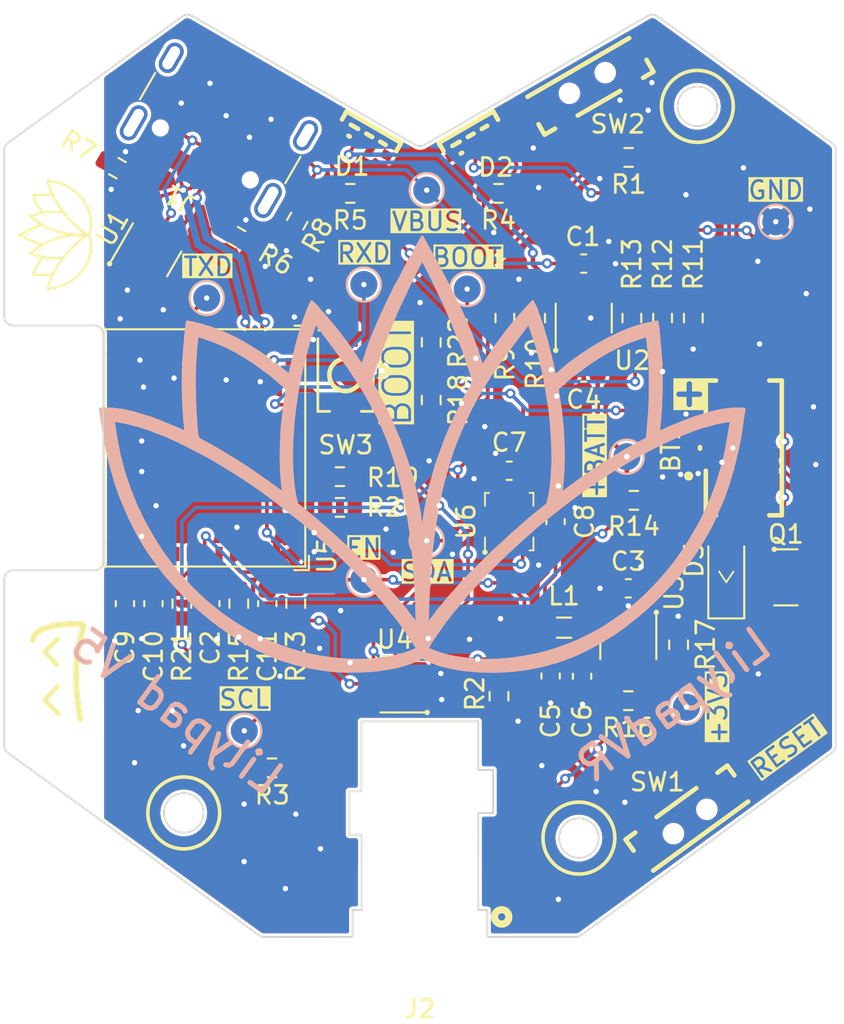
<source format=kicad_pcb>
(kicad_pcb (version 20240108) (generator "pcbnew") (generator_version "8.0")
  (layers (0 "F.Cu" signal) (31 "B.Cu" signal) (34 "B.Paste" user) (35 "F.Paste" user) (36 "B.SilkS" user "B.Silkscreen") (37 "F.SilkS" user "F.Silkscreen") (38 "B.Mask" user) (39 "F.Mask" user) (44 "Edge.Cuts" user))
  (net 0 "")
  (net 1 "+3V3")
  (net 2 "GND")
  (net 3 "VBUS")
  (net 4 "Net-(J1-CC1)")
  (net 5 "Net-(J1-CC2)")
  (net 6 "ADC")
  (net 7 "EN")
  (net 8 "Net-(D1-RK)")
  (net 12 "+BATT")
  (net 14 "Net-(D2-BK)")
  (net 15 "D+")
  (net 16 "D-")
  (net 19 "Net-(J2-Pin_3)")
  (net 20 "Net-(J2-Pin_4)")
  (net 21 "VCC")
  (net 22 "USER_IO")
  (net 23 "SDA")
  (net 24 "SCL")
  (net 25 "CHRG_LED")
  (net 26 "STATUS_LED")
  (net 27 "Net-(U3-SW)")
  (net 28 "Net-(U2-TS)")
  (net 29 "Net-(R10-Pad1)")
  (net 30 "Net-(R11-Pad1)")
  (net 31 "Net-(R12-Pad1)")
  (net 32 "Net-(U2-ISET)")
  (net 33 "IO2")
  (net 34 "BOOT")
  (net 37 "INT_MAIN")
  (net 45 "TXD")
  (net 46 "RXD")
  (net 48 "IO8")
  (net 50 "Net-(U3-FB)")
  (footprint "Lilypad Footprints:TestPoint_Pad_D1.5mm" (layer "F.Cu") (at 126.76603 90.560544)
    (property "Reference" "TP9" (hide yes))
    (property "Value" "BOOT")
  )
  (footprint "Lilypad Footprints:R_0603_1608Metric" (layer "F.Cu") (at 138.537513 110.35 90)
    (property "Reference" "R17")
    (property "Value" "150k" (hide yes))
  )
  (footprint "Lilypad Footprints:R_0603_1608Metric" (layer "F.Cu") (at 135.937012 92.174999 -90)
    (property "Reference" "R13")
    (property "Value" "220R" (hide yes))
  )
  (footprint "Lilypad Footprints:LED-SMD_FM-3510RGBA-SG" (layer "F.Cu") (at 127.182652 82.503987 30)
    (property "Reference" "D2")
    (property "Value" "STATUS_LED" (hide yes))
  )
  (footprint "Lilypad Footprints:SOT-23" (layer "F.Cu") (at 144.5125 106.6)
    (property "Reference" "Q1")
    (property "Value" "AO3401A" (hide yes))
  )
  (footprint "Lilypad Footprints:TestPoint_Pad_D1.5mm" (layer "F.Cu") (at 143.947554 86.81555)
    (property "Reference" "TP10" (hide yes))
    (property "Value" "GND")
  )
  (footprint "Lilypad Footprints:TestPoint_Pad_D1.5mm" (layer "F.Cu") (at 112.266029 91.060544)
    (property "Reference" "TP6" (hide yes))
    (property "Value" "TXD")
  )
  (footprint "Lilypad Footprints:R_0603_1608Metric" (layer "F.Cu") (at 128.537925 113.216 90)
    (property "Reference" "R2")
    (property "Value" "220R" (hide yes))
  )
  (footprint "Lilypad Footprints:ESP32-C3-MINI-1" (layer "F.Cu") (at 109.453159 99.399297 90)
    (property "Reference" "U5")
    (property "Value" "ESP32-C3-MINI-1-N4")
  )
  (footprint "Lilypad Footprints:Bosch_LGA-14_3x2.5mm_P0.5mm" (layer "F.Cu") (at 129.107015 103.499999 90)
    (property "Reference" "U6")
    (property "Value" "BMI270" (hide yes))
  )
  (footprint "Lilypad Footprints:C_0603_1608Metric" (layer "F.Cu") (at 131.412511 112.0905 -90)
    (property "Reference" "C5")
    (property "Value" "4.7uF" (hide yes))
  )
  (footprint "Lilypad Footprints:C_0603_1608Metric" (layer "F.Cu") (at 133.257012 95.204498 180)
    (property "Reference" "C4")
    (property "Value" "4.7uF" (hide yes))
  )
  (footprint "Lilypad Footprints:TestPoint_Pad_D1.5mm" (layer "F.Cu") (at 114.357012 115.1375)
    (property "Reference" "TP4" (hide yes))
    (property "Value" "SCL")
  )
  (footprint "Lilypad Footprints:LED-SMD_FM-3510RGBA-SG" (layer "F.Cu") (at 120.990238 82.443197 -30)
    (property "Reference" "D1")
    (property "Value" "CHARGING_LED" (hide yes))
  )
  (footprint "Lilypad Footprints:R_0603_1608Metric" (layer "F.Cu") (at 128.507015 85.237499 180)
    (property "Reference" "R4")
    (property "Value" "3k" (hide yes))
  )
  (footprint "Lilypad Footprints:R_0603_1608Metric" (layer "F.Cu") (at 110.883015 108.062499 -90)
    (property "Reference" "R21")
    (property "Value" "5k1" (hide yes))
  )
  (footprint "Lilypad Footprints:R_0603_1608Metric" (layer "F.Cu") (at 136.047554 102.315551 180)
    (property "Reference" "R14")
    (property "Value" "150k" (hide yes))
  )
  (footprint "Lilypad Footprints:R_0603_1608Metric" (layer "F.Cu") (at 124.766028 96.735543 90)
    (property "Reference" "R18")
    (property "Value" "5k1" (hide yes))
  )
  (footprint "Lilypad Footprints:C_0603_1608Metric" (layer "F.Cu") (at 107.713013 108.062498 -90)
    (property "Reference" "C9")
    (property "Value" "100nF" (hide yes))
  )
  (footprint "Lilypad Footprints:R_0603_1608Metric" (layer "F.Cu") (at 114.053015 108.0625 -90)
    (property "Reference" "R15")
    (property "Value" "150k" (hide yes))
  )
  (footprint "Lilypad Footprints:SW-SMD_L3.9-W3.0-P4.45" (layer "F.Cu") (at 119.994015 95.339206 90)
    (property "Reference" "SW3")
    (property "Value" "BTN_BOOT" (hide yes))
  )
  (footprint "Lilypad Footprints:C_0603_1608Metric" (layer "F.Cu") (at 131.687012 103.499997 90)
    (property "Reference" "C8")
    (property "Value" "100nF" (hide yes))
  )
  (footprint "Lilypad Footprints:R_0603_1608Metric" (layer "F.Cu") (at 119.683012 100.999545)
    (property "Reference" "R19")
    (property "Value" "5k1" (hide yes))
  )
  (footprint "Lilypad Footprints:TestPoint_Pad_D1.5mm" (layer "F.Cu") (at 124.516029 85.060546 180)
    (property "Reference" "TP1" (hide yes))
    (property "Value" "VBUS")
  )
  (footprint "Lilypad Footprints:R_0603_1608Metric" (layer "F.Cu") (at 113.947751 87.675201 150)
    (property "Reference" "R6")
    (property "Value" "5k1" (hide yes))
  )
  (footprint "Lilypad Footprints:TestPoint_Pad_D1.5mm" (layer "F.Cu") (at 124.516029 104.560544 180)
    (property "Reference" "TP5" (hide yes))
    (property "Value" "SDA")
  )
  (footprint "Lilypad Footprints:C_0603_1608Metric" (layer "F.Cu") (at 133.257012 89.144498)
    (property "Reference" "C1")
    (property "Value" "4.7uF" (hide yes))
  )
  (footprint "Lilypad Footprints:R_0603_1608Metric" (layer "F.Cu") (at 117.307675 86.774873 -120)
    (property "Reference" "R8")
    (property "Value" "150k" (hide yes))
  )
  (footprint "Lilypad Footprints:L_0806_2012Metric" (layer "F.Cu") (at 132.1625 109.4 180)
    (property "Reference" "L1")
    (property "Value" "4.7uH" (hide yes))
  )
  (footprint "Lilypad Footprints:R_0603_1608Metric" (layer "F.Cu") (at 137.647012 92.175 90)
    (property "Reference" "R12")
    (property "Value" "220R" (hide yes))
  )
  (footprint "Lilypad Footprints:C_0603_1608Metric" (layer "F.Cu") (at 109.298015 108.062499 -90)
    (property "Reference" "C10")
    (property "Value" "4.7uF" (hide yes))
  )
  (footprint "Lilypad Footprints:C_0603_1608Metric" (layer "F.Cu") (at 133.162515 112.104501 -90)
    (property "Reference" "C6")
    (property "Value" "4.7uF" (hide yes))
  )
  (footprint "Lilypad Footprints:R_0603_1608Metric" (layer "F.Cu") (at 128.867012 92.175 90)
    (property "Reference" "R9")
    (property "Value" "5k1" (hide yes))
  )
  (footprint "Lilypad Footprints:D_SOD-123" (layer "F.Cu") (at 141.192 106.525 90)
    (property "Reference" "D3")
    (property "Value" "1N5817W" (hide yes))
  )
  (footprint "Lilypad Footprints:R_0603_1608Metric" (layer "F.Cu") (at 117.223161 108.062498 90)
    (property "Reference" "R23")
    (property "Value" "5k1" (hide yes))
  )
  (footprint "Lilypad Footprints:R_0603_1608Metric" (layer "F.Cu") (at 139.357012 92.174998 -90)
    (property "Reference" "R11")
    (property "Value" "220R" (hide yes))
  )
  (footprint "Lilypad Footprints:C_0603_1608Metric" (layer "F.Cu") (at 129.107015 100.669999)
    (property "Reference" "C7")
    (property "Value" "100nF" (hide yes))
  )
  (footprint "Lilypad Footprints:SW-SMD_TS-KG012EV" (layer "F.Cu") (at 138.844122 119.719147 36)
    (property "Reference" "SW1")
    (property "Value" "BTN_RESET" (hide yes))
  )
  (footprint "Lilypad Footprints:AUDIO-SMD_PJ-342C-1" (layer "F.Cu") (at 124.137925 119.461549 180)
    (property "Reference" "J2")
    (property "Value" "TRRS")
    (fp_line (start 3.928473 0.95522) (end 3.928473 -1.453924) (stroke (width 0.1)) (layer "Edge.Cuts"))
    (fp_line (start 3.928473 -1.453924) (end 3.248133 -1.453924) (stroke (width 0.1)) (layer "Edge.Cuts"))
    (fp_line (start 3.749936 -5.649987) (end 3.249936 -5.649987) (stroke (width 0.1)) (layer "Edge.Cuts"))
    (fp_line (start 3.749936 -7.143459) (end 3.749936 -5.649987) (stroke (width 0.1)) (layer "Edge.Cuts"))
    (fp_line (start 3.256566 4.847219) (end 3.256566 0.95522) (stroke (width 0.1)) (layer "Edge.Cuts"))
    (fp_line (start 3.256566 0.95522) (end 3.928473 0.95522) (stroke (width 0.1)) (layer "Edge.Cuts"))
    (fp_line (start 3.249936 -5.649987) (end 3.249936 -1.453924) (stroke (width 0.1)) (layer "Edge.Cuts"))
    (fp_line (start -3.245441 4.847219) (end 3.256566 4.847219) (stroke (width 0.1)) (layer "Edge.Cuts"))
    (fp_line (start -3.245441 2.146914) (end -3.245441 4.847219) (stroke (width 0.1)) (layer "Edge.Cuts"))
    (fp_line (start -3.24765 -0.249403) (end -4.075159 -0.249403) (stroke (width 0.1)) (layer "Edge.Cuts"))
    (fp_line (start -3.250394 -5.649733) (end -3.247854 -0.249682) (stroke (width 0.1)) (layer "Edge.Cuts"))
    (fp_line (start -3.750775 -5.649733) (end -3.250394 -5.649733) (stroke (width 0.1)) (layer "Edge.Cuts"))
    (fp_line (start -3.750775 -7.145796) (end -3.750775 -5.649733) (stroke (width 0.1)) (layer "Edge.Cuts"))
    (fp_line (start -4.075159 2.146914) (end -3.245441 2.146914) (stroke (width 0.1)) (layer "Edge.Cuts"))
    (fp_line (start -4.075159 -0.249403) (end -4.075159 2.146914) (stroke (width 0.1)) (layer "Edge.Cuts"))
  )
  (footprint "Lilypad Footprints:SOT-23-6" (layer "F.Cu") (at 133.257012 92.174998 90)
    (property "Reference" "U2")
    (property "Value" "BQ21040" (hide yes))
  )
  (footprint "Lilypad Footprints:R_0603_1608Metric" (layer "F.Cu") (at 115.9 117.2 180)
    (property "Reference" "R3")
    (property "Value" "220R" (hide yes))
  )
  (footprint "Lilypad Footprints:R_0603_1608Metric" (layer "F.Cu") (at 135.757012 83.2375)
    (property "Reference" "R1")
    (property "Value" "5k1" (hide yes))
  )
  (footprint "Lilypad Footprints:C_0603_1608Metric" (layer "F.Cu") (at 112.468013 108.0625 90)
    (property "Reference" "C2")
    (property "Value" "100nF" (hide yes))
  )
  (footprint "Lilypad Footprints:R_0603_1608Metric" (layer "F.Cu") (at 120.257013 85.237499)
    (property "Reference" "R5")
    (property "Value" "3k" (hide yes))
  )
  (footprint "Lilypad Footprints:SOT-23-6" (layer "F.Cu") (at 109.107963 88.37796 60)
    (property "Reference" "U1")
    (property "Value" "SRV05-4" (hide yes))
  )
  (footprint "Lilypad Footprints:R_0603_1608Metric" (layer "F.Cu") (at 135.737513 113.462499)
    (property "Reference" "R16")
    (property "Value" "680k" (hide yes))
  )
  (footprint "Lilypad Footprints:TestPoint_Pad_D1.5mm" (layer "F.Cu") (at 135.657011 99.8875 90)
    (property "Reference" "TP2" (hide yes))
    (property "Value" "+BATT")
  )
  (footprint "Lilypad Footprints:TestPoint_Pad_D1.5mm" (layer "F.Cu") (at 121.016029 90.310544)
    (property "Reference" "TP7" (hide yes))
    (property "Value" "RXD")
  )
  (footprint "Lilypad Footprints:R_0603_1608Metric" (layer "F.Cu") (at 119.683012 102.709299)
    (property "Reference" "R20")
    (property "Value" "5k1" (hide yes))
  )
  (footprint "Lilypad Footprints:R_0603_1608Metric" (layer "F.Cu") (at 107.296675 83.835202 150)
    (property "Reference" "R7")
    (property "Value" "5k1" (hide yes))
  )
  (footprint "Lilypad Footprints:SW-SMD_TS-KG012EV" (layer "F.Cu") (at 133.744424 79.595194 -150)
    (property "Reference" "SW2")
    (property "Value" "BTN_USER" (hide yes))
  )
  (footprint "Lilypad Footprints:R_0603_1608Metric" (layer "F.Cu") (at 124.766027 93.525544 -90)
    (property "Reference" "R22")
    (property "Value" "5k1" (hide yes))
  )
  (footprint "Lilypad Footprints:SOT-23-5" (layer "F.Cu") (at 135.737511 110.35 -90)
    (property "Reference" "U3")
    (property "Value" "M3406" (hide yes))
  )
  (footprint "Lilypad Footprints:TestPoint_Pad_D1.5mm" (layer "F.Cu") (at 138.975 113.825 -90)
    (property "Reference" "TP3" (hide yes))
    (property "Value" "+3V3")
  )
  (footprint "Lilypad Footprints:TestPoint_Pad_D1.5mm" (layer "F.Cu") (at 121.01603 106.732384)
    (property "Reference" "TP8" (hide yes))
    (property "Value" "EN")
  )
  (footprint "Lilypad Footprints:R_0603_1608Metric" (layer "F.Cu") (at 130.57701 92.174999 -90)
    (property "Reference" "R10")
    (property "Value" "5k1" (hide yes))
  )
  (footprint "Lilypad Footprints:C_0603_1608Metric" (layer "F.Cu") (at 115.63816 108.062501 -90)
    (property "Reference" "C11")
    (property "Value" "100nF" (hide yes))
  )
  (footprint "Lilypad Footprints:USB_C_Receptacle_GCT_USB4105-xx-A_16P_TopMnt_Horizontal" (layer "F.Cu") (at 113.492048 80.784503 150)
    (property "Reference" "J1")
    (property "Value" "USB-C")
  )
  (footprint "Lilypad Footprints:SOT-23-6" (layer "F.Cu") (at 122.737513 112.557502 180)
    (property "Reference" "U4")
    (property "Value" "SRV05-4" (hide yes))
  )
  (footprint "Lilypad Footprints:C_0603_1608Metric" (layer "F.Cu") (at 135.737513 107.2125 180)
    (property "Reference" "C3")
    (property "Value" "4.7uF" (hide yes))
  )
  (footprint "Lilypad Footprints:CONN-SMD_2P-P1.25_XUNPU_WAFER-MX1.25-2PWB" (layer "F.Cu") (at 140.85395 99.399285 90)
    (property "Reference" "BT1")
    (property "Value" "Micro-JST")
  )
  (gr_line (start 106.699854 99.42433) (end 106.560302 98.707116) (stroke (width 0.155775)) (layer "B.SilkS"))
  (gr_line (start 126.862996 94.853305) (end 127.129115 95.680858) (stroke (width 0.155775)) (layer "B.SilkS"))
  (gr_line (start 126.723451 96.445131) (end 126.926282 96.055689) (stroke (width 0.155775)) (layer "B.SilkS"))
  (gr_line (start 107.183403 101.280652) (end 107.074685 100.907443) (stroke (width 0.155775)) (layer "B.SilkS"))
  (gr_line (start 135.894711 109.033713) (end 136.298752 108.707558) (stroke (width 0.155775)) (layer "B.SilkS"))
  (gr_line (start 107.494951 100.173998) (end 107.417067 99.89328) (stroke (width 0.155775)) (layer "B.SilkS"))
  (gr_line (start 123.54791 100.563439) (end 123.359677 100.001998) (stroke (width 0.155775)) (layer "B.SilkS"))
  (gr_line (start 140.970384 100.454726) (end 141.032043 100.173998) (stroke (width 0.155775)) (layer "B.SilkS"))
  (gr_line (start 122.457482 107.365623) (end 122.068045 106.929127) (stroke (width 0.155775)) (layer "B.SilkS"))
  (gr_line (start 126.879224 106.476405) (end 127.330323 106.039909) (stroke (width 0.155775)) (layer "B.SilkS"))
  (gr_line (start 122.270878 93.19982) (end 121.9431 94.027368) (stroke (width 0.155775)) (layer "B.SilkS"))
  (gr_line (start 140.207739 98.129454) (end 139.957848 98.192741) (stroke (width 0.155775)) (layer "B.SilkS"))
  (gr_line (start 124.419273 102.997424) (end 124.544224 102.325642) (stroke (width 0.155775)) (layer "B.SilkS"))
  (gr_line (start 130.647032 93.761261) (end 130.833637 94.463863) (stroke (width 0.155775)) (layer "B.SilkS"))
  (gr_line (start 115.342126 110.017044) (end 114.921858 109.814213) (stroke (width 0.155775)) (layer "B.SilkS"))
  (gr_line (start 107.603677 102.435983) (end 107.447898 102.044924) (stroke (width 0.155775)) (layer "B.SilkS"))
  (gr_line (start 137.575784 95.461805) (end 137.561184 94.697527) (stroke (width 0.155775)) (layer "B.SilkS"))
  (gr_line (start 117.521359 95.166477) (end 117.381807 95.867469) (stroke (width 0.155775)) (layer "B.SilkS"))
  (gr_line (start 122.270878 91.437611) (end 122.051818 91.904938) (stroke (width 0.155775)) (layer "B.SilkS"))
  (gr_line (start 122.674919 111.014981) (end 122.348763 111.078262) (stroke (width 0.155775)) (layer "B.SilkS"))
  (gr_line (start 111.588922 96.553849) (end 111.588916 96.553849) (stroke (width 0.155775)) (layer "B.SilkS"))
  (gr_line (start 109.674184 106.070741) (end 109.378858 105.665078) (stroke (width 0.155775)) (layer "B.SilkS"))
  (gr_line (start 128.420746 105.804623) (end 127.875538 106.351465) (stroke (width 0.155775)) (layer "B.SilkS"))
  (gr_line (start 117.273089 93.683369) (end 117.428869 93.138155) (stroke (width 0.155775)) (layer "B.SilkS"))
  (gr_line (start 128.949738 111.811702) (end 129.324569 111.779247) (stroke (width 0.155775)) (layer "B.SilkS"))
  (gr_line (start 117.474301 110.797545) (end 117.039426 110.672597) (stroke (width 0.155775)) (layer "B.SilkS"))
  (gr_line (start 122.348763 111.078262) (end 121.990154 111.12532) (stroke (width 0.155775)) (layer "B.SilkS"))
  (gr_line (start 115.932778 101.499717) (end 115.325904 101.063221) (stroke (width 0.155775)) (layer "B.SilkS"))
  (gr_line (start 121.647778 107.427281) (end 122.098873 107.941663) (stroke (width 0.155775)) (layer "B.SilkS"))
  (gr_line (start 118.767559 111.06204) (end 118.331063 110.984148) (stroke (width 0.155775)) (layer "B.SilkS"))
  (gr_line (start 132.049016 98.0824) (end 132.001956 97.692958) (stroke (width 0.155775)) (layer "B.SilkS"))
  (gr_line (start 128.264974 105.118242) (end 128.746906 104.681747) (stroke (width 0.155775)) (layer "B.SilkS"))
  (gr_line (start 115.590389 110.828376) (end 115.17012 110.641766) (stroke (width 0.155775)) (layer "B.SilkS"))
  (gr_line (start 121.631551 111.172374) (end 121.242109 111.203207) (stroke (width 0.155775)) (layer "B.SilkS"))
  (gr_line (start 127.330323 106.039909) (end 127.783047 105.587187) (stroke (width 0.155775)) (layer "B.SilkS"))
  (gr_line (start 124.2635 87.661685) (end 124.591271 88.255586) (stroke (width 0.155775)) (layer "B.SilkS"))
  (gr_line (start 114.126758 109.36149) (end 113.737318 109.111599) (stroke (width 0.155775)) (layer "B.SilkS"))
  (gr_line (start 114.921858 109.814213) (end 114.516196 109.596775) (stroke (width 0.155775)) (layer "B.SilkS"))
  (gr_line (start 131.425916 101.593825) (end 131.395083 101.842093) (stroke (width 0.155775)) (layer "B.SilkS"))
  (gr_line (start 124.123955 103.059088) (end 123.999004 102.40354) (stroke (width 0.155775)) (layer "B.SilkS"))
  (gr_line (start 126.256124 91.437611) (end 126.475182 91.904938) (stroke (width 0.155775)) (layer "B.SilkS"))
  (gr_line (start 127.159947 96.8508) (end 126.895451 97.350577) (stroke (width 0.155775)) (layer "B.SilkS"))
  (gr_line (start 119.608096 94.136092) (end 120.231196 95.009082) (stroke (width 0.155775)) (layer "B.SilkS"))
  (gr_line (start 107.214234 98.832067) (end 107.136347 98.348507) (stroke (width 0.155775)) (layer "B.SilkS"))
  (gr_line (start 121.990154 111.12532) (end 121.631551 111.172374) (stroke (width 0.155775)) (layer "B.SilkS"))
  (gr_line (start 138.541266 106.476405) (end 138.852816 106.070741) (stroke (width 0.155775)) (layer "B.SilkS"))
  (gr_line (start 118.954164 104.71258) (end 119.546431 105.259409) (stroke (width 0.155775)) (layer "B.SilkS"))
  (gr_line (start 125.852083 111.014981) (end 126.178232 111.078262) (stroke (width 0.155775)) (layer "B.SilkS"))
  (gr_line (start 141.484766 97.240242) (end 141.733029 97.225631) (stroke (width 0.155775)) (layer "B.SilkS"))
  (gr_line (start 125.633023 108.924995) (end 125.462647 109.158659) (stroke (width 0.155775)) (layer "B.SilkS"))
  (gr_line (start 140.035735 102.981202) (end 140.176907 102.638814) (stroke (width 0.155775)) (layer "B.SilkS"))
  (gr_line (start 122.721972 100.001998) (end 122.893978 100.57966) (stroke (width 0.155775)) (layer "B.SilkS"))
  (gr_line (start 130.677865 91.890333) (end 130.599979 91.655047) (stroke (width 0.155775)) (layer "B.SilkS"))
  (gr_line (start 116.477984 98.0824) (end 116.525045 97.692958) (stroke (width 0.155775)) (layer "B.SilkS"))
  (gr_line (start 116.416327 102.591761) (end 117.070259 103.106142) (stroke (width 0.155775)) (layer "B.SilkS"))
  (gr_line (start 125.805023 100.001998) (end 125.633023 100.57966) (stroke (width 0.155775)) (layer "B.SilkS"))
  (gr_line (start 124.2635 104.417251) (end 124.201835 103.73087) (stroke (width 0.155775)) (layer "B.SilkS"))
  (gr_line (start 107.292121 97.271068) (end 107.04223 97.240242) (stroke (width 0.155775)) (layer "B.SilkS"))
  (gr_line (start 128.203314 111.842533) (end 128.57653 111.826306) (stroke (width 0.155775)) (layer "B.SilkS"))
  (gr_line (start 132.110674 102.591761) (end 131.456742 103.106142) (stroke (width 0.155775)) (layer "B.SilkS"))
  (gr_line (start 128.824793 93.107323) (end 129.168797 92.669205) (stroke (width 0.155775)) (layer "B.SilkS"))
  (gr_line (start 107.04223 97.240242) (end 106.793966 97.225631) (stroke (width 0.155775)) (layer "B.SilkS"))
  (gr_line (start 120.821846 95.914522) (end 121.102559 96.381844) (stroke (width 0.155775)) (layer "B.SilkS"))
  (gr_line (start 137.544957 97.006577) (end 137.575784 96.226078) (stroke (width 0.155775)) (layer "B.SilkS"))
  (gr_line (start 125.19815 102.358097) (end 125.089432 102.966597) (stroke (width 0.155775)) (layer "B.SilkS"))
  (gr_line (start 136.298752 108.707558) (end 136.704421 108.363559) (stroke (width 0.155775)) (layer "B.SilkS"))
  (gr_line (start 124.201835 103.73087) (end 124.123955 103.059088) (stroke (width 0.155775)) (layer "B.SilkS"))
  (gr_line (start 139.957848 98.192741) (end 139.693352 98.285232) (stroke (width 0.155775)) (layer "B.SilkS"))
  (gr_line (start 113.925549 93.340987) (end 114.298757 93.543819) (stroke (width 0.155775)) (layer "B.SilkS"))
  (gr_line (start 126.879224 107.427281) (end 126.428123 107.941663) (stroke (width 0.155775)) (layer "B.SilkS"))
  (gr_line (start 123.874064 109.144053) (end 123.765341 108.955826) (stroke (width 0.155775)) (layer "B.SilkS"))
  (gr_line (start 140.176907 102.638814) (end 140.332679 102.311043) (stroke (width 0.155775)) (layer "B.SilkS"))
  (gr_line (start 117.755023 92.123992) (end 117.849132 91.890333) (stroke (width 0.155775)) (layer "B.SilkS"))
  (gr_line (start 116.322213 94.931191) (end 116.60293 95.166477) (stroke (width 0.155775)) (layer "B.SilkS"))
  (gr_line (start 117.256862 96.570082) (end 117.16275 97.256463) (stroke (width 0.155775)) (layer "B.SilkS"))
  (gr_line (start 128.746906 104.681747) (end 129.230455 104.229029) (stroke (width 0.155775)) (layer "B.SilkS"))
  (gr_line (start 112.927612 99.518449) (end 112.336968 99.190665) (stroke (width 0.155775)) (layer "B.SilkS"))
  (gr_line (start 128.078369 111.217811) (end 128.48241 111.203207) (stroke (width 0.155775)) (layer "B.SilkS"))
  (gr_line (start 124.808714 104.806687) (end 124.745427 105.431414) (stroke (width 0.155775)) (layer "B.SilkS"))
  (gr_line (start 125.104037 111.420644) (end 125.353928 111.498536) (stroke (width 0.155775)) (layer "B.SilkS"))
  (gr_line (start 116.60293 95.166477) (end 116.867427 95.414751) (stroke (width 0.155775)) (layer "B.SilkS"))
  (gr_line (start 131.052701 110.797545) (end 131.487569 110.672597) (stroke (width 0.155775)) (layer "B.SilkS"))
  (gr_line (start 116.836596 111.295698) (end 116.416327 111.172374) (stroke (width 0.155775)) (layer "B.SilkS"))
  (gr_line (start 119.296545 104.229029) (end 118.300232 103.356038) (stroke (width 0.155775)) (layer "B.SilkS"))
  (gr_line (start 124.527991 110.563879) (end 124.745427 110.672597) (stroke (width 0.155775)) (layer "B.SilkS"))
  (gr_line (start 112.22825 108.707558) (end 111.822585 108.363559) (stroke (width 0.155775)) (layer "B.SilkS"))
  (gr_line (start 139.08648 104.681747) (end 139.289311 104.339371) (stroke (width 0.155775)) (layer "B.SilkS"))
  (gr_line (start 121.367055 96.8508) (end 121.631551 97.350577) (stroke (width 0.155775)) (layer "B.SilkS"))
  (gr_line (start 124.8866 104.198198) (end 124.808714 104.806687) (stroke (width 0.155775)) (layer "B.SilkS"))
  (gr_line (start 123.064361 109.158659) (end 123.236359 109.393944) (stroke (width 0.155775)) (layer "B.SilkS"))
  (gr_line (start 124.2635 104.417251) (end 124.294333 104.058641) (stroke (width 0.155775)) (layer "B.SilkS"))
  (gr_line (start 139.771244 97.615073) (end 140.082788 97.520954) (stroke (width 0.155775)) (layer "B.SilkS"))
  (gr_line (start 126.506015 111.733815) (end 126.832169 111.764649) (stroke (width 0.155775)) (layer "B.SilkS"))
  (gr_line (start 125.82125 108.69133) (end 125.633023 108.924995) (stroke (width 0.155775)) (layer "B.SilkS"))
  (gr_line (start 141.312767 98.832067) (end 141.390653 98.348507) (stroke (width 0.155775)) (layer "B.SilkS"))
  (gr_line (start 126.069519 97.756245) (end 126.286955 97.303517) (stroke (width 0.155775)) (layer "B.SilkS"))
  (gr_line (start 107.946053 103.231088) (end 107.774052 102.825424) (stroke (width 0.155775)) (layer "B.SilkS"))
  (gr_line (start 131.442137 97.942844) (end 131.487569 98.629236) (stroke (width 0.155775)) (layer "B.SilkS"))
  (gr_line (start 130.195938 110.984148) (end 130.632432 110.906255) (stroke (width 0.155775)) (layer "B.SilkS"))
  (gr_line (start 121.22751 93.917027) (end 121.118785 94.277265) (stroke (width 0.155775)) (layer "B.SilkS"))
  (gr_line (start 135.536101 93.590884) (end 135.847657 93.465938) (stroke (width 0.155775)) (layer "B.SilkS"))
  (gr_line (start 110.219398 98.815834) (end 110.530943 98.957002) (stroke (width 0.155775)) (layer "B.SilkS"))
  (gr_line (start 108.755757 97.615073) (end 108.444212 97.520954) (stroke (width 0.155775)) (layer "B.SilkS"))
  (gr_line (start 126.475182 91.904938) (end 126.661786 92.34144) (stroke (width 0.155775)) (layer "B.SilkS"))
  (gr_line (start 136.595697 107.707999) (end 136.921857 107.380228) (stroke (width 0.155775)) (layer "B.SilkS"))
  (gr_line (start 108.569152 98.192741) (end 108.833649 98.285232) (stroke (width 0.155775)) (layer "B.SilkS"))
  (gr_line (start 133.201102 101.063221) (end 133.807974 100.641325) (stroke (width 0.155775)) (layer "B.SilkS"))
  (gr_line (start 112.429459 99.924112) (end 113.083391 100.313554) (stroke (width 0.155775)) (layer "B.SilkS"))
  (gr_line (start 140.923331 102.435983) (end 141.079103 102.044924) (stroke (width 0.155775)) (layer "B.SilkS"))
  (gr_line (start 128.514865 93.527597) (end 128.824793 93.107323) (stroke (width 0.155775)) (layer "B.SilkS"))
  (gr_line (start 113.753545 100.719217) (end 114.423702 101.155712) (stroke (width 0.155775)) (layer "B.SilkS"))
  (gr_line (start 113.925549 94.041978) (end 113.613993 93.886201) (stroke (width 0.155775)) (layer "B.SilkS"))
  (gr_line (start 119.950478 111.826306) (end 119.577262 111.811702) (stroke (width 0.155775)) (layer "B.SilkS"))
  (gr_line (start 131.690401 111.311926) (end 132.110674 111.172374) (stroke (width 0.155775)) (layer "B.SilkS"))
  (gr_line (start 127.40821 94.277265) (end 127.516929 94.60342) (stroke (width 0.155775)) (layer "B.SilkS"))
  (gr_line (start 131.659574 95.414751) (end 132.096069 95.836636) (stroke (width 0.155775)) (layer "B.SilkS"))
  (gr_line (start 140.580948 101.671716) (end 140.689667 101.358544) (stroke (width 0.155775)) (layer "B.SilkS"))
  (gr_line (start 130.17971 104.167365) (end 129.572838 104.71258) (stroke (width 0.155775)) (layer "B.SilkS"))
  (gr_line (start 124.591271 88.255586) (end 124.917432 88.831627) (stroke (width 0.155775)) (layer "B.SilkS"))
  (gr_line (start 114.298757 93.543819) (end 114.65736 93.761261) (stroke (width 0.155775)) (layer "B.SilkS"))
  (gr_line (start 124.901205 108.78545) (end 125.042373 108.597217) (stroke (width 0.155775)) (layer "B.SilkS"))
  (gr_line (start 130.491261 111.60887) (end 130.880696 111.530985) (stroke (width 0.155775)) (layer "B.SilkS"))
  (gr_line (start 123.904891 110.39188) (end 123.999004 110.563879) (stroke (width 0.155775)) (layer "B.SilkS"))
  (gr_line (start 123.205527 101.749603) (end 123.328845 102.358097) (stroke (width 0.155775)) (layer "B.SilkS"))
  (gr_line (start 119.997531 93.496765) (end 119.591869 92.966156) (stroke (width 0.155775)) (layer "B.SilkS"))
  (gr_line (start 124.870373 111.328153) (end 125.104037 111.420644) (stroke (width 0.155775)) (layer "B.SilkS"))
  (gr_line (start 123.640401 104.198198) (end 123.718286 104.806687) (stroke (width 0.155775)) (layer "B.SilkS"))
  (gr_line (start 113.737318 109.111599) (end 113.349504 108.847108) (stroke (width 0.155775)) (layer "B.SilkS"))
  (gr_line (start 139.70958 104.853746) (end 139.943243 104.448084) (stroke (width 0.155775)) (layer "B.SilkS"))
  (gr_line (start 136.751475 99.580107) (end 136.097543 99.924112) (stroke (width 0.155775)) (layer "B.SilkS"))
  (gr_line (start 109.409689 97.834126) (end 109.081911 97.70918) (stroke (width 0.155775)) (layer "B.SilkS"))
  (gr_line (start 133.869633 93.74665) (end 133.512647 93.980314) (stroke (width 0.155775)) (layer "B.SilkS"))
  (gr_line (start 118.937936 92.171062) (end 118.689666 91.890333) (stroke (width 0.155775)) (layer "B.SilkS"))
  (gr_line (start 133.356874 110.641766) (end 133.777143 110.422706) (stroke (width 0.155775)) (layer "B.SilkS"))
  (gr_line (start 110.951212 96.226078) (end 110.951212 95.461805) (stroke (width 0.155775)) (layer "B.SilkS"))
  (gr_line (start 116.430931 95.836636) (end 116.121004 95.57214) (stroke (width 0.155775)) (layer "B.SilkS"))
  (gr_line (start 111.619753 97.303517) (end 111.588922 96.553849) (stroke (width 0.155775)) (layer "B.SilkS"))
  (gr_line (start 116.4001 99.89328) (end 116.416327 99.190665) (stroke (width 0.155775)) (layer "B.SilkS"))
  (gr_line (start 126.069519 107.365623) (end 126.458955 106.929127) (stroke (width 0.155775)) (layer "B.SilkS"))
  (gr_line (start 112.27368 108.004945) (end 111.931298 107.707999) (stroke (width 0.155775)) (layer "B.SilkS"))
  (gr_line (start 110.965815 94.697527) (end 111.029104 93.917027) (stroke (width 0.155775)) (layer "B.SilkS"))
  (gr_line (start 137.483293 107.630114) (end 137.84028 107.255276) (stroke (width 0.155775)) (layer "B.SilkS"))
  (gr_line (start 120.448632 111.217811) (end 120.044591 111.203207) (stroke (width 0.155775)) (layer "B.SilkS"))
  (gr_line (start 123.54791 103.575092) (end 123.640401 104.198198) (stroke (width 0.155775)) (layer "B.SilkS"))
  (gr_line (start 121.850609 92.34144) (end 121.678604 92.763324) (stroke (width 0.155775)) (layer "B.SilkS"))
  (gr_line (start 122.348763 97.506349) (end 122.129705 97.068236) (stroke (width 0.155775)) (layer "B.SilkS"))
  (gr_line (start 129.572838 104.71258) (end 128.980564 105.259409) (stroke (width 0.155775)) (layer "B.SilkS"))
  (gr_line (start 108.350095 102.638814) (end 108.194321 102.311043) (stroke (width 0.155775)) (layer "B.SilkS"))
  (gr_line (start 113.349504 108.847108) (end 112.974668 108.582617) (stroke (width 0.155775)) (layer "B.SilkS"))
  (gr_line (start 127.594814 94.900358) (end 127.90637 94.416809) (stroke (width 0.155775)) (layer "B.SilkS"))
  (gr_line (start 125.026151 100.422272) (end 125.228983 99.846225) (stroke (width 0.155775)) (layer "B.SilkS"))
  (gr_line (start 117.879963 93.761261) (end 117.693358 94.463863) (stroke (width 0.155775)) (layer "B.SilkS"))
  (gr_line (start 123.158468 99.455161) (end 122.971863 98.926175) (stroke (width 0.155775)) (layer "B.SilkS"))
  (gr_line (start 122.317936 111.670535) (end 122.006382 111.717588) (stroke (width 0.155775)) (layer "B.SilkS"))
  (gr_line (start 125.042373 108.597217) (end 125.181923 108.394386) (stroke (width 0.155775)) (layer "B.SilkS"))
  (gr_line (start 120.526518 95.461805) (end 120.821846 95.914522) (stroke (width 0.155775)) (layer "B.SilkS"))
  (gr_line (start 108.085597 98.067789) (end 108.319261 98.129454) (stroke (width 0.155775)) (layer "B.SilkS"))
  (gr_line (start 126.926282 96.055689) (end 127.129115 95.680858) (stroke (width 0.155775)) (layer "B.SilkS"))
  (gr_line (start 116.416327 99.190665) (end 116.430931 98.815834) (stroke (width 0.155775)) (layer "B.SilkS"))
  (gr_line (start 111.57431 95.836636) (end 111.574318 95.836636) (stroke (width 0.155775)) (layer "B.SilkS"))
  (gr_line (start 130.226764 103.356038) (end 130.741152 102.934142) (stroke (width 0.155775)) (layer "B.SilkS"))
  (gr_line (start 141.218648 101.655483) (end 141.343599 101.280652) (stroke (width 0.155775)) (layer "B.SilkS"))
  (gr_line (start 115.092241 101.60843) (end 115.7624 102.091979) (stroke (width 0.155775)) (layer "B.SilkS"))
  (gr_line (start 107.65073 100.750048) (end 107.556616 100.454726) (stroke (width 0.155775)) (layer "B.SilkS"))
  (gr_line (start 116.46338 101.249819) (end 116.416327 100.57966) (stroke (width 0.155775)) (layer "B.SilkS"))
  (gr_line (start 131.487569 98.629236) (end 131.518401 99.268563) (stroke (width 0.155775)) (layer "B.SilkS"))
  (gr_line (start 120.10625 105.804623) (end 120.651463 106.351465) (stroke (width 0.155775)) (layer "B.SilkS"))
  (gr_line (start 123.874064 106.632176) (end 123.904891 107.209845) (stroke (width 0.155775)) (layer "B.SilkS"))
  (gr_line (start 140.176907 104.04242) (end 140.394344 103.636757) (stroke (width 0.155775)) (layer "B.SilkS"))
  (gr_line (start 113.052557 109.346885) (end 112.632289 109.033713) (stroke (width 0.155775)) (layer "B.SilkS"))
  (gr_line (start 112.336968 99.190665) (end 111.744693 98.879122) (stroke (width 0.155775)) (layer "B.SilkS"))
  (gr_line (start 112.367794 92.685438) (end 112.757229 92.810378) (stroke (width 0.155775)) (layer "B.SilkS"))
  (gr_line (start 137.84028 107.255276) (end 138.198884 106.865841) (stroke (width 0.155775)) (layer "B.SilkS"))
  (gr_line (start 109.098138 98.363118) (end 109.362636 98.473453) (stroke (width 0.155775)) (layer "B.SilkS"))
  (gr_line (start 134.213638 110.189048) (end 134.633906 109.922931) (stroke (width 0.155775)) (layer "B.SilkS"))
  (gr_line (start 116.867427 95.414751) (end 116.992373 94.8387) (stroke (width 0.155775)) (layer "B.SilkS"))
  (gr_line (start 136.704421 108.363559) (end 137.093857 108.004945) (stroke (width 0.155775)) (layer "B.SilkS"))
  (gr_line (start 116.416327 111.172374) (end 116.010662 111.014981) (stroke (width 0.155775)) (layer "B.SilkS"))
  (gr_line (start 129.168797 92.669205) (end 129.339174 92.466374) (stroke (width 0.155775)) (layer "B.SilkS"))
  (gr_line (start 119.624323 111.172374) (end 119.202431 111.12532) (stroke (width 0.155775)) (layer "B.SilkS"))
  (gr_line (start 127.424436 96.36725) (end 127.159947 96.8508) (stroke (width 0.155775)) (layer "B.SilkS"))
  (gr_line (start 117.070259 101.343939) (end 117.101091 101.593825) (stroke (width 0.155775)) (layer "B.SilkS"))
  (gr_line (start 112.757229 92.810378) (end 113.146672 92.982389) (stroke (width 0.155775)) (layer "B.SilkS"))
  (gr_line (start 113.472826 109.642213) (end 113.052557 109.346885) (stroke (width 0.155775)) (layer "B.SilkS"))
  (gr_line (start 108.491259 102.981202) (end 108.350095 102.638814) (stroke (width 0.155775)) (layer "B.SilkS"))
  (gr_line (start 114.858577 94.619641) (end 114.547022 94.416809) (stroke (width 0.155775)) (layer "B.SilkS"))
  (gr_line (start 136.921857 97.303517) (end 136.952684 96.553849) (stroke (width 0.155775)) (layer "B.SilkS"))
  (gr_line (start 111.666809 98.0824) (end 111.619753 97.303517) (stroke (width 0.155775)) (layer "B.SilkS"))
  (gr_line (start 113.536112 93.152766) (end 113.925549 93.340987) (stroke (width 0.155775)) (layer "B.SilkS"))
  (gr_line (start 121.118785 94.277265) (end 121.010073 94.588814) (stroke (width 0.155775)) (layer "B.SilkS"))
  (gr_line (start 120.666068 111.826306) (end 120.323686 111.826306) (stroke (width 0.155775)) (layer "B.SilkS"))
  (gr_line (start 124.745427 105.431414) (end 124.699996 106.023682) (stroke (width 0.155775)) (layer "B.SilkS"))
  (gr_line (start 107.946053 101.671716) (end 107.837335 101.358544) (stroke (width 0.155775)) (layer "B.SilkS"))
  (gr_line (start 126.022459 90.954061) (end 126.256124 91.437611) (stroke (width 0.155775)) (layer "B.SilkS"))
  (gr_line (start 132.936606 110.844598) (end 133.356874 110.641766) (stroke (width 0.155775)) (layer "B.SilkS"))
  (gr_line (start 134.773451 100.719217) (end 134.103298 101.155712) (stroke (width 0.155775)) (layer "B.SilkS"))
  (gr_line (start 139.693352 103.652979) (end 139.865352 103.308973) (stroke (width 0.155775)) (layer "B.SilkS"))
  (gr_line (start 133.807974 100.641325) (end 134.400242 100.251894) (stroke (width 0.155775)) (layer "B.SilkS"))
  (gr_line (start 131.456742 103.106142) (end 130.80281 103.620529) (stroke (width 0.155775)) (layer "B.SilkS"))
  (gr_line (start 131.253911 93.683369) (end 131.098133 93.138155) (stroke (width 0.155775)) (layer "B.SilkS"))
  (gr_line (start 108.444212 97.520954) (end 108.148883 97.428462) (stroke (width 0.155775)) (layer "B.SilkS"))
  (gr_line (start 140.892498 97.957449) (end 140.675062 98.004503) (stroke (width 0.155775)) (layer "B.SilkS"))
  (gr_line (start 109.907842 105.384355) (end 109.674184 105.040351) (stroke (width 0.155775)) (layer "B.SilkS"))
  (gr_line (start 133.154043 94.213977) (end 132.827888 94.447642) (stroke (width 0.155775)) (layer "B.SilkS"))
  (gr_line (start 125.321468 101.749603) (end 125.19815 102.358097) (stroke (width 0.155775)) (layer "B.SilkS"))
  (gr_line (start 121.647778 106.476405) (end 121.196677 106.039909) (stroke (width 0.155775)) (layer "B.SilkS"))
  (gr_line (start 125.353928 111.498536) (end 125.618419 111.561816) (stroke (width 0.155775)) (layer "B.SilkS"))
  (gr_line (start 131.534629 99.90789) (end 131.534629 100.204829) (stroke (width 0.155775)) (layer "B.SilkS"))
  (gr_line (start 124.870373 110.017044) (end 124.745427 110.203649) (stroke (width 0.155775)) (layer "B.SilkS"))
  (gr_line (start 116.010662 111.014981) (end 115.590389 110.828376) (stroke (width 0.155775)) (layer "B.SilkS"))
  (gr_line (start 121.725664 96.273131) (end 121.522833 95.914522) (stroke (width 0.155775)) (layer "B.SilkS"))
  (gr_line (start 115.7624 102.091979) (end 116.416327 102.591761) (stroke (width 0.155775)) (layer "B.SilkS"))
  (gr_line (start 119.39066 92.716271) (end 119.1716 92.45178) (stroke (width 0.155775)) (layer "B.SilkS"))
  (gr_line (start 125.431814 99.284785) (end 125.633023 98.75417) (stroke (width 0.155775)) (layer "B.SilkS"))
  (gr_line (start 134.010806 109.596775) (end 134.414847 109.36149) (stroke (width 0.155775)) (layer "B.SilkS"))
  (gr_line (start 109.378858 105.665078) (end 109.081911 105.259409) (stroke (width 0.155775)) (layer "B.SilkS"))
  (gr_line (start 125.353928 108.207776) (end 125.69631 107.785892) (stroke (width 0.155775)) (layer "B.SilkS"))
  (gr_line (start 126.661786 92.34144) (end 126.848391 92.763324) (stroke (width 0.155775)) (layer "B.SilkS"))
  (gr_line (start 115.372958 94.213977) (end 115.699112 94.447642) (stroke (width 0.155775)) (layer "B.SilkS"))
  (gr_line (start 128.918906 94.136092) (end 128.295806 95.009082) (stroke (width 0.155775)) (layer "B.SilkS"))
  (gr_line (start 120.854295 111.217811) (end 120.448632 111.217811) (stroke (width 0.155775)) (layer "B.SilkS"))
  (gr_line (start 129.542006 92.232715) (end 129.728609 92.015279) (stroke (width 0.155775)) (layer "B.SilkS"))
  (gr_line (start 117.16275 97.256463) (end 117.084863 97.942844) (stroke (width 0.155775)) (layer "B.SilkS"))
  (gr_line (start 113.302448 93.730428) (end 112.990892 93.590884) (stroke (width 0.155775)) (layer "B.SilkS"))
  (gr_line (start 141.343599 101.280652) (end 141.452311 100.907443) (stroke (width 0.155775)) (layer "B.SilkS"))
  (gr_line (start 134.601452 94.041978) (end 134.913002 93.886201) (stroke (width 0.155775)) (layer "B.SilkS"))
  (gr_line (start 129.324569 111.12532) (end 129.759442 111.06204) (stroke (width 0.155775)) (layer "B.SilkS"))
  (gr_line (start 122.535369 99.440563) (end 122.721972 100.001998) (stroke (width 0.155775)) (layer "B.SilkS"))
  (gr_line (start 121.196677 106.039909) (end 120.743955 105.587187) (stroke (width 0.155775)) (layer "B.SilkS"))
  (gr_line (start 131.971124 97.303517) (end 131.907843 96.912458) (stroke (width 0.155775)) (layer "B.SilkS"))
  (gr_line (start 124.558823 108.830881) (end 124.544224 109.31443) (stroke (width 0.155775)) (layer "B.SilkS"))
  (gr_line (start 130.833637 94.463863) (end 131.005641 95.166477) (stroke (width 0.155775)) (layer "B.SilkS"))
  (gr_line (start 124.2635 111.031209) (end 124.450105 111.139922) (stroke (width 0.155775)) (layer "B.SilkS"))
  (gr_line (start 131.286359 111.420644) (end 131.690401 111.311926) (stroke (width 0.155775)) (layer "B.SilkS"))
  (gr_line (start 125.181923 108.394386) (end 125.353928 108.207776) (stroke (width 0.155775)) (layer "B.SilkS"))
  (gr_line (start 127.844705 111.826306) (end 128.203314 111.842533) (stroke (width 0.155775)) (layer "B.SilkS"))
  (gr_line (start 123.453797 102.966597) (end 123.54791 103.575092) (stroke (width 0.155775)) (layer "B.SilkS"))
  (gr_line (start 124.745427 110.672597) (end 124.979092 110.766711) (stroke (width 0.155775)) (layer "B.SilkS"))
  (gr_line (start 141.390653 98.348507) (end 141.468544 97.879569) (stroke (width 0.155775)) (layer "B.SilkS"))
  (gr_line (start 120.231196 95.009082) (end 120.526518 95.461805) (stroke (width 0.155775)) (layer "B.SilkS"))
  (gr_line (start 111.588922 95.134023) (end 111.619753 94.447642) (stroke (width 0.155775)) (layer "B.SilkS"))
  (gr_line (start 122.504541 90.954061) (end 122.270878 91.437611) (stroke (width 0.155775)) (layer "B.SilkS"))
  (gr_line (start 122.068045 106.929127) (end 121.647778 106.476405) (stroke (width 0.155775)) (layer "B.SilkS"))
  (gr_line (start 117.240635 111.420644) (end 116.836596 111.295698) (stroke (width 0.155775)) (layer "B.SilkS"))
  (gr_line (start 121.367055 111.795475) (end 121.024678 111.811702) (stroke (width 0.155775)) (layer "B.SilkS"))
  (gr_line (start 141.966693 97.225631) (end 142.184135 97.240242) (stroke (width 0.155775)) (layer "B.SilkS"))
  (gr_line (start 123.328845 102.358097) (end 123.453797 102.966597) (stroke (width 0.155775)) (layer "B.SilkS"))
  (gr_line (start 131.253911 96.570082) (end 131.364252 97.256463) (stroke (width 0.155775)) (layer "B.SilkS"))
  (gr_line (start 136.952684 92.466374) (end 136.563242 92.560493) (stroke (width 0.155775)) (layer "B.SilkS"))
  (gr_line (start 133.512647 93.980314) (end 133.154043 94.213977) (stroke (width 0.155775)) (layer "B.SilkS"))
  (gr_line (start 133.668424 94.619641) (end 133.979974 94.416809) (stroke (width 0.155775)) (layer "B.SilkS"))
  (gr_line (start 116.525045 97.692958) (end 116.572104 97.303517) (stroke (width 0.155775)) (layer "B.SilkS"))
  (gr_line (start 125.462647 109.158659) (end 125.290647 109.393944) (stroke (width 0.155775)) (layer "B.SilkS"))
  (gr_line (start 124.575051 108.316499) (end 124.558823 108.830881) (stroke (width 0.155775)) (layer "B.SilkS"))
  (gr_line (start 123.422964 111.40604) (end 123.173073 111.483924) (stroke (width 0.155775)) (layer "B.SilkS"))
  (gr_line (start 121.010073 94.588814) (end 120.932181 94.900358) (stroke (width 0.155775)) (layer "B.SilkS"))
  (gr_line (start 134.289902 94.230199) (end 134.601452 94.041978) (stroke (width 0.155775)) (layer "B.SilkS"))
  (gr_line (start 130.632432 110.906255) (end 131.052701 110.797545) (stroke (width 0.155775)) (layer "B.SilkS"))
  (gr_line (start 125.151091 109.611381) (end 124.995318 109.814213) (stroke (width 0.155775)) (layer "B.SilkS"))
  (gr_line (start 116.447158 98.457231) (end 116.477984 98.0824) (stroke (width 0.155775)) (layer "B.SilkS"))
  (gr_line (start 126.209064 111.686757) (end 126.506015 111.733815) (stroke (width 0.155775)) (layer "B.SilkS"))
  (gr_line (start 122.61326 92.357661) (end 122.270878 93.19982) (stroke (width 0.155775)) (layer "B.SilkS"))
  (gr_line (start 126.022459 108.441439) (end 125.82125 108.69133) (stroke (width 0.155775)) (layer "B.SilkS"))
  (gr_line (start 127.018774 93.168988) (end 127.159947 93.558429) (stroke (width 0.155775)) (layer "B.SilkS"))
  (gr_line (start 127.362778 106.896672) (end 126.879224 107.427281) (stroke (width 0.155775)) (layer "B.SilkS"))
  (gr_line (start 117.178978 102.091979) (end 117.226031 102.311043) (stroke (width 0.155775)) (layer "B.SilkS"))
  (gr_line (start 125.089432 102.966597) (end 124.979092 103.575092) (stroke (width 0.155775)) (layer "B.SilkS"))
  (gr_line (start 112.056244 93.246874) (end 111.744693 93.152766) (stroke (width 0.155775)) (layer "B.SilkS"))
  (gr_line (start 132.827888 94.447642) (end 132.500111 94.682927) (stroke (width 0.155775)) (layer "B.SilkS"))
  (gr_line (start 119.591869 92.966156) (end 119.39066 92.716271) (stroke (width 0.155775)) (layer "B.SilkS"))
  (gr_line (start 127.516929 94.60342) (end 127.594814 94.900358) (stroke (width 0.155775)) (layer "B.SilkS"))
  (gr_line (start 122.549972 97.957449) (end 122.348763 97.506349) (stroke (width 0.155775)) (layer "B.SilkS"))
  (gr_line (start 110.826271 99.096558) (end 111.137822 99.25233) (stroke (width 0.155775)) (layer "B.SilkS"))
  (gr_line (start 109.735843 97.957449) (end 109.409689 97.834126) (stroke (width 0.155775)) (layer "B.SilkS"))
  (gr_line (start 114.237095 94.230199) (end 113.925549 94.041978) (stroke (width 0.155775)) (layer "B.SilkS"))
  (gr_line (start 123.999004 110.563879) (end 123.781568 110.672597) (stroke (width 0.155775)) (layer "B.SilkS"))
  (gr_line (start 127.875538 106.351465) (end 127.362778 106.896672) (stroke (width 0.155775)) (layer "B.SilkS"))
  (gr_line (start 130.195938 92.435547) (end 128.918906 94.136092) (stroke (width 0.155775)) (layer "B.SilkS"))
  (gr_line (start 122.893978 100.57966) (end 123.049749 101.155712) (stroke (width 0.155775)) (layer "B.SilkS"))
  (gr_line (start 137.497898 97.787072) (end 137.544957 97.006577) (stroke (width 0.155775)) (layer "B.SilkS"))
  (gr_line (start 117.023198 100.797103) (end 117.039426 101.063221) (stroke (width 0.155775)) (layer "B.SilkS"))
  (gr_line (start 117.070259 103.106142) (end 117.724192 103.620529) (stroke (width 0.155775)) (layer "B.SilkS"))
  (gr_line (start 125.228983 99.846225) (end 125.431814 99.284785) (stroke (width 0.155775)) (layer "B.SilkS"))
  (gr_line (start 109.674184 105.040351) (end 109.44052 104.681747) (stroke (width 0.155775)) (layer "B.SilkS"))
  (gr_line (start 124.699996 106.023682) (end 124.652936 106.632176) (stroke (width 0.155775)) (layer "B.SilkS"))
  (gr_line (start 121.508228 93.168988) (end 121.35245 93.558429) (stroke (width 0.155775)) (layer "B.SilkS"))
  (gr_line (start 122.098873 107.941663) (end 122.301704 108.191554) (stroke (width 0.155775)) (layer "B.SilkS"))
  (gr_line (start 136.860193 98.0824) (end 136.921857 97.303517) (stroke (width 0.155775)) (layer "B.SilkS"))
  (gr_line (start 131.487569 101.063221) (end 131.456742 101.343939) (stroke (width 0.155775)) (layer "B.SilkS"))
  (gr_line (start 126.286955 97.303517) (end 126.506015 96.867021) (stroke (width 0.155775)) (layer "B.SilkS"))
  (gr_line (start 123.033528 89.939903) (end 122.752805 90.454279) (stroke (width 0.155775)) (layer "B.SilkS"))
  (gr_line (start 131.659574 95.414751) (end 131.534629 94.8387) (stroke (width 0.155775)) (layer "B.SilkS"))
  (gr_line (start 121.694831 111.764649) (end 121.367055 111.795475) (stroke (width 0.155775)) (layer "B.SilkS"))
  (gr_line (start 114.65736 93.761261) (end 115.014349 93.980314) (stroke (width 0.155775)) (layer "B.SilkS"))
  (gr_line (start 137.561184 94.697527) (end 137.497898 93.917027) (stroke (width 0.155775)) (layer "B.SilkS"))
  (gr_line (start 137.996052 98.957002) (end 137.700729 99.096558) (stroke (width 0.155775)) (layer "B.SilkS"))
  (gr_line (start 108.148883 97.428462) (end 107.851939 97.365176) (stroke (width 0.155775)) (layer "B.SilkS"))
  (gr_line (start 123.392132 109.611381) (end 123.531677 109.814213) (stroke (width 0.155775)) (layer "B.SilkS"))
  (gr_line (start 130.741152 102.934142) (end 131.253911 102.528473) (stroke (width 0.155775)) (layer "B.SilkS"))
  (gr_line (start 113.519887 99.877058) (end 112.927612 99.518449) (stroke (width 0.155775)) (layer "B.SilkS"))
  (gr_line (start 118.331063 110.984148) (end 117.894567 110.906255) (stroke (width 0.155775)) (layer "B.SilkS"))
  (gr_line (start 114.423702 101.155712) (end 115.092241 101.60843) (stroke (width 0.155775)) (layer "B.SilkS"))
  (gr_line (start 122.301704 108.191554) (end 122.504541 108.441439) (stroke (width 0.155775)) (layer "B.SilkS"))
  (gr_line (start 138.883648 98.582171) (end 138.58832 98.690895) (stroke (width 0.155775)) (layer "B.SilkS"))
  (gr_line (start 140.78378 101.046988) (end 140.876271 100.750048) (stroke (width 0.155775)) (layer "B.SilkS"))
  (gr_line (start 115.014349 93.980314) (end 115.372958 94.213977) (stroke (width 0.155775)) (layer "B.SilkS"))
  (gr_line (start 117.101091 101.593825) (end 117.131916 101.842093) (stroke (width 0.155775)) (layer "B.SilkS"))
  (gr_line (start 134.633906 109.922931) (end 135.054174 109.658435) (stroke (width 0.155775)) (layer "B.SilkS"))
  (gr_line (start 124.294333 104.058641) (end 124.32516 103.698415) (stroke (width 0.155775)) (layer "B.SilkS"))
  (gr_line (start 131.518401 99.268563) (end 131.534629 99.90789) (stroke (width 0.155775)) (layer "B.SilkS"))
  (gr_line (start 134.414847 109.36149) (end 134.789678 109.111599) (stroke (width 0.155775)) (layer "B.SilkS"))
  (gr_line (start 125.633023 98.75417) (end 125.852083 98.239795) (stroke (width 0.155775)) (layer "B.SilkS"))
  (gr_line (start 141.468544 97.879569) (end 141.281934 97.89579) (stroke (width 0.155775)) (layer "B.SilkS"))
  (gr_line (start 138.307602 98.815834) (end 137.996052 98.957002) (stroke (width 0.155775)) (layer "B.SilkS"))
  (gr_line (start 130.771983 92.123992) (end 130.677865 91.890333) (stroke (width 0.155775)) (layer "B.SilkS"))
  (gr_line (start 137.389179 99.25233) (end 136.751475 99.580107) (stroke (width 0.155775)) (layer "B.SilkS"))
  (gr_line (start 114.516196 109.596775) (end 114.126758 109.36149) (stroke (width 0.155775)) (layer "B.SilkS"))
  (gr_line (start 127.502323 111.826306) (end 127.844705 111.826306) (stroke (width 0.155775)) (layer "B.SilkS"))
  (gr_line (start 116.992373 99.268563) (end 116.992373 99.90789) (stroke (width 0.155775)) (layer "B.SilkS"))
  (gr_line (start 117.927021 91.655047) (end 118.019507 91.452216) (stroke (width 0.155775)) (layer "B.SilkS"))
  (gr_line (start 107.136347 98.348507) (end 107.058458 97.879569) (stroke (width 0.155775)) (layer "B.SilkS"))
  (gr_line (start 122.129705 97.068236) (end 121.928495 96.66419) (stroke (width 0.155775)) (layer "B.SilkS"))
  (gr_line (start 117.0086 100.50178) (end 117.023198 100.797103) (stroke (width 0.155775)) (layer "B.SilkS"))
  (gr_line (start 112.990892 93.590884) (end 112.67935 93.465938) (stroke (width 0.155775)) (layer "B.SilkS"))
  (gr_line (start 129.728609 92.015279) (end 129.946047 91.765399) (stroke (width 0.155775)) (layer "B.SilkS"))
  (gr_line (start 139.865352 103.308973) (end 140.035735 102.981202) (stroke (width 0.155775)) (layer "B.SilkS"))
  (gr_line (start 108.070999 101.999487) (end 107.946053 101.671716) (stroke (width 0.155775)) (layer "B.SilkS"))
  (gr_line (start 124.544224 109.31443) (end 124.652936 109.144053) (stroke (width 0.155775)) (layer "B.SilkS"))
  (gr_line (start 116.541273 101.952434) (end 116.46338 101.249819) (stroke (width 0.155775)) (layer "B.SilkS"))
  (gr_line (start 124.979092 103.575092) (end 124.8866 104.198198) (stroke (width 0.155775)) (layer "B.SilkS"))
  (gr_line (start 121.631551 97.350577) (end 121.881442 97.848736) (stroke (width 0.155775)) (layer "B.SilkS"))
  (gr_line (start 120.932181 94.900358) (end 120.743955 94.60342) (stroke (width 0.155775)) (layer "B.SilkS"))
  (gr_line (start 133.045324 95.072364) (end 133.356874 94.8387) (stroke (width 0.155775)) (layer "B.SilkS"))
  (gr_line (start 136.952684 95.836636) (end 136.952684 95.134023) (stroke (width 0.155775)) (layer "B.SilkS"))
  (gr_line (start 122.61326 111.623476) (end 122.317936 111.670535) (stroke (width 0.155775)) (layer "B.SilkS"))
  (gr_line (start 136.952684 96.553849) (end 136.952684 95.836636) (stroke (width 0.155775)) (layer "B.SilkS"))
  (gr_line (start 108.583758 104.448084) (end 108.350095 104.04242) (stroke (width 0.155775)) (layer "B.SilkS"))
  (gr_line (start 139.445083 97.70918) (end 139.771244 97.615073) (stroke (width 0.155775)) (layer "B.SilkS"))
  (gr_line (start 111.57431 92.466374) (end 111.963753 92.560493) (stroke (width 0.155775)) (layer "B.SilkS"))
  (gr_line (start 117.785849 102.934142) (end 117.273089 102.528473) (stroke (width 0.155775)) (layer "B.SilkS"))
  (gr_line (start 141.562652 100.532607) (end 141.655143 100.157776) (stroke (width 0.155775)) (layer "B.SilkS"))
  (gr_line (start 132.516338 111.014981) (end 132.936606 110.844598) (stroke (width 0.155775)) (layer "B.SilkS"))
  (gr_line (start 131.364252 97.256463) (end 131.442137 97.942844) (stroke (width 0.155775)) (layer "B.SilkS"))
  (gr_line (start 125.913746 92.357661) (end 126.256124 93.19982) (stroke (width 0.155775)) (layer "B.SilkS"))
  (gr_line (start 117.381807 95.867469) (end 117.256862 96.570082) (stroke (width 0.155775)) (layer "B.SilkS"))
  (gr_line (start 139.148139 105.665078) (end 139.445083 105.259409) (stroke (width 0.155775)) (layer "B.SilkS"))
  (gr_line (start 111.433145 108.004945) (end 111.043708 107.630114) (stroke (width 0.155775)) (layer "B.SilkS"))
  (gr_line (start 109.362636 98.473453) (end 109.643353 98.582171) (stroke (width 0.155775)) (layer "B.SilkS"))
  (gr_line (start 116.541273 101.952434) (end 115.932778 101.499717) (stroke (width 0.155775)) (layer "B.SilkS"))
  (gr_line (start 128.902679 111.172374) (end 129.324569 111.12532) (stroke (width 0.155775)) (layer "B.SilkS"))
  (gr_line (start 123.718286 101.155712) (end 123.54791 100.563439) (stroke (width 0.155775)) (layer "B.SilkS"))
  (gr_line (start 131.924064 110.531424) (end 132.344333 110.375653) (stroke (width 0.155775)) (layer "B.SilkS"))
  (gr_line (start 134.913002 93.886201) (end 135.224552 93.730428) (stroke (width 0.155775)) (layer "B.SilkS"))
  (gr_line (start 117.131916 101.842093) (end 117.178978 102.091979) (stroke (width 0.155775)) (layer "B.SilkS"))
  (gr_line (start 118.34729 104.167365) (end 118.954164 104.71258) (stroke (width 0.155775)) (layer "B.SilkS"))
  (gr_line (start 123.904891 107.209845) (end 123.935724 107.771286) (stroke (width 0.155775)) (layer "B.SilkS"))
  (gr_line (start 139.289311 104.339371) (end 139.490521 103.995366) (stroke (width 0.155775)) (layer "B.SilkS"))
  (gr_line (start 125.290647 109.393944) (end 125.151091 109.611381) (stroke (width 0.155775)) (layer "B.SilkS"))
  (gr_line (start 131.098133 93.138155) (end 130.942361 92.607541) (stroke (width 0.155775)) (layer "B.SilkS"))
  (gr_line (start 126.895451 111.172374) (end 127.284886 111.203207) (stroke (width 0.155775)) (layer "B.SilkS"))
  (gr_line (start 127.159947 93.558429) (end 127.299491 93.917027) (stroke (width 0.155775)) (layer "B.SilkS"))
  (gr_line (start 122.908577 111.561816) (end 122.61326 111.623476) (stroke (width 0.155775)) (layer "B.SilkS"))
  (gr_line (start 135.847657 93.465938) (end 136.159201 93.355597) (stroke (width 0.155775)) (layer "B.SilkS"))
  (gr_line (start 135.599388 99.518449) (end 136.206261 99.190665) (stroke (width 0.155775)) (layer "B.SilkS"))
  (gr_line (start 136.921857 107.380228) (end 137.233402 107.068672) (stroke (width 0.155775)) (layer "B.SilkS"))
  (gr_line (start 140.954163 97.303517) (end 141.23488 97.271068) (stroke (width 0.155775)) (layer "B.SilkS"))
  (gr_line (start 110.951212 95.461805) (end 110.965815 94.697527) (stroke (width 0.155775)) (layer "B.SilkS"))
  (gr_line (start 123.968172 108.830881) (end 123.982777 109.31443) (stroke (width 0.155775)) (layer "B.SilkS"))
  (gr_line (start 135.177498 108.847108) (end 135.552329 108.582617) (stroke (width 0.155775)) (layer "B.SilkS"))
  (gr_line (start 137.825675 106.398518) (end 138.104771 106.070741) (stroke (width 0.155775)) (layer "B.SilkS"))
  (gr_line (start 123.827006 106.023682) (end 123.874064 106.632176) (stroke (width 0.155775)) (layer "B.SilkS"))
  (gr_line (start 116.182669 110.375653) (end 115.746173 110.203649) (stroke (width 0.155775)) (layer "B.SilkS"))
  (gr_line (start 126.832169 111.764649) (end 127.159947 111.795475) (stroke (width 0.155775)) (layer "B.SilkS"))
  (gr_line (start 121.102559 96.381844) (end 121.367055 96.8508) (stroke (width 0.155775)) (layer "B.SilkS"))
  (gr_line (start 117.039426 98.629236) (end 116.992373 99.268563) (stroke (width 0.155775)) (layer "B.SilkS"))
  (gr_line (start 135.380329 92.966156) (end 134.990893 93.152766) (stroke (width 0.155775)) (layer "B.SilkS"))
  (gr_line (start 114.126758 100.251894) (end 113.519887 99.877058) (stroke (width 0.155775)) (layer "B.SilkS"))
  (gr_line (start 123.951951 108.316499) (end 123.951944 108.316499) (stroke (width 0.155775)) (layer "B.SilkS"))
  (gr_line (start 116.416327 100.57966) (end 116.4001 99.89328) (stroke (width 0.155775)) (layer "B.SilkS"))
  (gr_line (start 124.591271 107.771286) (end 124.591278 107.771286) (stroke (width 0.155775)) (layer "B.SilkS"))
  (gr_line (start 122.986468 91.499275) (end 122.61326 92.357661) (stroke (width 0.155775)) (layer "B.SilkS"))
  (gr_line (start 137.762388 98.395572) (end 138.104771 98.239795) (stroke (width 0.155775)) (layer "B.SilkS"))
  (gr_line (start 110.99827 106.740901) (end 110.701326 106.398518) (stroke (width 0.155775)) (layer "B.SilkS"))
  (gr_line (start 112.67935 93.465938) (end 112.367794 93.355597) (stroke (width 0.155775)) (layer "B.SilkS"))
  (gr_line (start 141.032043 100.173998) (end 141.109935 99.89328) (stroke (width 0.155775)) (layer "B.SilkS"))
  (gr_line (start 126.5839 94.027368) (end 126.862996 94.853305) (stroke (width 0.155775)) (layer "B.SilkS"))
  (gr_line (start 132.110674 111.172374) (end 132.516338 111.014981) (stroke (width 0.155775)) (layer "B.SilkS"))
  (gr_line (start 110.079849 98.098622) (end 109.735843 97.957449) (stroke (width 0.155775)) (layer "B.SilkS"))
  (gr_line (start 107.24506 97.89579) (end 107.431665 97.926623) (stroke (width 0.155775)) (layer "B.SilkS"))
  (gr_line (start 139.943243 104.448084) (end 140.176907 104.04242) (stroke (width 0.155775)) (layer "B.SilkS"))
  (gr_line (start 126.458955 106.929127) (end 126.879224 106.476405) (stroke (width 0.155775)) (layer "B.SilkS"))
  (gr_line (start 138.791157 97.957449) (end 139.117312 97.834126) (stroke (width 0.155775)) (layer "B.SilkS"))
  (gr_line (start 115.481676 95.072364) (end 115.17012 94.8387) (stroke (width 0.155775)) (layer "B.SilkS"))
  (gr_line (start 111.293599 107.068672) (end 110.99827 106.740901) (stroke (width 0.155775)) (layer "B.SilkS"))
  (gr_line (start 106.871853 100.157776) (end 106.699854 99.42433) (stroke (width 0.155775)) (layer "B.SilkS"))
  (gr_line (start 118.689666 91.890333) (end 118.408955 91.577161) (stroke (width 0.155775)) (layer "B.SilkS"))
  (gr_line (start 123.781568 105.431414) (end 123.827006 106.023682) (stroke (width 0.155775)) (layer "B.SilkS"))
  (gr_line (start 125.540532 110.937089) (end 125.852083 111.014981) (stroke (width 0.155775)) (layer "B.SilkS"))
  (gr_line (start 126.225291 108.191554) (end 126.022459 108.441439) (stroke (width 0.155775)) (layer "B.SilkS"))
  (gr_line (start 136.159201 93.355597) (end 136.485362 93.246874) (stroke (width 0.155775)) (layer "B.SilkS"))
  (gr_line (start 111.744693 98.879122) (end 111.666809 98.0824) (stroke (width 0.155775)) (layer "B.SilkS"))
  (gr_line (start 119.1716 92.45178) (end 118.937936 92.171062) (stroke (width 0.155775)) (layer "B.SilkS"))
  (gr_line (start 111.605144 107.380228) (end 111.293599 107.068672) (stroke (width 0.155775)) (layer "B.SilkS"))
  (gr_line (start 125.540532 91.499275) (end 125.913746 92.357661) (stroke (width 0.155775)) (layer "B.SilkS"))
  (gr_line (start 107.774052 102.825424) (end 107.603677 102.435983) (stroke (width 0.155775)) (layer "B.SilkS"))
  (gr_line (start 114.749859 110.422706) (end 114.313363 110.189048) (stroke (width 0.155775)) (layer "B.SilkS"))
  (gr_line (start 117.428869 93.138155) (end 117.58464 92.607541) (stroke (width 0.155775)) (layer "B.SilkS"))
  (gr_line (start 115.809454 95.306022) (end 115.481676 95.072364) (stroke (width 0.155775)) (layer "B.SilkS"))
  (gr_line (start 131.534629 100.204829) (end 131.518401 100.50178) (stroke (width 0.155775)) (layer "B.SilkS"))
  (gr_line (start 121.9431 94.027368) (end 121.664005 94.853305) (stroke (width 0.155775)) (layer "B.SilkS"))
  (gr_line (start 116.60293 110.531424) (end 116.182669 110.375653) (stroke (width 0.155775)) (layer "B.SilkS"))
  (gr_line (start 123.890291 111.234039) (end 123.656628 111.328153) (stroke (width 0.155775)) (layer "B.SilkS"))
  (gr_line (start 111.043708 107.630114) (end 110.686728 107.255276) (stroke (width 0.155775)) (layer "B.SilkS"))
  (gr_line (start 131.395083 101.842093) (end 131.348024 102.091979) (stroke (width 0.155775)) (layer "B.SilkS"))
  (gr_line (start 111.963753 92.560493) (end 112.367794 92.685438) (stroke (width 0.155775)) (layer "B.SilkS"))
  (gr_line (start 137.700729 99.096558) (end 137.389179 99.25233) (stroke (width 0.155775)) (layer "B.SilkS"))
  (gr_line (start 127.90637 94.416809) (end 128.203314 93.964093) (stroke (width 0.155775)) (layer "B.SilkS"))
  (gr_line (start 123.281792 110.859202) (end 122.986468 110.937089) (stroke (width 0.155775)) (layer "B.SilkS"))
  (gr_line (start 118.019507 91.452216) (end 118.113627 91.265617) (stroke (width 0.155775)) (layer "B.SilkS"))
  (gr_line (start 124.979092 110.766711) (end 125.245204 110.859202) (stroke (width 0.155775)) (layer "B.SilkS"))
  (gr_line (start 130.507487 91.452216) (end 130.413374 91.265617) (stroke (width 0.155775)) (layer "B.SilkS"))
  (gr_line (start 111.184875 92.388488) (end 111.57431 92.466374) (stroke (width 0.155775)) (layer "B.SilkS"))
  (gr_line (start 110.701326 106.398518) (end 110.42223 106.070741) (stroke (width 0.155775)) (layer "B.SilkS"))
  (gr_line (start 127.783047 105.587187) (end 128.264974 105.118242) (stroke (width 0.155775)) (layer "B.SilkS"))
  (gr_line (start 123.999004 102.40354) (end 123.874064 101.764213) (stroke (width 0.155775)) (layer "B.SilkS"))
  (gr_line (start 120.278254 105.118242) (end 119.780095 104.681747) (stroke (width 0.155775)) (layer "B.SilkS"))
  (gr_line (start 112.367794 93.355597) (end 112.056244 93.246874) (stroke (width 0.155775)) (layer "B.SilkS"))
  (gr_line (start 118.331063 92.435547) (end 118.097399 93.091101) (stroke (width 0.155775)) (layer "B.SilkS"))
  (gr_line (start 110.982043 97.006577) (end 110.951212 96.226078) (stroke (width 0.155775)) (layer "B.SilkS"))
  (gr_line (start 125.774196 90.454279) (end 126.022459 90.954061) (stroke (width 0.155775)) (layer "B.SilkS"))
  (gr_line (start 123.484628 108.597217) (end 123.345072 108.394386) (stroke (width 0.155775)) (layer "B.SilkS"))
  (gr_line (start 141.281934 97.89579) (end 141.09533 97.926623) (stroke (width 0.155775)) (layer "B.SilkS"))
  (gr_line (start 124.683769 101.671716) (end 124.855767 101.030766) (stroke (width 0.155775)) (layer "B.SilkS"))
  (gr_line (start 136.952684 95.134023) (end 136.921857 94.447642) (stroke (width 0.155775)) (layer "B.SilkS"))
  (gr_line (start 124.2635 88.894908) (end 123.8124 89.767887) (stroke (width 0.155775)) (layer "B.SilkS"))
  (gr_line (start 122.971863 98.926175) (end 122.752805 98.426404) (stroke (width 0.155775)) (layer "B.SilkS"))
  (gr_line (start 133.184875 110.017044) (end 133.605143 109.814213) (stroke (width 0.155775)) (layer "B.SilkS"))
  (gr_line (start 141.966693 98.707116) (end 142.075417 97.973676) (stroke (width 0.155775)) (layer "B.SilkS"))
  (gr_line (start 130.195938 92.435547) (end 130.429601 93.091101) (stroke (width 0.155775)) (layer "B.SilkS"))
  (gr_line (start 107.556616 100.454726) (end 107.494951 100.173998) (stroke (width 0.155775)) (layer "B.SilkS"))
  (gr_line (start 110.764606 98.395572) (end 110.42223 98.239795) (stroke (width 0.155775)) (layer "B.SilkS"))
  (gr_line (start 132.063615 101.249819) (end 132.110674 100.57966) (stroke (width 0.155775)) (layer "B.SilkS"))
  (gr_line (start 125.134863 90.642506) (end 125.540532 91.499275) (stroke (width 0.155775)) (layer "B.SilkS"))
  (gr_line (start 133.605143 109.814213) (end 134.010806 109.596775) (stroke (width 0.155775)) (layer "B.SilkS"))
  (gr_line (start 128.980564 105.259409) (end 128.420746 105.804623) (stroke (width 0.155775)) (layer "B.SilkS"))
  (gr_line (start 124.995318 109.814213) (end 124.870373 110.017044) (stroke (width 0.155775)) (layer "B.SilkS"))
  (gr_line (start 141.079103 102.044924) (end 141.218648 101.655483) (stroke (width 0.155775)) (layer "B.SilkS"))
  (gr_line (start 123.173073 108.207776) (end 122.830696 107.785892) (stroke (width 0.155775)) (layer "B.SilkS"))
  (gr_line (start 107.837335 101.358544) (end 107.743221 101.046988) (stroke (width 0.155775)) (layer "B.SilkS"))
  (gr_line (start 136.485362 93.246874) (end 136.796906 93.152766) (stroke (width 0.155775)) (layer "B.SilkS"))
  (gr_line (start 135.054174 109.658435) (end 135.474442 109.36149) (stroke (width 0.155775)) (layer "B.SilkS"))
  (gr_line (start 140.675062 98.004503) (end 140.441398 98.067789) (stroke (width 0.155775)) (layer "B.SilkS"))
  (gr_line (start 127.705154 95.914522) (end 127.424436 96.36725) (stroke (width 0.155775)) (layer "B.SilkS"))
  (gr_line (start 132.594224 101.499717) (end 133.201102 101.063221) (stroke (width 0.155775)) (layer "B.SilkS"))
  (gr_line (start 137.528724 106.740901) (end 137.825675 106.398518) (stroke (width 0.155775)) (layer "B.SilkS"))
  (gr_line (start 125.913746 111.623476) (end 126.209064 111.686757) (stroke (width 0.155775)) (layer "B.SilkS"))
  (gr_line (start 116.572104 97.303517) (end 116.619157 96.912458) (stroke (width 0.155775)) (layer "B.SilkS"))
  (gr_line (start 110.530943 98.957002) (end 110.826271 99.096558) (stroke (width 0.155775)) (layer "B.SilkS"))
  (gr_line (start 135.552329 108.582617) (end 135.90931 108.301894) (stroke (width 0.155775)) (layer "B.SilkS"))
  (gr_line (start 130.429601 93.091101) (end 130.647032 93.761261) (stroke (width 0.155775)) (layer "B.SilkS"))
  (gr_line (start 117.039426 101.063221) (end 117.070259 101.343939) (stroke (width 0.155775)) (layer "B.SilkS"))
  (gr_line (start 132.110674 99.190665) (end 132.110668 99.190665) (stroke (width 0.155775)) (layer "B.SilkS"))
  (gr_line (start 131.145192 95.867469) (end 131.659574 95.414751) (stroke (width 0.155775)) (layer "B.SilkS"))
  (gr_line (start 123.54791 110.766711) (end 123.281792 110.859202) (stroke (width 0.155775)) (layer "B.SilkS"))
  (gr_line (start 124.32516 103.698415) (end 124.419273 102.997424) (stroke (width 0.155775)) (layer "B.SilkS"))
  (gr_line (start 138.619152 105.384355) (end 138.852816 105.040351) (stroke (width 0.155775)) (layer "B.SilkS"))
  (gr_line (start 126.256124 93.19982) (end 126.5839 94.027368) (stroke (width 0.155775)) (layer "B.SilkS"))
  (gr_line (start 124.652936 109.144053) (end 124.761654 108.955826) (stroke (width 0.155775)) (layer "B.SilkS"))
  (gr_line (start 124.2635 87.661685) (end 123.935724 88.255586) (stroke (width 0.155775)) (layer "B.SilkS"))
  (gr_line (start 119.780095 104.681747) (end 119.296545 104.229029) (stroke (width 0.155775)) (layer "B.SilkS"))
  (gr_line (start 121.928495 96.66419) (end 121.725664 96.273131) (stroke (width 0.155775)) (layer "B.SilkS"))
  (gr_line (start 123.718286 104.806687) (end 123.781568 105.431414) (stroke (width 0.155775)) (layer "B.SilkS"))
  (gr_line (start 124.076896 111.139922) (end 123.890291 111.234039) (stroke (width 0.155775)) (layer "B.SilkS"))
  (gr_line (start 133.356874 94.8387) (end 133.668424 94.619641) (stroke (width 0.155775)) (layer "B.SilkS"))
  (gr_line (start 125.212756 89.393062) (end 125.493479 89.939903) (stroke (width 0.155775)) (layer "B.SilkS"))
  (gr_line (start 137.420012 98.551339) (end 137.762388 98.395572) (stroke (width 0.155775)) (layer "B.SilkS"))
  (gr_line (start 131.924064 95.166477) (end 131.659574 95.414751) (stroke (width 0.155775)) (layer "B.SilkS"))
  (gr_line (start 138.58832 98.690895) (end 138.307602 98.815834) (stroke (width 0.155775)) (layer "B.SilkS"))
  (gr_line (start 124.917432 88.831627) (end 125.212756 89.393062) (stroke (width 0.155775)) (layer "B.SilkS"))
  (gr_line (start 140.082788 97.520954) (end 140.378111 97.428462) (stroke (width 0.155775)) (layer "B.SilkS"))
  (gr_line (start 123.935724 88.255586) (end 123.609568 88.831627) (stroke (width 0.155775)) (layer "B.SilkS"))
  (gr_line (start 126.506015 96.867021) (end 126.723451 96.445131) (stroke (width 0.155775)) (layer "B.SilkS"))
  (gr_line (start 136.921857 94.447642) (end 136.860193 93.793715) (stroke (width 0.155775)) (layer "B.SilkS"))
  (gr_line (start 123.982777 109.31443) (end 123.874064 109.144053) (stroke (width 0.155775)) (layer "B.SilkS"))
  (gr_line (start 110.42223 98.239795) (end 110.079849 98.098622) (stroke (width 0.155775)) (layer "B.SilkS"))
  (gr_line (start 127.672706 111.217811) (end 128.078369 111.217811) (stroke (width 0.155775)) (layer "B.SilkS"))
  (gr_line (start 118.425177 111.670535) (end 118.03574 111.60887) (stroke (width 0.155775)) (layer "B.SilkS"))
  (gr_line (start 124.636709 110.39188) (end 124.527991 110.563879) (stroke (width 0.155775)) (layer "B.SilkS"))
  (gr_line (start 131.145192 95.867469) (end 131.253911 96.570082) (stroke (width 0.155775)) (layer "B.SilkS"))
  (gr_line (start 112.632289 109.033713) (end 112.22825 108.707558) (stroke (width 0.155775)) (layer "B.SilkS"))
  (gr_line (start 106.560302 98.707116) (end 106.451584 97.973676) (stroke (width 0.155775)) (layer "B.SilkS"))
  (gr_line (start 123.345072 108.394386) (end 123.173073 108.207776) (stroke (width 0.155775)) (layer "B.SilkS"))
  (gr_line (start 116.992373 94.8387) (end 117.131916 94.261031) (stroke (width 0.155775)) (layer "B.SilkS"))
  (gr_line (start 123.935724 107.771286) (end 123.951951 108.316499) (stroke (width 0.155775)) (layer "B.SilkS"))
  (gr_line (start 135.224552 93.730428) (end 135.536101 93.590884) (stroke (width 0.155775)) (layer "B.SilkS"))
  (gr_line (start 109.23769 104.339371) (end 109.036479 103.995366) (stroke (width 0.155775)) (layer "B.SilkS"))
  (gr_line (start 136.860193 93.793715) (end 136.796906 93.152766) (stroke (width 0.155775)) (layer "B.SilkS"))
  (gr_line (start 124.622104 107.209845) (end 124.591271 107.771286) (stroke (width 0.155775)) (layer "B.SilkS"))
  (gr_line (start 110.42223 106.070741) (end 110.156112 105.726738) (stroke (width 0.155775)) (layer "B.SilkS"))
  (gr_line (start 123.173073 111.483924) (end 122.908577 111.561816) (stroke (width 0.155775)) (layer "B.SilkS"))
  (gr_line (start 116.992373 99.90789) (end 116.992373 100.204829) (stroke (width 0.155775)) (layer "B.SilkS"))
  (gr_line (start 117.724192 103.620529) (end 118.34729 104.167365) (stroke (width 0.155775)) (layer "B.SilkS"))
  (gr_line (start 117.894567 110.906255) (end 117.474301 110.797545) (stroke (width 0.155775)) (layer "B.SilkS"))
  (gr_line (start 125.69631 107.785892) (end 126.069519 107.365623) (stroke (width 0.155775)) (layer "B.SilkS"))
  (gr_line (start 110.328111 106.865841) (end 109.985734 106.476405) (stroke (width 0.155775)) (layer "B.SilkS"))
  (gr_line (start 117.646299 111.514758) (end 117.240635 111.420644) (stroke (width 0.155775)) (layer "B.SilkS"))
  (gr_line (start 124.450105 111.139922) (end 124.636709 111.234039) (stroke (width 0.155775)) (layer "B.SilkS"))
  (gr_line (start 126.895451 97.350577) (end 126.661786 97.848736) (stroke (width 0.155775)) (layer "B.SilkS"))
  (gr_line (start 123.765341 108.955826) (end 123.625795 108.78545) (stroke (width 0.155775)) (layer "B.SilkS"))
  (gr_line (start 118.300232 103.356038) (end 117.785849 102.934142) (stroke (width 0.155775)) (layer "B.SilkS"))
  (gr_line (start 132.717547 95.306022) (end 133.045324 95.072364) (stroke (width 0.155775)) (layer "B.SilkS"))
  (gr_line (start 124.714595 89.767887) (end 125.134863 90.642506) (stroke (width 0.155775)) (layer "B.SilkS"))
  (gr_line (start 140.378111 97.428462) (end 140.675062 97.365176) (stroke (width 0.155775)) (layer "B.SilkS"))
  (gr_line (start 136.097543 99.924112) (end 135.443611 100.313554) (stroke (width 0.155775)) (layer "B.SilkS"))
  (gr_line (start 141.218648 99.346443) (end 141.312767 98.832067) (stroke (width 0.155775)) (layer "B.SilkS"))
  (gr_line (start 132.079842 98.457231) (end 132.049016 98.0824) (stroke (width 0.155775)) (layer "B.SilkS"))
  (gr_line (start 108.833649 103.652979) (end 108.661642 103.308973) (stroke (width 0.155775)) (layer "B.SilkS"))
  (gr_line (start 109.985734 106.476405) (end 109.674184 106.070741) (stroke (width 0.155775)) (layer "B.SilkS"))
  (gr_line (start 111.029104 93.917027) (end 111.090761 93.152766) (stroke (width 0.155775)) (layer "B.SilkS"))
  (gr_line (start 108.817422 104.853746) (end 108.583758 104.448084) (stroke (width 0.155775)) (layer "B.SilkS"))
  (gr_line (start 115.17012 110.641766) (end 114.749859 110.422706) (stroke (width 0.155775)) (layer "B.SilkS"))
  (gr_line (start 126.209064 98.893727) (end 125.991628 99.440563) (stroke (width 0.155775)) (layer "B.SilkS"))
  (gr_line (start 140.394344 103.636757) (end 140.580948 103.231088) (stroke (width 0.155775)) (layer "B.SilkS"))
  (gr_line (start 129.759442 111.06204) (end 130.195938 110.984148) (stroke (width 0.155775)) (layer "B.SilkS"))
  (gr_line (start 140.332679 102.311043) (end 140.456003 101.999487) (stroke (width 0.155775)) (layer "B.SilkS"))
  (gr_line (start 129.697778 111.733815) (end 130.08722 111.686757) (stroke (width 0.155775)) (layer "B.SilkS"))
  (gr_line (start 136.25332 108.004945) (end 136.595697 107.707999) (stroke (width 0.155775)) (layer "B.SilkS"))
  (gr_line (start 111.775527 99.580107) (end 112.429459 99.924112) (stroke (width 0.155775)) (layer "B.SilkS"))
  (gr_line (start 121.164222 106.896672) (end 121.647778 107.427281) (stroke (width 0.155775)) (layer "B.SilkS"))
  (gr_line (start 128.57653 111.826306) (end 128.949738 111.811702) (stroke (width 0.155775)) (layer "B.SilkS"))
  (gr_line (start 140.580948 103.231088) (end 140.752948 102.825424) (stroke (width 0.155775)) (layer "B.SilkS"))
  (gr_line (start 122.332536 98.893727) (end 122.535369 99.440563) (stroke (width 0.155775)) (layer "B.SilkS"))
  (gr_line (start 140.752948 102.825424) (end 140.923331 102.435983) (stroke (width 0.155775)) (layer "B.SilkS"))
  (gr_line (start 123.951944 108.316499) (end 123.968172 108.830881) (stroke (width 0.155775)) (layer "B.SilkS"))
  (gr_line (start 125.618419 111.561816) (end 125.913746 111.623476) (stroke (width 0.155775)) (layer "B.SilkS"))
  (gr_line (start 131.005641 95.166477) (end 131.145192 95.867469) (stroke (width 0.155775)) (layer "B.SilkS"))
  (gr_line (start 117.039426 110.672597) (end 116.60293 110.531424) (stroke (width 0.155775)) (layer "B.SilkS"))
  (gr_line (start 123.609568 88.831627) (end 123.314246 89.393062) (stroke (width 0.155775)) (layer "B.SilkS"))
  (gr_line (start 110.686728 107.255276) (end 110.328111 106.865841) (stroke (width 0.155775)) (layer "B.SilkS"))
  (gr_line (start 113.893095 109.922931) (end 113.472826 109.642213) (stroke (width 0.155775)) (layer "B.SilkS"))
  (gr_line (start 128.000478 95.447195) (end 127.705154 95.914522) (stroke (width 0.155775)) (layer "B.SilkS"))
  (gr_line (start 123.625795 108.78545) (end 123.484628 108.597217) (stroke (width 0.155775)) (layer "B.SilkS"))
  (gr_line (start 125.633023 100.57966) (end 125.477252 101.155712) (stroke (width 0.155775)) (layer "B.SilkS"))
  (gr_line (start 111.822585 108.363559) (end 111.433145 108.004945) (stroke (width 0.155775)) (layer "B.SilkS"))
  (gr_line (start 108.319261 98.129454) (end 108.569152 98.192741) (stroke (width 0.155775)) (layer "B.SilkS"))
  (gr_line (start 132.126896 99.89328) (end 132.126902 99.89328) (stroke (width 0.155775)) (layer "B.SilkS"))
  (gr_line (start 120.743955 94.60342) (end 120.55735 94.308096) (stroke (width 0.155775)) (layer "B.SilkS"))
  (gr_line (start 115.746173 110.203649) (end 115.342126 110.017044) (stroke (width 0.155775)) (layer "B.SilkS"))
  (gr_line (start 132.096069 95.836636) (end 132.405997 95.555919) (stroke (width 0.155775)) (layer "B.SilkS"))
  (gr_line (start 124.636709 111.234039) (end 124.870373 111.328153) (stroke (width 0.155775)) (layer "B.SilkS"))
  (gr_line (start 140.689667 101.358544) (end 140.78378 101.046988) (stroke (width 0.155775)) (layer "B.SilkS"))
  (gr_line (start 125.245204 110.859202) (end 125.540532 110.937089) (stroke (width 0.155775)) (layer "B.SilkS"))
  (gr_line (start 122.006382 111.717588) (end 121.694831 111.764649) (stroke (width 0.155775)) (layer "B.SilkS"))
  (gr_line (start 116.121004 95.57214) (end 115.809454 95.306022) (stroke (width 0.155775)) (layer "B.SilkS"))
  (gr_line (start 107.308348 99.346443) (end 107.214234 98.832067) (stroke (width 0.155775)) (layer "B.SilkS"))
  (gr_line (start 134.990893 93.152766) (end 134.601452 93.340987) (stroke (width 0.155775)) (layer "B.SilkS"))
  (gr_line (start 111.106994 98.551339) (end 110.764606 98.395572) (stroke (width 0.155775)) (layer "B.SilkS"))
  (gr_line (start 138.104771 98.239795) (end 138.447153 98.098622) (stroke (width 0.155775)) (layer "B.SilkS"))
  (gr_line (start 123.999004 110.563879) (end 124.745427 110.672597) (stroke (width 0.155775)) (layer "B.SilkS"))
  (gr_line (start 121.35245 93.558429) (end 121.22751 93.917027) (stroke (width 0.155775)) (layer "B.SilkS"))
  (gr_line (start 132.110668 100.57966) (end 132.126896 99.89328) (stroke (width 0.155775)) (layer "B.SilkS"))
  (gr_line (start 109.643353 98.582171) (end 109.938676 98.690895) (stroke (width 0.155775)) (layer "B.SilkS"))
  (gr_poly (pts (xy 124.267285 87.730269) (xy 124.262546 87.730698) (xy 124.257902 87.731521) (xy 124.253361 87.732774) (xy 124.24893 87.734491) (xy 124.244619 87.736708) (xy 124.240436 87.739458) (xy 124.236388 87.742777) (xy 124.232485 87.7467) (xy 124.228735 87.751261) (xy 124.225145 87.756496) (xy 124.221725 87.762438) (xy 123.990104 88.144571) (xy 123.766349 88.53282) (xy 123.549197 88.926024) (xy 123.337388 89.323024) (xy 122.924753 90.123779) (xy 122.518349 90.925811) (xy 122.284027 91.38427) (xy 122.065194 91.849506) (xy 121.859395 92.320402) (xy 121.664173 92.795841) (xy 121.477075 93.274707) (xy 121.295645 93.755883) (xy 120.939966 94.720699) (xy 120.422364 93.989022) (xy 120.160491 93.625239) (xy 119.894977 93.264153) (xy 119.624627 92.906758) (xy 119.348246 92.554048) (xy 119.06464 92.207018) (xy 118.772614 91.866662) (xy 118.751937 91.84996) (xy 118.731574 91.831622) (xy 118.71149 91.811809) (xy 118.691649 91.790681) (xy 118.652557 91.745126) (xy 118.614016 91.696239) (xy 118.537466 91.593613) (xy 118.498893 91.542443) (xy 118.459748 91.493081) (xy 118.419747 91.446811) (xy 118.399339 91.425237) (xy 118.378611 91.404919) (xy 118.357529 91.386015) (xy 118.336058 91.368688) (xy 118.314162 91.353097) (xy 118.291806 91.339404) (xy 118.268955 91.327768) (xy 118.245574 91.318351) (xy 118.221628 91.311312) (xy 118.197082 91.306813) (xy 118.1719 91.305014) (xy 118.146047 91.306076) (xy 118.119489 91.310159) (xy 118.092189 91.317424) (xy 118.010346 91.492483) (xy 117.932878 91.66965) (xy 117.859469 91.848744) (xy 117.789803 92.029581) (xy 117.66044 92.395754) (xy 117.542264 92.766704) (xy 117.432751 93.14097) (xy 117.329377 93.517087) (xy 117.130944 94.269025) (xy 117.113055 94.328361) (xy 117.096602 94.390165) (xy 117.066827 94.519269) (xy 117.011536 94.786104) (xy 116.981296 94.916204) (xy 116.964494 94.978755) (xy 116.946178 95.039004) (xy 116.926052 95.096475) (xy 116.90382 95.150689) (xy 116.879189 95.201171) (xy 116.851862 95.247444) (xy 116.301882 94.811696) (xy 115.736829 94.391552) (xy 115.448399 94.189016) (xy 115.155899 93.992402) (xy 114.859228 93.802384) (xy 114.558287 93.619637) (xy 114.252974 93.444833) (xy 113.943189 93.278648) (xy 113.628832 93.121755) (xy 113.309801 92.974827) (xy 112.985997 92.838539) (xy 112.657318 92.713565) (xy 112.323665 92.600578) (xy 111.984936 92.500253) (xy 111.960795 92.49828) (xy 111.936207 92.495) (xy 111.885849 92.485052) (xy 111.834175 92.471482) (xy 111.781496 92.45536) (xy 111.674374 92.41975) (xy 111.620556 92.402405) (xy 111.566983 92.386794) (xy 111.513966 92.373991) (xy 111.461819 92.365065) (xy 111.436169 92.362392) (xy 111.410853 92.36109) (xy 111.385911 92.361293) (xy 111.361381 92.363136) (xy 111.337303 92.366752) (xy 111.313715 92.372275) (xy 111.290657 92.379839) (xy 111.268168 92.389579) (xy 111.246286 92.401627) (xy 111.225051 92.416119) (xy 111.204502 92.433187) (xy 111.184678 92.452967) (xy 111.097151 93.197462) (xy 111.034342 93.944313) (xy 110.994595 94.692884) (xy 110.976255 95.44254) (xy 110.977665 96.192647) (xy 110.997172 96.94257) (xy 111.033119 97.691675) (xy 111.08385 98.439326) (xy 110.140486 98.046356) (xy 109.664734 97.856942) (xy 109.184878 97.679318) (xy 108.699875 97.518792) (xy 108.455117 97.446599) (xy 108.20868 97.38067) (xy 107.960436 97.32167) (xy 107.710252 97.27026) (xy 107.457998 97.227105) (xy 107.203545 97.192868) (xy 107.152643 97.190279) (xy 107.09733 97.184979) (xy 106.977365 97.170413) (xy 106.914658 97.16323) (xy 106.851431 97.157503) (xy 106.788658 97.154273) (xy 106.727309 97.154583) (xy 106.697474 97.15639) (xy 106.66836 97.159473) (xy 106.640088 97.163962) (xy 106.61278 97.169986) (xy 106.586559 97.177677) (xy 106.561545 97.187164) (xy 106.53786 97.198577) (xy 106.515625 97.212047) (xy 106.494963 97.227704) (xy 106.475994 97.245679) (xy 106.458841 97.2661) (xy 106.443625 97.2891) (xy 106.430467 97.314807) (xy 106.419489 97.343352) (xy 106.410813 97.374865) (xy 106.40456 97.409477) (xy 106.450311 97.852637) (xy 106.510714 98.294446) (xy 106.584426 98.7347) (xy 106.670105 99.173195) (xy 106.766406 99.609728) (xy 106.871988 100.044096) (xy 106.985506 100.476093) (xy 107.105618 100.905518) (xy 107.292588 101.505224) (xy 107.503838 102.096437) (xy 107.738823 102.678356) (xy 107.996997 103.250181) (xy 108.277813 103.811111) (xy 108.580727 104.360345) (xy 108.905191 104.897084) (xy 109.250661 105.420527) (xy 109.61659 105.929872) (xy 110.002433 106.424321) (xy 110.407643 106.903071) (xy 110.831675 107.365323) (xy 111.273982 107.810277) (xy 111.73402 108.23713) (xy 112.211242 108.645084) (xy 112.705102 109.033338) (xy 113.068469 109.31086) (xy 113.44088 109.57738) (xy 113.821949 109.832194) (xy 114.211289 110.074598) (xy 114.608515 110.30389) (xy 115.01324 110.519365) (xy 115.425079 110.72032) (xy 115.843644 110.906051) (xy 116.268551 111.075856) (xy 116.699412 111.229031) (xy 117.135843 111.364871) (xy 117.577455 111.482675) (xy 118.023865 111.581738) (xy 118.474685 111.661356) (xy 118.929529 111.720827) (xy 119.388011 111.759447) (xy 119.978244 111.784766) (xy 120.572878 111.793305) (xy 120.870829 111.789396) (xy 121.168662 111.779029) (xy 121.465969 111.761449) (xy 121.762346 111.735904) (xy 122.057384 111.701638) (xy 122.350679 111.657897) (xy 122.641823 111.603926) (xy 122.930411 111.538973) (xy 123.216036 111.462282) (xy 123.498292 111.373099) (xy 123.776773 111.270669) (xy 124.051072 111.15424) (xy 124.076973 111.131862) (xy 124.10291 111.112746) (xy 124.128884 111.09674) (xy 124.154894 111.083691) (xy 124.18094 111.073448) (xy 124.207021 111.065857) (xy 124.233138 111.060765) (xy 124.259289 111.058022) (xy 124.285474 111.057474) (xy 124.311693 111.058968) (xy 124.337946 111.062353) (xy 124.364231 111.067476) (xy 124.39055 111.074184) (xy 124.4169 111.082325) (xy 124.469697 111.102298) (xy 124.522618 111.126173) (xy 124.575661 111.152732) (xy 124.6821 111.209022) (xy 124.735489 111.236315) (xy 124.788988 111.261414) (xy 124.842592 111.2831) (xy 124.869433 111.292281) (xy 124.8963 111.300152) (xy 125.233295 111.411179) (xy 125.574034 111.50806) (xy 125.918088 111.591186) (xy 126.265022 111.660948) (xy 126.614406 111.717738) (xy 126.965808 111.761947) (xy 127.318796 111.793965) (xy 127.672938 111.814185) (xy 128.027802 111.822996) (xy 128.382956 111.820791) (xy 128.737969 111.807961) (xy 129.092409 111.784896) (xy 129.445844 111.751989) (xy 129.797842 111.709629) (xy 130.147971 111.658209) (xy 130.495799 111.598119) (xy 131.127354 111.455897) (xy 131.746664 111.278511) (xy 132.353319 111.067617) (xy 132.946906 110.824873) (xy 133.527012 110.551936) (xy 134.093227 110.250462) (xy 134.645138 109.92211) (xy 135.182332 109.568537) (xy 135.704399 109.191399) (xy 136.210926 108.792354) (xy 136.7015 108.373059) (xy 137.17571 107.935172) (xy 137.633144 107.480349) (xy 138.07339 107.010248) (xy 138.496036 106.526525) (xy 138.900669 106.030839) (xy 139.247549 105.570194) (xy 139.573824 105.096568) (xy 139.879881 104.610795) (xy 140.16611 104.113708) (xy 140.432899 103.606141) (xy 140.680638 103.088925) (xy 140.909715 102.562894) (xy 141.120519 102.028881) (xy 141.31344 101.487718) (xy 141.488866 100.94024) (xy 141.647186 100.387279) (xy 141.788789 99.829667) (xy 141.914063 99.268238) (xy 142.023399 98.703825) (xy 142.117184 98.137261) (xy 142.151565 97.888937) (xy 141.43948 97.888937) (xy 141.355363 98.577032) (xy 141.239213 99.260386) (xy 141.091683 99.937743) (xy 140.913428 100.607845) (xy 140.705104 101.269439) (xy 140.467364 101.921269) (xy 140.200864 102.562078) (xy 139.906257 103.190611) (xy 139.584199 103.805612) (xy 139.235344 104.405826) (xy 138.860347 104.989997) (xy 138.459861 105.55687) (xy 138.034543 106.105188) (xy 137.585046 106.633696) (xy 137.112025 107.141139) (xy 136.616134 107.62626) (xy 136.160278 108.038933) (xy 135.683961 108.429228) (xy 135.188588 108.796427) (xy 134.67556 109.139811) (xy 134.146281 109.458661) (xy 133.602154 109.75226) (xy 133.044583 110.019888) (xy 132.474971 110.260828) (xy 131.89472 110.47436) (xy 131.305235 110.659767) (xy 130.707917 110.816329) (xy 130.104171 110.943329) (xy 129.4954 111.040048) (xy 128.883007 111.105768) (xy 128.268394 111.139769) (xy 127.652966 111.141334) (xy 127.26276 111.116496) (xy 126.871723 111.081822) (xy 126.481708 111.034496) (xy 126.287662 111.005208) (xy 126.094566 110.9717) (xy 125.902651 110.933622) (xy 125.712149 110.890621) (xy 125.523292 110.842344) (xy 125.33631 110.78844) (xy 125.151437 110.728557) (xy 124.968902 110.662342) (xy 124.788937 110.589445) (xy 124.618966 110.512756) (xy 123.992773 110.512756) (xy 123.846911 110.581238) (xy 123.698944 110.643929) (xy 123.549054 110.701188) (xy 123.397424 110.753378) (xy 123.244234 110.800858) (xy 123.089668 110.84399) (xy 122.933907 110.883135) (xy 122.777133 110.918652) (xy 122.461274 110.980251) (xy 122.143548 111.031673) (xy 121.82541 111.075804) (xy 121.508317 111.115531) (xy 121.127 111.131391) (xy 120.744743 111.136074) (xy 120.361967 111.129538) (xy 119.979095 111.111742) (xy 119.596548 111.082641) (xy 119.214746 111.042195) (xy 118.834112 110.99036) (xy 118.455067 110.927095) (xy 118.078033 110.852356) (xy 117.70343 110.766101) (xy 117.331681 110.668288) (xy 116.963206 110.558875) (xy 116.598428 110.437819) (xy 116.237767 110.305077) (xy 115.881645 110.160608) (xy 115.530483 110.004368) (xy 114.66796 109.571155) (xy 113.843435 109.077223) (xy 113.058454 108.526357) (xy 112.314562 107.922342) (xy 111.613303 107.268963) (xy 110.956223 106.570004) (xy 110.344866 105.829251) (xy 109.780777 105.050487) (xy 109.2655 104.237499) (xy 108.800582 103.39407) (xy 108.387567 102.523986) (xy 108.027999 101.631032) (xy 107.723423 100.718991) (xy 107.475385 99.79165) (xy 107.285429 98.852793) (xy 107.155101 97.906204) (xy 107.152436 97.863205) (xy 107.324205 97.889172) (xy 107.495647 97.919162) (xy 107.666737 97.95295) (xy 107.837447 97.990313) (xy 108.177626 98.074865) (xy 108.515973 98.171025) (xy 108.852277 98.277001) (xy 109.18633 98.390998) (xy 109.517921 98.511223) (xy 109.846839 98.635884) (xy 110.468564 98.908012) (xy 111.081637 99.196798) (xy 111.686225 99.501514) (xy 112.282494 99.821432) (xy 112.87061 100.155823) (xy 113.45074 100.503958) (xy 114.023051 100.865109) (xy 114.587709 101.238547) (xy 115.14488 101.623544) (xy 115.694732 102.019371) (xy 116.23743 102.425299) (xy 116.773141 102.840601) (xy 117.824269 103.696408) (xy 118.849448 104.580965) (xy 119.568715 105.250715) (xy 120.276639 105.936221) (xy 120.967986 106.639851) (xy 121.637518 107.363974) (xy 121.962467 107.73446) (xy 122.279999 108.110957) (xy 122.589459 108.493762) (xy 122.890193 108.88317) (xy 123.181545 109.279477) (xy 123.462863 109.68298) (xy 123.73349 110.093974) (xy 123.992773 110.512756) (xy 124.618966 110.512756) (xy 124.611775 110.509512) (xy 124.734369 110.303489) (xy 124.860579 110.099704) (xy 125.123104 109.698558) (xy 125.397858 109.305489) (xy 125.683353 108.919912) (xy 125.978098 108.54124) (xy 126.280603 108.168889) (xy 126.589379 107.802273) (xy 126.902936 107.440806) (xy 127.408889 106.88945) (xy 127.925136 106.347063) (xy 128.451555 105.814024) (xy 128.988026 105.29071) (xy 129.534426 104.7775) (xy 130.090634 104.27477) (xy 130.65653 103.782898) (xy 131.231993 103.302263) (xy 131.8169 102.833242) (xy 132.411131 102.376213) (xy 133.014565 101.931554) (xy 133.62708 101.499642) (xy 134.248556 101.080856) (xy 134.87887 100.675573) (xy 135.517903 100.28417) (xy 136.165532 99.907026) (xy 136.788591 99.574529) (xy 137.419603 99.249579) (xy 138.059483 98.93987) (xy 138.709146 98.653099) (xy 139.037933 98.520719) (xy 139.369509 98.396959) (xy 139.703989 98.282781) (xy 140.041487 98.179147) (xy 140.382118 98.087018) (xy 140.725995 98.007357) (xy 141.073235 97.941125) (xy 141.42395 97.889285) (xy 141.43948 97.888937) (xy 142.151565 97.888937) (xy 142.195808 97.569378) (xy 142.204988 97.546481) (xy 142.212348 97.52385) (xy 142.217942 97.501525) (xy 142.221821 97.479545) (xy 142.224037 97.457947) (xy 142.224644 97.436773) (xy 142.223692 97.416059) (xy 142.221234 97.395846) (xy 142.217322 97.376172) (xy 142.212009 97.357077) (xy 142.205347 97.338599) (xy 142.197388 97.320777) (xy 142.188184 97.30365) (xy 142.177788 97.287257) (xy 142.166251 97.271638) (xy 142.153627 97.25683) (xy 142.139966 97.242874) (xy 142.125322 97.229807) (xy 142.109747 97.21767) (xy 142.093292 97.2065) (xy 142.07601 97.196338) (xy 142.057954 97.187221) (xy 142.039176 97.179189) (xy 142.019727 97.172281) (xy 141.99966 97.166536) (xy 141.979027 97.161993) (xy 141.957881 97.15869) (xy 141.936273 97.156667) (xy 141.914256 97.155963) (xy 141.891883 97.156616) (xy 141.869204 97.158666) (xy 141.846274 97.162152) (xy 141.55948 97.176707) (xy 141.275492 97.205755) (xy 140.994119 97.248024) (xy 140.715174 97.302242) (xy 140.438466 97.36714) (xy 140.163807 97.441447) (xy 139.891007 97.523891) (xy 139.619876 97.613203) (xy 139.081869 97.807342) (xy 138.548271 98.0137) (xy 138.017568 98.222108) (xy 137.488248 98.422402) (xy 137.554348 97.777518) (xy 137.601755 97.130998) (xy 137.63077 96.483347) (xy 137.641694 95.835072) (xy 137.638918 95.572968) (xy 136.952805 95.572968) (xy 136.946694 96.177538) (xy 136.930694 96.782466) (xy 136.886495 97.991955) (xy 136.877591 98.043395) (xy 136.871553 98.096619) (xy 136.86777 98.151297) (xy 136.865628 98.207097) (xy 136.861212 98.434912) (xy 136.85808 98.491366) (xy 136.85291 98.546959) (xy 136.845091 98.60136) (xy 136.834007 98.654238) (xy 136.819048 98.705263) (xy 136.809922 98.729977) (xy 136.799598 98.754104) (xy 136.787998 98.777603) (xy 136.775046 98.800431) (xy 136.760665 98.822548) (xy 136.744778 98.843913) (xy 136.210345 99.134922) (xy 135.679463 99.437805) (xy 135.152678 99.751745) (xy 134.630536 100.075926) (xy 134.113585 100.40953) (xy 133.602372 100.751741) (xy 133.097442 101.101743) (xy 132.599343 101.45872) (xy 132.569273 101.477637) (xy 132.53763 101.499159) (xy 132.470811 101.547773) (xy 132.40125 101.600074) (xy 132.331315 101.651576) (xy 132.296947 101.675626) (xy 132.263373 101.697792) (xy 132.230888 101.717516) (xy 132.199788 101.734235) (xy 132.17037 101.747389) (xy 132.156384 101.752454) (xy 132.142928 101.756417) (xy 132.130041 101.759208) (xy 132.11776 101.760758) (xy 132.10612 101.760995) (xy 132.095159 101.759851) (xy 132.147267 101.048758) (xy 132.176229 100.336303) (xy 132.179818 99.871548) (xy 131.516927 99.871548) (xy 131.502787 100.484895) (xy 131.48067 100.994985) (xy 131.467051 101.253066) (xy 131.445941 101.510685) (xy 131.431223 101.638739) (xy 131.413005 101.765978) (xy 131.390746 101.89217) (xy 131.363904 102.017082) (xy 131.331937 102.14048) (xy 131.294303 102.262132) (xy 131.250458 102.381804) (xy 131.199863 102.499265) (xy 130.916799 102.748068) (xy 130.629623 102.992755) (xy 130.049921 103.477186) (xy 129.760888 103.720637) (xy 129.47473 103.96738) (xy 129.193193 104.219268) (xy 128.918023 104.478154) (xy 127.771002 105.578495) (xy 127.206124 106.13914) (xy 126.652177 106.710341) (xy 126.113046 107.294781) (xy 125.850248 107.592803) (xy 125.592611 107.895141) (xy 125.340618 108.202129) (xy 125.094756 108.514102) (xy 124.855509 108.831395) (xy 124.623363 109.154345) (xy 124.624494 109.086892) (xy 123.951169 109.086892) (xy 123.594348 108.622838) (xy 123.227906 108.166921) (xy 122.85232 107.718863) (xy 122.468066 107.278383) (xy 122.075622 106.845204) (xy 121.675464 106.419047) (xy 120.853913 105.586682) (xy 120.007227 104.77906) (xy 119.139221 103.99395) (xy 118.253709 103.229122) (xy 117.354504 102.482346) (xy 117.320544 102.361539) (xy 117.289889 102.239948) (xy 117.26231 102.117653) (xy 117.237578 101.994735) (xy 117.195741 101.747358) (xy 117.162548 101.498466) (xy 117.136167 101.24871) (xy 117.114768 100.998741) (xy 117.079598 100.500761) (xy 117.071485 99.996569) (xy 117.074728 99.491535) (xy 117.089406 98.986064) (xy 117.115599 98.48056) (xy 117.153388 97.975426) (xy 117.202851 97.471068) (xy 117.264068 96.967888) (xy 117.337119 96.466292) (xy 117.402235 96.083397) (xy 116.734113 96.083397) (xy 116.633615 96.795881) (xy 116.551783 97.511601) (xy 116.489824 98.229626) (xy 116.448946 98.949024) (xy 116.430356 99.668866) (xy 116.435264 100.38822) (xy 116.464876 101.106156) (xy 116.520402 101.821742) (xy 115.9608 101.419456) (xy 115.396597 101.02318) (xy 114.82718 100.634337) (xy 114.251935 100.25435) (xy 113.670248 99.884645) (xy 113.081506 99.526644) (xy 112.485096 99.181771) (xy 111.880402 98.851451) (xy 111.846155 98.775983) (xy 111.818017 98.698597) (xy 111.795339 98.619507) (xy 111.777476 98.538925) (xy 111.76378 98.457067) (xy 111.753602 98.374145) (xy 111.746297 98.290374) (xy 111.741217 98.205968) (xy 111.730194 97.866265) (xy 111.721199 97.698162) (xy 111.713566 97.615295) (xy 111.702978 97.533504) (xy 111.670087 96.440606) (xy 111.66086 95.892826) (xy 111.660453 95.345254) (xy 111.671873 94.798712) (xy 111.698125 94.254023) (xy 111.742218 93.712007) (xy 111.807156 93.173488) (xy 111.807159 93.173489) (xy 111.813777 93.17339) (xy 111.820392 93.173496) (xy 111.827003 93.17379) (xy 111.833606 93.174253) (xy 111.840199 93.174867) (xy 111.846779 93.175613) (xy 111.853343 93.176474) (xy 111.859889 93.17743) (xy 112.202699 93.28256) (xy 112.541022 93.399949) (xy 112.87473 93.529158) (xy 113.203693 93.669743) (xy 113.527782 93.821263) (xy 113.846869 93.983276) (xy 114.160822 94.155342) (xy 114.469514 94.337018) (xy 114.772815 94.527863) (xy 115.070595 94.727434) (xy 115.362726 94.935291) (xy 115.649078 95.150991) (xy 115.929522 95.374094) (xy 116.203929 95.604157) (xy 116.472169 95.840739) (xy 116.734113 96.083397) (xy 117.402235 96.083397) (xy 117.422084 95.966683) (xy 117.519042 95.469466) (xy 117.628074 94.975044) (xy 117.749258 94.483821) (xy 117.882674 93.996203) (xy 118.028403 93.512592) (xy 118.186524 93.033393) (xy 118.357117 92.55901) (xy 118.373456 92.525399) (xy 118.816349 93.060688) (xy 119.247562 93.605729) (xy 119.665886 94.160779) (xy 120.070108 94.726093) (xy 120.459018 95.30193) (xy 120.831404 95.888546) (xy 121.186055 96.486199) (xy 121.521759 97.095144) (xy 121.869231 97.790894) (xy 122.183442 98.498598) (xy 122.465931 99.217229) (xy 122.718235 99.945761) (xy 122.941892 100.683168) (xy 123.138439 101.428423) (xy 123.309414 102.1805) (xy 123.456355 102.938374) (xy 123.5808 103.701018) (xy 123.684285 104.467405) (xy 123.768349 105.236511) (xy 123.83453 106.007308) (xy 123.919391 107.549874) (xy 123.951169 109.086892) (xy 124.624494 109.086892) (xy 124.628821 108.828899) (xy 124.638464 108.499473) (xy 124.663974 107.840791) (xy 124.731312 106.439003) (xy 124.851201 105.0362) (xy 124.933464 104.336501) (xy 125.031999 103.639049) (xy 125.14785 102.944676) (xy 125.282063 102.254216) (xy 125.435681 101.568502) (xy 125.60975 100.888368) (xy 125.805314 100.214646) (xy 126.023418 99.54817) (xy 126.265106 98.889773) (xy 126.531423 98.240289) (xy 126.823415 97.60055) (xy 127.142124 96.97139) (xy 127.305425 96.673853) (xy 127.473642 96.379389) (xy 127.823899 95.799202) (xy 128.008362 95.513155) (xy 127.086397 95.513155) (xy 127.085407 95.545621) (xy 127.082564 95.577975) (xy 127.077991 95.61022) (xy 127.071808 95.642359) (xy 127.06414 95.674394) (xy 127.055108 95.70633) (xy 127.033442 95.769914) (xy 127.007792 95.833134) (xy 126.979138 95.896014) (xy 126.916733 96.020854) (xy 126.854067 96.144627) (xy 126.825085 96.206173) (xy 126.798977 96.267526) (xy 126.338974 97.187499) (xy 125.908858 98.123872) (xy 125.514675 99.07615) (xy 125.332948 99.558096) (xy 125.162471 100.043832) (xy 125.004 100.533294) (xy 124.85829 101.026421) (xy 124.726097 101.523149) (xy 124.608177 102.023417) (xy 124.505285 102.527163) (xy 124.418177 103.034324) (xy 124.347609 103.544838) (xy 124.294335 104.058642) (xy 124.242982 103.498815) (xy 124.169207 102.943352) (xy 124.074232 102.392258) (xy 123.959282 101.845538) (xy 123.825578 101.303198) (xy 123.674344 100.765242) (xy 123.506804 100.231677) (xy 123.32418 99.702508) (xy 123.127696 99.17774) (xy 122.918573 98.657378) (xy 122.698037 98.141428) (xy 122.467309 97.629896) (xy 121.980171 96.620103) (xy 121.466945 95.628044) (xy 121.703585 94.882091) (xy 121.827951 94.511131) (xy 121.893213 94.326704) (xy 121.961124 94.143188) (xy 122.483914 92.82475) (xy 122.75449 92.168279) (xy 123.034077 91.515772) (xy 123.324842 90.868829) (xy 123.628952 90.229048) (xy 123.948575 89.598028) (xy 124.285876 88.977369) (xy 124.298044 88.959753) (xy 124.700548 89.716665) (xy 125.084508 90.483078) (xy 125.450174 91.25842) (xy 125.797798 92.042118) (xy 126.12763 92.8336) (xy 126.439922 93.632293) (xy 126.734923 94.437625) (xy 127.012886 95.249025) (xy 127.031134 95.282497) (xy 127.046549 95.315833) (xy 127.059253 95.349036) (xy 127.069369 95.382108) (xy 127.077018 95.415053) (xy 127.082325 95.447874) (xy 127.08541 95.480573) (xy 127.086397 95.513155) (xy 128.008362 95.513155) (xy 128.191038 95.229878) (xy 128.573203 94.670465) (xy 128.968537 94.120011) (xy 129.375183 93.577565) (xy 129.791283 93.042173) (xy 130.214982 92.512883) (xy 130.234451 92.492717) (xy 130.375654 92.870814) (xy 130.504676 93.252465) (xy 130.622742 93.637357) (xy 130.731079 94.02518) (xy 130.830909 94.415621) (xy 130.92346 94.808371) (xy 131.009955 95.203116) (xy 131.091619 95.599546) (xy 131.209717 96.201986) (xy 131.308424 96.808363) (xy 131.387906 97.417884) (xy 131.448331 98.029755) (xy 131.489866 98.643185) (xy 131.512675 99.25738) (xy 131.516927 99.871548) (xy 132.179818 99.871548) (xy 132.181736 99.623272) (xy 132.16348 98.910452) (xy 132.121155 98.19863) (xy 132.054451 97.488594) (xy 131.963062 96.781128) (xy 131.846678 96.077022) (xy 132.100354 95.84964) (xy 132.36004 95.62931) (xy 132.625003 95.415309) (xy 132.894511 95.206915) (xy 133.167831 95.003404) (xy 133.444229 94.804055) (xy 133.722973 94.608143) (xy 134.003331 94.414947) (xy 134.329618 94.220681) (xy 134.661776 94.03365) (xy 134.999754 93.855691) (xy 135.343501 93.688643) (xy 135.692965 93.534342) (xy 135.869824 93.462546) (xy 136.048094 93.394626) (xy 136.227767 93.330812) (xy 136.408837 93.271334) (xy 136.591298 93.216421) (xy 136.775142 93.166303) (xy 136.79102 93.165487) (xy 136.83327 93.465004) (xy 136.868135 93.765016) (xy 136.917893 94.366346) (xy 136.94466 94.969117) (xy 136.952805 95.572968) (xy 137.638918 95.572968) (xy 137.634826 95.186679) (xy 137.610468 94.538675) (xy 137.568921 93.891564) (xy 137.510484 93.245854) (xy 137.50334 93.220124) (xy 137.497546 93.193505) (xy 137.492966 93.166083) (xy 137.489462 93.137942) (xy 137.48514 93.079836) (xy 137.483484 93.019859) (xy 137.4838 92.896985) (xy 137.483584 92.835431) (xy 137.481662 92.774696) (xy 137.476939 92.715452) (xy 137.473186 92.686599) (xy 137.468322 92.658371) (xy 137.462212 92.630852) (xy 137.454718 92.604125) (xy 137.445704 92.578276) (xy 137.435033 92.553388) (xy 137.422568 92.529544) (xy 137.408173 92.50683) (xy 137.39171 92.485328) (xy 137.373044 92.465124) (xy 137.352038 92.4463) (xy 137.328555 92.428942) (xy 137.302457 92.413133) (xy 137.27361 92.398957) (xy 137.157199 92.398854) (xy 137.041463 92.405631) (xy 136.926387 92.418695) (xy 136.811957 92.437455) (xy 136.698158 92.461317) (xy 136.584975 92.489689) (xy 136.472394 92.521979) (xy 136.360399 92.557593) (xy 136.138112 92.636427) (xy 135.917998 92.721451) (xy 135.699938 92.807924) (xy 135.483815 92.891106) (xy 135.225801 93.003556) (xy 134.97099 93.122222) (xy 134.719316 93.246839) (xy 134.470711 93.377142) (xy 134.225111 93.512864) (xy 133.982448 93.65374) (xy 133.742658 93.799505) (xy 133.505673 93.949892) (xy 133.271427 94.104637) (xy 133.039855 94.263473) (xy 132.584465 94.592358) (xy 132.138974 94.934422) (xy 131.702852 95.287541) (xy 131.608859 94.857614) (xy 131.508133 94.429126) (xy 131.400808 94.002173) (xy 131.287014 93.576851) (xy 131.166884 93.153256) (xy 131.040549 92.731483) (xy 130.908142 92.311629) (xy 130.769795 91.893789) (xy 130.753752 91.853216) (xy 130.737397 91.807436) (xy 130.702396 91.705752) (xy 130.683074 91.652593) (xy 130.662087 91.599721) (xy 130.639097 91.548508) (xy 130.626745 91.523953) (xy 130.613766 91.500327) (xy 130.600117 91.477803) (xy 130.585755 91.456552) (xy 130.57064 91.436745) (xy 130.554727 91.418555) (xy 130.537976 91.402153) (xy 130.520344 91.38771) (xy 130.501788 91.375398) (xy 130.482266 91.365389) (xy 130.461737 91.357854) (xy 130.440157 91.352965) (xy 130.417485 91.350894) (xy 130.393679 91.351812) (xy 130.368695 91.355892) (xy 130.342492 91.363303) (xy 130.315027 91.374219) (xy 130.286259 91.38881) (xy 130.097018 91.580133) (xy 129.912396 91.77559) (xy 129.732074 91.974867) (xy 129.555735 92.17765) (xy 129.213727 92.592479) (xy 128.883826 93.017568) (xy 128.563484 93.450405) (xy 128.250153 93.888479) (xy 127.634334 94.770299) (xy 127.552244 94.490343) (xy 127.464378 94.212203) (xy 127.37122 93.935788) (xy 127.273252 93.661005) (xy 127.170957 93.38776) (xy 127.064819 93.115961) (xy 126.95532 92.845514) (xy 126.842944 92.576327) (xy 126.270837 91.347179) (xy 125.976062 90.736086) (xy 125.674101 90.12849) (xy 125.363926 89.525274) (xy 125.04451 88.92732) (xy 124.714824 88.335511) (xy 124.373841 87.75073) (xy 124.373838 87.750731) (xy 124.369042 87.750919) (xy 124.364165 87.750771) (xy 124.359217 87.75032) (xy 124.354204 87.749602) (xy 124.34402 87.747504) (xy 124.333681 87.744755) (xy 124.312802 87.73842) (xy 124.302396 87.73539) (xy 124.292101 87.732825) (xy 124.287015 87.731803) (xy 124.281983 87.731002) (xy 124.277011 87.730456) (xy 124.272109 87.7302)) (stroke (width -0.000001)) (fill solid) (layer "B.SilkS"))
  (gr_line (start 141.655143 100.157776) (end 141.827148 99.42433) (stroke (width 0.155775)) (layer "B.SilkS"))
  (gr_line (start 113.146672 92.982389) (end 113.536112 93.152766) (stroke (width 0.155775)) (layer "B.SilkS"))
  (gr_line (start 135.769766 92.810378) (end 135.380329 92.966156) (stroke (width 0.155775)) (layer "B.SilkS"))
  (gr_line (start 122.752805 90.454279) (end 122.504541 90.954061) (stroke (width 0.155775)) (layer "B.SilkS"))
  (gr_line (start 123.236359 109.393944) (end 123.392132 109.611381) (stroke (width 0.155775)) (layer "B.SilkS"))
  (gr_line (start 132.126902 99.89328) (end 132.110674 99.190665) (stroke (width 0.155775)) (layer "B.SilkS"))
  (gr_line (start 121.522838 95.914525) (end 121.397887 95.680854) (stroke (width 0.155775)) (layer "B.SilkS"))
  (gr_line (start 137.093857 108.004945) (end 137.483293 107.630114) (stroke (width 0.155775)) (layer "B.SilkS"))
  (gr_line (start 117.084863 97.942844) (end 117.039426 98.629236) (stroke (width 0.155775)) (layer "B.SilkS"))
  (gr_line (start 121.242109 111.203207) (end 120.854295 111.217811) (stroke (width 0.155775)) (layer "B.SilkS"))
  (gr_line (start 136.563242 92.560493) (end 136.159201 92.669205) (stroke (width 0.155775)) (layer "B.SilkS"))
  (gr_line (start 111.090761 93.152766) (end 111.184875 92.388488) (stroke (width 0.155775)) (layer "B.SilkS"))
  (gr_line (start 139.490521 103.995366) (end 139.693352 103.652979) (stroke (width 0.155775)) (layer "B.SilkS"))
  (gr_line (start 111.931298 107.707999) (end 111.605144 107.380228) (stroke (width 0.155775)) (layer "B.SilkS"))
  (gr_line (start 137.420012 98.551339) (end 137.497898 97.787072) (stroke (width 0.155775)) (layer "B.SilkS"))
  (gr_line (start 113.613993 93.886201) (end 113.302448 93.730428) (stroke (width 0.155775)) (layer "B.SilkS"))
  (gr_line (start 139.428856 98.363118) (end 139.164371 98.473453) (stroke (width 0.155775)) (layer "B.SilkS"))
  (gr_line (start 107.431665 97.926623) (end 107.634503 97.957449) (stroke (width 0.155775)) (layer "B.SilkS"))
  (gr_line (start 108.148883 103.636757) (end 107.946053 103.231088) (stroke (width 0.155775)) (layer "B.SilkS"))
  (gr_line (start 107.058458 97.879569) (end 107.24506 97.89579) (stroke (width 0.155775)) (layer "B.SilkS"))
  (gr_line (start 132.780828 110.203649) (end 133.184875 110.017044) (stroke (width 0.155775)) (layer "B.SilkS"))
  (gr_line (start 128.295806 95.009082) (end 128.000478 95.447195) (stroke (width 0.155775)) (layer "B.SilkS"))
  (gr_line (start 136.206261 99.190665) (end 136.796906 98.879122) (stroke (width 0.155775)) (layer "B.SilkS"))
  (gr_line (start 117.131916 94.261031) (end 117.273089 93.683369) (stroke (width 0.155775)) (layer "B.SilkS"))
  (gr_line (start 107.634503 97.957449) (end 107.851939 98.004503) (stroke (width 0.155775)) (layer "B.SilkS"))
  (gr_line (start 117.226031 102.311043) (end 117.273089 102.528473) (stroke (width 0.155775)) (layer "B.SilkS"))
  (gr_line (start 131.503796 100.797103) (end 131.487569 101.063221) (stroke (width 0.155775)) (layer "B.SilkS"))
  (gr_line (start 121.881442 97.848736) (end 122.1151 98.363118) (stroke (width 0.155775)) (layer "B.SilkS"))
  (gr_line (start 116.430931 98.815834) (end 116.447158 98.457231) (stroke (width 0.155775)) (layer "B.SilkS"))
  (gr_line (start 131.348024 102.091979) (end 131.300964 102.311043) (stroke (width 0.155775)) (layer "B.SilkS"))
  (gr_line (start 117.849132 91.890333) (end 117.927021 91.655047) (stroke (width 0.155775)) (layer "B.SilkS"))
  (gr_line (start 107.074685 100.907443) (end 106.964349 100.532607) (stroke (width 0.155775)) (layer "B.SilkS"))
  (gr_line (start 126.536847 111.12532) (end 126.895451 111.172374) (stroke (width 0.155775)) (layer "B.SilkS"))
  (gr_line (start 135.007115 99.877058) (end 135.599388 99.518449) (stroke (width 0.155775)) (layer "B.SilkS"))
  (gr_line (start 124.761654 108.955826) (end 124.901205 108.78545) (stroke (width 0.155775)) (layer "B.SilkS"))
  (gr_line (start 131.456742 101.343939) (end 131.425916 101.593825) (stroke (width 0.155775)) (layer "B.SilkS"))
  (gr_line (start 123.656628 111.328153) (end 123.422964 111.40604) (stroke (width 0.155775)) (layer "B.SilkS"))
  (gr_line (start 138.104771 106.070741) (end 138.370889 105.726738) (stroke (width 0.155775)) (layer "B.SilkS"))
  (gr_line (start 107.572843 97.303517) (end 107.292121 97.271068) (stroke (width 0.155775)) (layer "B.SilkS"))
  (gr_line (start 130.08722 111.686757) (end 130.491261 111.60887) (stroke (width 0.155775)) (layer "B.SilkS"))
  (gr_line (start 133.43476 101.60843) (end 132.764607 102.091979) (stroke (width 0.155775)) (layer "B.SilkS"))
  (gr_line (start 132.001956 101.952434) (end 132.063615 101.249819) (stroke (width 0.155775)) (layer "B.SilkS"))
  (gr_line (start 122.986468 110.937089) (end 122.674919 111.014981) (stroke (width 0.155775)) (layer "B.SilkS"))
  (gr_line (start 122.705745 108.69133) (end 122.893978 108.924995) (stroke (width 0.155775)) (layer "B.SilkS"))
  (gr_line (start 108.833649 98.285232) (end 109.098138 98.363118) (stroke (width 0.155775)) (layer "B.SilkS"))
  (gr_line (start 141.452311 100.907443) (end 141.562652 100.532607) (stroke (width 0.155775)) (layer "B.SilkS"))
  (gr_line (start 120.55735 94.308096) (end 120.370746 94.027368) (stroke (width 0.155775)) (layer "B.SilkS"))
  (gr_line (start 107.447898 102.044924) (end 107.308348 101.655483) (stroke (width 0.155775)) (layer "B.SilkS"))
  (gr_line (start 141.827148 99.42433) (end 141.966693 98.707116) (stroke (width 0.155775)) (layer "B.SilkS"))
  (gr_line (start 106.793966 97.225631) (end 106.560302 97.225631) (stroke (width 0.155775)) (layer "B.SilkS"))
  (gr_line (start 130.17971 91.515497) (end 130.413374 91.265617) (stroke (width 0.155775)) (layer "B.SilkS"))
  (gr_line (start 140.441398 98.067789) (end 140.207739 98.129454) (stroke (width 0.155775)) (layer "B.SilkS"))
  (gr_line (start 123.8124 89.767887) (end 123.392132 90.642506) (stroke (width 0.155775)) (layer "B.SilkS"))
  (gr_line (start 120.370746 94.027368) (end 119.997531 93.496765) (stroke (width 0.155775)) (layer "B.SilkS"))
  (gr_line (start 130.880696 111.530985) (end 131.286359 111.420644) (stroke (width 0.155775)) (layer "B.SilkS"))
  (gr_line (start 123.656628 110.017044) (end 123.781568 110.203649) (stroke (width 0.155775)) (layer "B.SilkS"))
  (gr_line (start 111.137822 99.25233) (end 111.775527 99.580107) (stroke (width 0.155775)) (layer "B.SilkS"))
  (gr_line (start 122.893978 108.924995) (end 123.064361 109.158659) (stroke (width 0.155775)) (layer "B.SilkS"))
  (gr_line (start 109.938676 98.690895) (end 110.219398 98.815834) (stroke (width 0.155775)) (layer "B.SilkS"))
  (gr_line (start 121.678604 92.763324) (end 121.508228 93.168988) (stroke (width 0.155775)) (layer "B.SilkS"))
  (gr_line (start 131.907843 96.912458) (end 131.78452 96.117354) (stroke (width 0.155775)) (layer "B.SilkS"))
  (gr_line (start 115.325904 101.063221) (end 114.719025 100.641325) (stroke (width 0.155775)) (layer "B.SilkS"))
  (gr_line (start 140.675062 97.365176) (end 140.954163 97.303517) (stroke (width 0.155775)) (layer "B.SilkS"))
  (gr_line (start 107.308348 101.655483) (end 107.183403 101.280652) (stroke (width 0.155775)) (layer "B.SilkS"))
  (gr_line (start 123.359677 100.001998) (end 123.158468 99.455161) (stroke (width 0.155775)) (layer "B.SilkS"))
  (gr_line (start 130.80281 103.620529) (end 130.17971 104.167365) (stroke (width 0.155775)) (layer "B.SilkS"))
  (gr_line (start 131.78452 96.117354) (end 132.096069 95.836636) (stroke (width 0.155775)) (layer "B.SilkS"))
  (gr_line (start 109.081911 105.259409) (end 108.817422 104.853746) (stroke (width 0.155775)) (layer "B.SilkS"))
  (gr_line (start 119.202431 111.779247) (end 118.814617 111.733815) (stroke (width 0.155775)) (layer "B.SilkS"))
  (gr_line (start 132.001956 97.692958) (end 131.971124 97.303517) (stroke (width 0.155775)) (layer "B.SilkS"))
  (gr_line (start 134.789678 109.111599) (end 135.177498 108.847108) (stroke (width 0.155775)) (layer "B.SilkS"))
  (gr_line (start 124.2635 88.894908) (end 124.714595 89.767887) (stroke (width 0.155775)) (layer "B.SilkS"))
  (gr_line (start 126.428123 98.363118) (end 126.209064 98.893727) (stroke (width 0.155775)) (layer "B.SilkS"))
  (gr_line (start 123.531677 109.814213) (end 123.656628 110.017044) (stroke (width 0.155775)) (layer "B.SilkS"))
  (gr_line (start 116.992373 100.204829) (end 117.0086 100.50178) (stroke (width 0.155775)) (layer "B.SilkS"))
  (gr_line (start 118.408955 91.577161) (end 118.113627 91.265617) (stroke (width 0.155775)) (layer "B.SilkS"))
  (gr_line (start 119.546431 105.259409) (end 120.10625 105.804623) (stroke (width 0.155775)) (layer "B.SilkS"))
  (gr_line (start 136.796906 98.879122) (end 136.860193 98.0824) (stroke (width 0.155775)) (layer "B.SilkS"))
  (gr_line (start 114.313363 110.189048) (end 113.893095 109.922931) (stroke (width 0.155775)) (layer "B.SilkS"))
  (gr_line (start 116.742482 96.117354) (end 116.430931 95.836636) (stroke (width 0.155775)) (layer "B.SilkS"))
  (gr_line (start 111.029104 97.787072) (end 110.982043 97.006577) (stroke (width 0.155775)) (layer "B.SilkS"))
  (gr_line (start 107.417067 99.89328) (end 107.308348 99.346443) (stroke (width 0.155775)) (layer "B.SilkS"))
  (gr_line (start 125.852083 98.239795) (end 126.069519 97.756245) (stroke (width 0.155775)) (layer "B.SilkS"))
  (gr_line (start 134.103298 101.155712) (end 133.43476 101.60843) (stroke (width 0.155775)) (layer "B.SilkS"))
  (gr_line (start 107.743221 101.046988) (end 107.65073 100.750048) (stroke (width 0.155775)) (layer "B.SilkS"))
  (gr_line (start 124.2635 111.031209) (end 124.076896 111.139922) (stroke (width 0.155775)) (layer "B.SilkS"))
  (gr_line (start 121.024678 111.811702) (end 120.666068 111.826306) (stroke (width 0.155775)) (layer "B.SilkS"))
  (gr_line (start 124.591278 107.771286) (end 124.575051 108.316499) (stroke (width 0.155775)) (layer "B.SilkS"))
  (gr_line (start 112.617685 108.301894) (end 112.27368 108.004945) (stroke (width 0.155775)) (layer "B.SilkS"))
  (gr_line (start 138.198884 106.865841) (end 138.541266 106.476405) (stroke (width 0.155775)) (layer "B.SilkS"))
  (gr_line (start 134.228243 93.543819) (end 133.869633 93.74665) (stroke (width 0.155775)) (layer "B.SilkS"))
  (gr_line (start 116.619157 96.912458) (end 116.742482 96.117354) (stroke (width 0.155775)) (layer "B.SilkS"))
  (gr_line (start 107.851939 97.365176) (end 107.572843 97.303517) (stroke (width 0.155775)) (layer "B.SilkS"))
  (gr_line (start 116.026884 94.682927) (end 116.322213 94.931191) (stroke (width 0.155775)) (layer "B.SilkS"))
  (gr_line (start 122.504541 108.441439) (end 122.705745 108.69133) (stroke (width 0.155775)) (layer "B.SilkS"))
  (gr_line (start 120.323686 111.826306) (end 119.950478 111.826306) (stroke (width 0.155775)) (layer "B.SilkS"))
  (gr_line (start 129.324569 111.779247) (end 129.697778 111.733815) (stroke (width 0.155775)) (layer "B.SilkS"))
  (gr_line (start 121.664005 94.853305) (end 121.397887 95.680854) (stroke (width 0.155775)) (layer "B.SilkS"))
  (gr_line (start 131.518401 100.50178) (end 131.503796 100.797103) (stroke (width 0.155775)) (layer "B.SilkS"))
  (gr_line (start 132.764607 102.091979) (end 132.110674 102.591761) (stroke (width 0.155775)) (layer "B.SilkS"))
  (gr_line (start 131.487569 110.672597) (end 131.924064 110.531424) (stroke (width 0.155775)) (layer "B.SilkS"))
  (gr_line (start 114.547022 94.416809) (end 114.237095 94.230199) (stroke (width 0.155775)) (layer "B.SilkS"))
  (gr_line (start 135.90931 108.301894) (end 136.25332 108.004945) (stroke (width 0.155775)) (layer "B.SilkS"))
  (gr_line (start 110.156112 105.726738) (end 109.907842 105.384355) (stroke (width 0.155775)) (layer "B.SilkS"))
  (gr_line (start 127.284886 111.203207) (end 127.672706 111.217811) (stroke (width 0.155775)) (layer "B.SilkS"))
  (gr_line (start 118.03574 111.60887) (end 117.646299 111.514758) (stroke (width 0.155775)) (layer "B.SilkS"))
  (gr_line (start 130.599979 91.655047) (end 130.507487 91.452216) (stroke (width 0.155775)) (layer "B.SilkS"))
  (gr_line (start 111.574318 95.836636) (end 111.588922 95.134023) (stroke (width 0.155775)) (layer "B.SilkS"))
  (gr_line (start 138.447153 98.098622) (end 138.791157 97.957449) (stroke (width 0.155775)) (layer "B.SilkS"))
  (gr_line (start 109.036479 103.995366) (end 108.833649 103.652979) (stroke (width 0.155775)) (layer "B.SilkS"))
  (gr_line (start 123.781568 110.203649) (end 123.904891 110.39188) (stroke (width 0.155775)) (layer "B.SilkS"))
  (gr_line (start 124.745427 110.203649) (end 124.636709 110.39188) (stroke (width 0.155775)) (layer "B.SilkS"))
  (gr_line (start 124.652936 106.632176) (end 124.622104 107.209845) (stroke (width 0.155775)) (layer "B.SilkS"))
  (gr_line (start 126.661786 97.848736) (end 126.428123 98.363118) (stroke (width 0.155775)) (layer "B.SilkS"))
  (gr_line (start 137.436233 93.152766) (end 137.34212 92.388488) (stroke (width 0.155775)) (layer "B.SilkS"))
  (gr_line (start 106.451584 97.973676) (end 106.342866 97.240242) (stroke (width 0.155775)) (layer "B.SilkS"))
  (gr_line (start 132.110668 99.190665) (end 132.096069 98.815834) (stroke (width 0.155775)) (layer "B.SilkS"))
  (gr_line (start 111.619753 94.447642) (end 111.666809 93.793715) (stroke (width 0.155775)) (layer "B.SilkS"))
  (gr_line (start 123.392132 90.642506) (end 122.986468 91.499275) (stroke (width 0.155775)) (layer "B.SilkS"))
  (gr_line (start 118.331063 92.435547) (end 119.608096 94.136092) (stroke (width 0.155775)) (layer "B.SilkS"))
  (gr_line (start 122.051818 91.904938) (end 121.850609 92.34144) (stroke (width 0.155775)) (layer "B.SilkS"))
  (gr_line (start 132.110674 100.57966) (end 132.110668 100.57966) (stroke (width 0.155775)) (layer "B.SilkS"))
  (gr_line (start 111.588916 96.553849) (end 111.57431 95.836636) (stroke (width 0.155775)) (layer "B.SilkS"))
  (gr_line (start 139.693352 98.285232) (end 139.428856 98.363118) (stroke (width 0.155775)) (layer "B.SilkS"))
  (gr_line (start 136.159201 92.669205) (end 135.769766 92.810378) (stroke (width 0.155775)) (layer "B.SilkS"))
  (gr_line (start 114.719025 100.641325) (end 114.126758 100.251894) (stroke (width 0.155775)) (layer "B.SilkS"))
  (gr_line (start 109.44052 104.681747) (end 109.23769 104.339371) (stroke (width 0.155775)) (layer "B.SilkS"))
  (gr_line (start 107.851939 98.004503) (end 108.085597 98.067789) (stroke (width 0.155775)) (layer "B.SilkS"))
  (gr_line (start 124.544224 102.325642) (end 124.683769 101.671716) (stroke (width 0.155775)) (layer "B.SilkS"))
  (gr_line (start 119.577262 111.811702) (end 119.202431 111.779247) (stroke (width 0.155775)) (layer "B.SilkS"))
  (gr_line (start 108.661642 103.308973) (end 108.491259 102.981202) (stroke (width 0.155775)) (layer "B.SilkS"))
  (gr_line (start 108.194321 102.311043) (end 108.070999 101.999487) (stroke (width 0.155775)) (layer "B.SilkS"))
  (gr_line (start 129.339174 92.466374) (end 129.542006 92.232715) (stroke (width 0.155775)) (layer "B.SilkS"))
  (gr_line (start 122.752805 98.426404) (end 122.549972 97.957449) (stroke (width 0.155775)) (layer "B.SilkS"))
  (gr_line (start 124.855767 101.030766) (end 125.026151 100.422272) (stroke (width 0.155775)) (layer "B.SilkS"))
  (gr_line (start 132.204787 94.931191) (end 131.924064 95.166477) (stroke (width 0.155775)) (layer "B.SilkS"))
  (gr_line (start 138.370889 105.726738) (end 138.619152 105.384355) (stroke (width 0.155775)) (layer "B.SilkS"))
  (gr_line (start 120.044591 111.203207) (end 119.624323 111.172374) (stroke (width 0.155775)) (layer "B.SilkS"))
  (gr_line (start 121.522833 95.914522) (end 121.522838 95.914525) (stroke (width 0.155775)) (layer "B.SilkS"))
  (gr_line (start 128.48241 111.203207) (end 128.902679 111.172374) (stroke (width 0.155775)) (layer "B.SilkS"))
  (gr_line (start 140.456003 101.999487) (end 140.580948 101.671716) (stroke (width 0.155775)) (layer "B.SilkS"))
  (gr_line (start 123.781568 110.672597) (end 123.54791 110.766711) (stroke (width 0.155775)) (layer "B.SilkS"))
  (gr_line (start 138.852816 105.040351) (end 139.08648 104.681747) (stroke (width 0.155775)) (layer "B.SilkS"))
  (gr_line (start 132.344333 110.375653) (end 132.780828 110.203649) (stroke (width 0.155775)) (layer "B.SilkS"))
  (gr_line (start 128.203314 93.964093) (end 128.514865 93.527597) (stroke (width 0.155775)) (layer "B.SilkS"))
  (gr_line (start 125.991628 99.440563) (end 125.805023 100.001998) (stroke (width 0.155775)) (layer "B.SilkS"))
  (gr_line (start 106.560302 97.225631) (end 106.342866 97.240242) (stroke (width 0.155775)) (layer "B.SilkS"))
  (gr_line (start 123.314246 89.393062) (end 123.033528 89.939903) (stroke (width 0.155775)) (layer "B.SilkS"))
  (gr_line (start 127.159947 111.795475) (end 127.502323 111.826306) (stroke (width 0.155775)) (layer "B.SilkS"))
  (gr_line (start 141.733029 97.225631) (end 141.966693 97.225631) (stroke (width 0.155775)) (layer "B.SilkS"))
  (gr_line (start 131.395083 94.261031) (end 131.253911 93.683369) (stroke (width 0.155775)) (layer "B.SilkS"))
  (gr_line (start 138.852816 106.070741) (end 139.148139 105.665078) (stroke (width 0.155775)) (layer "B.SilkS"))
  (gr_line (start 133.777143 110.422706) (end 134.213638 110.189048) (stroke (width 0.155775)) (layer "B.SilkS"))
  (gr_line (start 123.049749 101.155712) (end 123.205527 101.749603) (stroke (width 0.155775)) (layer "B.SilkS"))
  (gr_line (start 119.202431 111.12532) (end 118.767559 111.06204) (stroke (width 0.155775)) (layer "B.SilkS"))
  (gr_line (start 117.693358 94.463863) (end 117.521359 95.166477) (stroke (width 0.155775)) (layer "B.SilkS"))
  (gr_line (start 127.299491 93.917027) (end 127.40821 94.277265) (stroke (width 0.155775)) (layer "B.SilkS"))
  (gr_line (start 118.814617 111.733815) (end 118.425177 111.670535) (stroke (width 0.155775)) (layer "B.SilkS"))
  (gr_line (start 120.743955 105.587187) (end 120.278254 105.118242) (stroke (width 0.155775)) (layer "B.SilkS"))
  (gr_line (start 129.230455 104.229029) (end 130.226764 103.356038) (stroke (width 0.155775)) (layer "B.SilkS"))
  (gr_line (start 133.979974 94.416809) (end 134.289902 94.230199) (stroke (width 0.155775)) (layer "B.SilkS"))
  (gr_line (start 135.474442 109.36149) (end 135.894711 109.033713) (stroke (width 0.155775)) (layer "B.SilkS"))
  (gr_line (start 111.666809 93.793715) (end 111.744693 93.152766) (stroke (width 0.155775)) (layer "B.SilkS"))
  (gr_line (start 134.601452 93.340987) (end 134.228243 93.543819) (stroke (width 0.155775)) (layer "B.SilkS"))
  (gr_line (start 139.117312 97.834126) (end 139.445083 97.70918) (stroke (width 0.155775)) (layer "B.SilkS"))
  (gr_line (start 137.575784 96.226078) (end 137.575784 95.461805) (stroke (width 0.155775)) (layer "B.SilkS"))
  (gr_line (start 132.096069 98.815834) (end 132.079842 98.457231) (stroke (width 0.155775)) (layer "B.SilkS"))
  (gr_line (start 115.699112 94.447642) (end 116.026884 94.682927) (stroke (width 0.155775)) (layer "B.SilkS"))
  (gr_line (start 141.09533 97.926623) (end 140.892498 97.957449) (stroke (width 0.155775)) (layer "B.SilkS"))
  (gr_line (start 129.946047 91.765399) (end 130.17971 91.515497) (stroke (width 0.155775)) (layer "B.SilkS"))
  (gr_line (start 126.178232 111.078262) (end 126.536847 111.12532) (stroke (width 0.155775)) (layer "B.SilkS"))
  (gr_line (start 141.23488 97.271068) (end 141.484766 97.240242) (stroke (width 0.155775)) (layer "B.SilkS"))
  (gr_line (start 112.974668 108.582617) (end 112.617685 108.301894) (stroke (width 0.155775)) (layer "B.SilkS"))
  (gr_line (start 135.443611 100.313554) (end 134.773451 100.719217) (stroke (width 0.155775)) (layer "B.SilkS"))
  (gr_line (start 106.964349 100.532607) (end 106.871853 100.157776) (stroke (width 0.155775)) (layer "B.SilkS"))
  (gr_line (start 130.942361 92.607541) (end 130.771983 92.123992) (stroke (width 0.155775)) (layer "B.SilkS"))
  (gr_line (start 140.876271 100.750048) (end 140.970384 100.454726) (stroke (width 0.155775)) (layer "B.SilkS"))
  (gr_line (start 118.097399 93.091101) (end 117.879963 93.761261) (stroke (width 0.155775)) (layer "B.SilkS"))
  (gr_line (start 131.300964 102.311043) (end 131.253911 102.528473) (stroke (width 0.155775)) (layer "B.SilkS"))
  (gr_line (start 115.17012 94.8387) (end 114.858577 94.619641) (stroke (width 0.155775)) (layer "B.SilkS"))
  (gr_line (start 137.233402 107.068672) (end 137.528724 106.740901) (stroke (width 0.155775)) (layer "B.SilkS"))
  (gr_line (start 137.497898 93.917027) (end 137.436233 93.152766) (stroke (width 0.155775)) (layer "B.SilkS"))
  (gr_line (start 108.350095 104.04242) (end 108.148883 103.636757) (stroke (width 0.155775)) (layer "B.SilkS"))
  (gr_line (start 139.445083 105.259409) (end 139.70958 104.853746) (stroke (width 0.155775)) (layer "B.SilkS"))
  (gr_line (start 132.001956 101.952434) (end 132.594224 101.499717) (stroke (width 0.155775)) (layer "B.SilkS"))
  (gr_line (start 123.874064 101.764213) (end 123.718286 101.155712) (stroke (width 0.155775)) (layer "B.SilkS"))
  (gr_line (start 125.493479 89.939903) (end 125.774196 90.454279) (stroke (width 0.155775)) (layer "B.SilkS"))
  (gr_line (start 117.58464 92.607541) (end 117.755023 92.123992) (stroke (width 0.155775)) (layer "B.SilkS"))
  (gr_line (start 126.428123 107.941663) (end 126.225291 108.191554) (stroke (width 0.155775)) (layer "B.SilkS"))
  (gr_line (start 142.075417 97.973676) (end 142.184135 97.240242) (stroke (width 0.155775)) (layer "B.SilkS"))
  (gr_line (start 137.34212 92.388488) (end 136.952684 92.466374) (stroke (width 0.155775)) (layer "B.SilkS"))
  (gr_line (start 109.081911 97.70918) (end 108.755757 97.615073) (stroke (width 0.155775)) (layer "B.SilkS"))
  (gr_line (start 131.534629 94.8387) (end 131.395083 94.261031) (stroke (width 0.155775)) (layer "B.SilkS"))
  (gr_line (start 134.400242 100.251894) (end 135.007115 99.877058) (stroke (width 0.155775)) (layer "B.SilkS"))
  (gr_line (start 122.1151 98.363118) (end 122.332536 98.893727) (stroke (width 0.155775)) (layer "B.SilkS"))
  (gr_line (start 111.106994 98.551339) (end 111.029104 97.787072) (stroke (width 0.155775)) (layer "B.SilkS"))
  (gr_line (start 113.083391 100.313554) (end 113.753545 100.719217) (stroke (width 0.155775)) (layer "B.SilkS"))
  (gr_line (start 125.477252 101.155712) (end 125.321468 101.749603) (stroke (width 0.155775)) (layer "B.SilkS"))
  (gr_line (start 126.848391 92.763324) (end 127.018774 93.168988) (stroke (width 0.155775)) (layer "B.SilkS"))
  (gr_line (start 132.405997 95.555919) (end 132.717547 95.306022) (stroke (width 0.155775)) (layer "B.SilkS"))
  (gr_line (start 139.164371 98.473453) (end 138.883648 98.582171) (stroke (width 0.155775)) (layer "B.SilkS"))
  (gr_line (start 120.651463 106.351465) (end 121.164222 106.896672) (stroke (width 0.155775)) (layer "B.SilkS"))
  (gr_line (start 122.830696 107.785892) (end 122.457482 107.365623) (stroke (width 0.155775)) (layer "B.SilkS"))
  (gr_line (start 132.500111 94.682927) (end 132.204787 94.931191) (stroke (width 0.155775)) (layer "B.SilkS"))
  (gr_line (start 141.109935 99.89328) (end 141.218648 99.346443) (stroke (width 0.155775)) (layer "B.SilkS"))
  (gr_line (start 104.140352 90.453824) (end 104.207114 90.429905) (stroke (width 0.026704)) (layer "F.SilkS"))
  (gr_line (start 104.966795 85.099609) (end 105.033556 85.158303) (stroke (width 0.026704)) (layer "F.SilkS"))
  (gr_line (start 105.217985 87.176147) (end 105.129805 87.098819) (stroke (width 0.026704)) (layer "F.SilkS"))
  (gr_line (start 105.341266 109.225326) (end 105.331906 109.217278) (stroke (width 0.337343)) (layer "F.SilkS"))
  (gr_line (start 105.094647 110.678261) (end 105.130345 110.458273) (stroke (width 0.337343)) (layer "F.SilkS"))
  (gr_line (start 105.260818 87.883533) (end 105.217984 87.918305) (stroke (width 0.026704)) (layer "F.SilkS"))
  (gr_line (start 105.370423 87.597855) (end 105.282242 87.600635) (stroke (width 0.026704)) (layer "F.SilkS"))
  (gr_line (start 103.431574 84.835348) (end 103.44771 84.88876) (stroke (width 0.026704)) (layer "F.SilkS"))
  (gr_line (start 104.490571 87.5578) (end 104.552323 87.552513) (stroke (width 0.026704)) (layer "F.SilkS"))
  (gr_line (start 104.036041 84.715176) (end 104.089448 84.731313) (stroke (width 0.026704)) (layer "F.SilkS"))
  (gr_line (start 103.506405 85.056773) (end 103.530605 85.115744) (stroke (width 0.026704)) (layer "F.SilkS"))
  (gr_line (start 102.602633 85.507962) (end 102.581212 85.4387) (stroke (width 0.026704)) (layer "F.SilkS"))
  (gr_line (start 105.573763 87.443192) (end 105.538992 87.421773) (stroke (width 0.026704)) (layer "F.SilkS"))
  (gr_line (start 105.868067 86.613132) (end 105.875855 86.679615) (stroke (width 0.026704)) (layer "F.SilkS"))
  (gr_line (start 102.875513 87.008133) (end 102.81376 87.026773) (stroke (width 0.026704)) (layer "F.SilkS"))
  (gr_line (start 103.63492 90.58206) (end 103.757867 90.558137) (stroke (width 0.026704)) (layer "F.SilkS"))
  (gr_line (start 103.934512 84.683187) (end 103.985136 84.699323) (stroke (width 0.026704)) (layer "F.SilkS"))
  (gr_line (start 102.982332 86.976145) (end 102.928923 86.989497) (stroke (width 0.026704)) (layer "F.SilkS"))
  (gr_line (start 103.027951 88.703024) (end 102.907504 88.673533) (stroke (width 0.026704)) (layer "F.SilkS"))
  (gr_line (start 104.469428 87.424558) (end 104.365114 87.408422) (stroke (width 0.026704)) (layer "F.SilkS"))
  (gr_line (start 103.731163 86.300748) (end 103.621567 86.308816) (stroke (width 0.026704)) (layer "F.SilkS"))
  (gr_line (start 105.386553 87.782003) (end 105.346498 87.814272) (stroke (width 0.026704)) (layer "F.SilkS"))
  (gr_line (start 103.75787 84.536315) (end 103.883602 84.565803) (stroke (width 0.026704)) (layer "F.SilkS"))
  (gr_line (start 105.188776 87.603416) (end 105.092527 87.608701) (stroke (width 0.026704)) (layer "F.SilkS"))
  (gr_line (start 103.070513 86.279331) (end 103.027953 86.233987) (stroke (width 0.026704)) (layer "F.SilkS"))
  (gr_line (start 103.485264 90.093596) (end 103.506405 90.037682) (stroke (width 0.026704)) (layer "F.SilkS"))
  (gr_line (start 104.945377 88.166433) (end 104.851633 88.259898) (stroke (width 0.026704)) (layer "F.SilkS"))
  (gr_line (start 105.23821 109.183427) (end 105.220582 109.181868) (stroke (width 0.337343)) (layer "F.SilkS"))
  (gr_line (start 104.787654 87.629844) (end 104.68056 87.640693) (stroke (width 0.026704)) (layer "F.SilkS"))
  (gr_line (start 102.672172 88.604272) (end 102.559794 88.56422) (stroke (width 0.026704)) (layer "F.SilkS"))
  (gr_line (start 103.562593 84.90211) (end 103.54674 84.856766) (stroke (width 0.026704)) (layer "F.SilkS"))
  (gr_line (start 103.838261 88.895238) (end 103.83826 88.895237) (stroke (width 0.026704)) (layer "F.SilkS"))
  (gr_line (start 102.653536 85.641486) (end 102.624048 85.574725) (stroke (width 0.026704)) (layer "F.SilkS"))
  (gr_line (start 102.736429 89.533083) (end 102.757848 89.479675) (stroke (width 0.026704)) (layer "F.SilkS"))
  (gr_line (start 104.549541 90.275242) (end 104.619084 90.235184) (stroke (width 0.026704)) (layer "F.SilkS"))
  (gr_line (start 103.404872 84.733817) (end 103.415718 84.784718) (stroke (width 0.026704)) (layer "F.SilkS"))
  (gr_line (start 104.054677 87.453762) (end 104.158991 87.480466) (stroke (width 0.026704)) (layer "F.SilkS"))
  (gr_line (start 102.713383 109.781967) (end 102.664189 109.851884) (stroke (width 0.337343)) (layer "F.SilkS"))
  (gr_line (start 104.156488 87.728593) (end 104.05468 87.7553) (stroke (width 0.026704)) (layer "F.SilkS"))
  (gr_line (start 103.838263 90.435187) (end 103.886382 90.421833) (stroke (width 0.026704)) (layer "F.SilkS"))
  (gr_line (start 102.551723 85.305174) (end 102.682744 85.28904) (stroke (width 0.026704)) (layer "F.SilkS"))
  (gr_line (start 104.664425 86.637057) (end 104.570961 86.53302) (stroke (width 0.026704)) (layer "F.SilkS"))
  (gr_line (start 103.642984 87.782003) (end 103.733949 87.747509) (stroke (width 0.026704)) (layer "F.SilkS"))
  (gr_line (start 102.736431 85.561372) (end 102.757849 85.614783) (stroke (width 0.026704)) (layer "F.SilkS"))
  (gr_line (start 102.867446 85.828415) (end 102.899439 85.881542) (stroke (width 0.026704)) (layer "F.SilkS"))
  (gr_line (start 102.824611 89.132794) (end 102.784554 89.193993) (stroke (width 0.026704)) (layer "F.SilkS"))
  (gr_line (start 103.190957 88.836548) (end 103.327263 88.857685) (stroke (width 0.026704)) (layer "F.SilkS"))
  (gr_line (start 105.859998 88.54558) (end 105.868068 88.478817) (stroke (width 0.026704)) (layer "F.SilkS"))
  (gr_line (start 104.94538 86.928023) (end 104.851634 86.834557) (stroke (width 0.026704)) (layer "F.SilkS"))
  (gr_line (start 102.792622 85.387795) (end 102.904723 85.37973) (stroke (width 0.026704)) (layer "F.SilkS"))
  (gr_line (start 102.987616 86.185861) (end 102.94506 86.135234) (stroke (width 0.026704)) (layer "F.SilkS"))
  (gr_line (start 102.468831 87.168083) (end 102.388717 87.205636) (stroke (width 0.026704)) (layer "F.SilkS"))
  (gr_line (start 103.461064 88.873821) (end 103.527825 88.881888) (stroke (width 0.026704)) (layer "F.SilkS"))
  (gr_line (start 105.279738 85.550801) (end 105.327862 85.611998) (stroke (width 0.026704)) (layer "F.SilkS"))
  (gr_line (start 103.390632 109.3886) (end 103.184989 109.461922) (stroke (width 0.337343)) (layer "F.SilkS"))
  (gr_line (start 102.581209 89.655754) (end 102.56508 89.722517) (stroke (width 0.026704)) (layer "F.SilkS"))
  (gr_line (start 102.525023 88.452114) (end 102.565078 88.417341) (stroke (width 0.026704)) (layer "F.SilkS"))
  (gr_line (start 105.121737 89.717232) (end 105.177928 89.661316) (stroke (width 0.026704)) (layer "F.SilkS"))
  (gr_line (start 103.184989 109.461922) (end 103.089287 109.504366) (stroke (width 0.337343)) (layer "F.SilkS"))
  (gr_line (start 103.891668 88.793705) (end 103.840765 88.793704) (stroke (width 0.026704)) (layer "F.SilkS"))
  (gr_line (start 103.744517 84.640631) (end 103.83826 84.659266) (stroke (width 0.026704)) (layer "F.SilkS"))
  (gr_line (start 104.359551 86.436773) (end 104.431878 86.524955) (stroke (width 0.026704)) (layer "F.SilkS"))
  (gr_line (start 105.755689 87.875465) (end 105.744837 87.819556) (stroke (width 0.026704)) (layer "F.SilkS"))
  (gr_line (start 103.116129 87.05598) (end 103.156189 87.077401) (stroke (width 0.026704)) (layer "F.SilkS"))
  (gr_line (start 105.501717 85.87626) (end 105.538993 85.945803) (stroke (width 0.026704)) (layer "F.SilkS"))
  (gr_line (start 105.461385 85.809499) (end 105.501717 85.87626) (stroke (width 0.026704)) (layer "F.SilkS"))
  (gr_line (start 103.656338 90.469961) (end 103.744518 90.453827) (stroke (width 0.026704)) (layer "F.SilkS"))
  (gr_line (start 105.083623 113.556345) (end 105.05 113.25) (stroke (width 0.337343)) (layer "F.SilkS"))
  (gr_line (start 105.635238 86.161944) (end 105.661945 86.233989) (stroke (width 0.026704)) (layer "F.SilkS"))
  (gr_line (start 104.252733 88.75365) (end 104.21518 88.761717) (stroke (width 0.026704)) (layer "F.SilkS"))
  (gr_line (start 105.77961 88.201204) (end 105.779607 88.131664) (stroke (width 0.026704)) (layer "F.SilkS"))
  (gr_line (start 105.263604 87.360297) (end 105.295597 87.389782) (stroke (width 0.026704)) (layer "F.SilkS"))
  (gr_line (start 103.447711 90.205699) (end 103.463844 90.149784) (stroke (width 0.026704)) (layer "F.SilkS"))
  (gr_line (start 105.878637 87.050696) (end 105.873353 87.106885) (stroke (width 0.026704)) (layer "F.SilkS"))
  (gr_line (start 104.570964 88.561435) (end 104.477219 88.668251) (stroke (width 0.026704)) (layer "F.SilkS"))
  (gr_line (start 103.383455 84.595008) (end 103.388739 84.637852) (stroke (width 0.026704)) (layer "F.SilkS"))
  (gr_line (start 104.252734 90.301942) (end 104.308925 90.275241) (stroke (width 0.026704)) (layer "F.SilkS"))
  (gr_line (start 105.833295 88.681604) (end 105.846649 88.614843) (stroke (width 0.026704)) (layer "F.SilkS"))
  (gr_line (start 103.575946 87.918305) (end 103.487769 87.95836) (stroke (width 0.026704)) (layer "F.SilkS"))
  (gr_line (start 104.897256 90.048252) (end 104.966799 89.994845) (stroke (width 0.026704)) (layer "F.SilkS"))
  (gr_line (start 104.469429 87.6699) (end 104.365115 87.688818) (stroke (width 0.026704)) (layer "F.SilkS"))
  (gr_line (start 105.156085 114.057874) (end 105.119941 113.827032) (stroke (width 0.337343)) (layer "F.SilkS"))
  (gr_line (start 103.237325 113.447533) (end 103.951691 112.673623) (stroke (width 0.270271)) (layer "F.SilkS"))
  (gr_line (start 105.012139 89.821265) (end 105.068327 89.77064) (stroke (width 0.026704)) (layer "F.SilkS"))
  (gr_line (start 103.910311 85.630637) (end 103.843547 85.518535) (stroke (width 0.026704)) (layer "F.SilkS"))
  (gr_line (start 101.94198 87.435127) (end 101.843228 87.491037) (stroke (width 0.026704)) (layer "F.SilkS"))
  (gr_line (start 102.787058 86.452906) (end 102.672172 86.490181) (stroke (width 0.026704)) (layer "F.SilkS"))
  (gr_line (start 102.851314 86.749159) (end 102.55979 86.530238) (stroke (width 0.026704)) (layer "F.SilkS"))
  (gr_line (start 105.217984 87.918305) (end 105.129806 87.99564) (stroke (width 0.026704)) (layer "F.SilkS"))
  (gr_line (start 104.993502 87.613987) (end 104.889187 87.622059) (stroke (width 0.026704)) (layer "F.SilkS"))
  (gr_line (start 104.308926 84.819213) (end 104.36762 84.843414) (stroke (width 0.026704)) (layer "F.SilkS"))
  (gr_line (start 104.290009 88.745583) (end 104.252733 88.75365) (stroke (width 0.026704)) (layer "F.SilkS"))
  (gr_line (start 103.993201 86.306035) (end 103.942575 86.303529) (stroke (width 0.026704)) (layer "F.SilkS"))
  (gr_line (start 105.021901 112.912169) (end 105.002246 112.547028) (stroke (width 0.337343)) (layer "F.SilkS"))
  (gr_line (start 105.78239 87.483249) (end 105.766256 87.515234) (stroke (width 0.026704)) (layer "F.SilkS"))
  (gr_line (start 103.495836 84.62978) (end 103.493053 84.597793) (stroke (width 0.026704)) (layer "F.SilkS"))
  (gr_line (start 105.771823 88.892456) (end 105.795744 88.820412) (stroke (width 0.026704)) (layer "F.SilkS"))
  (gr_line (start 105.771818 86.201996) (end 105.79296 86.274046) (stroke (width 0.026704)) (layer "F.SilkS"))
  (gr_line (start 105.092527 87.608701) (end 104.993502 87.613987) (stroke (width 0.026704)) (layer "F.SilkS"))
  (gr_line (start 105.466946 87.371147) (end 105.426609 87.34166) (stroke (width 0.026704)) (layer "F.SilkS"))
  (gr_line (start 101.843226 87.603418) (end 101.741415 87.547228) (stroke (width 0.026704)) (layer "F.SilkS"))
  (gr_line (start 102.715009 85.775007) (end 102.68274 85.708248) (stroke (width 0.026704)) (layer "F.SilkS"))
  (gr_line (start 105.05 113.25) (end 105.021901 112.912169) (stroke (width 0.337343)) (layer "F.SilkS"))
  (gr_line (start 104.482782 90.192346) (end 104.541476 90.157574) (stroke (width 0.026704)) (layer "F.SilkS"))
  (gr_line (start 104.502329 109.203486) (end 104.289652 109.221416) (stroke (width 0.337343)) (layer "F.SilkS"))
  (gr_line (start 105.121738 85.377226) (end 105.177929 85.433136) (stroke (width 0.026704)) (layer "F.SilkS"))
  (gr_line (start 103.233798 88.089102) (end 103.156191 88.137225) (stroke (width 0.026704)) (layer "F.SilkS"))
  (gr_line (start 104.891969 88.072969) (end 104.966794 87.995636) (stroke (width 0.026704)) (layer "F.SilkS"))
  (gr_line (start 103.383455 90.499446) (end 103.38874 90.456608) (stroke (width 0.026704)) (layer "F.SilkS"))
  (gr_line (start 103.431579 90.259105) (end 103.447711 90.205699) (stroke (width 0.026704)) (layer "F.SilkS"))
  (gr_line (start 105.883924 88.102452) (end 105.878639 88.04376) (stroke (width 0.026704)) (layer "F.SilkS"))
  (gr_line (start 102.412639 86.54359) (end 102.466329 86.591711) (stroke (width 0.026704)) (layer "F.SilkS"))
  (gr_line (start 102.565078 85.371937) (end 102.551723 85.305174) (stroke (width 0.026704)) (layer "F.SilkS"))
  (gr_line (start 103.66691 87.216206) (end 103.575948 87.17893) (stroke (width 0.026704)) (layer "F.SilkS"))
  (gr_line (start 103.760652 87.843475) (end 103.666908 87.880753) (stroke (width 0.026704)) (layer "F.SilkS"))
  (gr_line (start 102.466328 86.447622) (end 102.506385 86.431485) (stroke (width 0.026704)) (layer "F.SilkS"))
  (gr_line (start 105.384272 109.366717) (end 105.384114 109.333863) (stroke (width 0.337343)) (layer "F.SilkS"))
  (gr_line (start 105.033556 89.936149) (end 105.100315 89.874675) (stroke (width 0.026704)) (layer "F.SilkS"))
  (gr_line (start 103.63214 90.002911) (end 103.613498 90.053539) (stroke (width 0.026704)) (layer "F.SilkS"))
  (gr_line (start 102.252413 87.39785) (end 102.102479 87.469895) (stroke (width 0.026704)) (layer "F.SilkS"))
  (gr_line (start 104.252733 84.792511) (end 104.308926 84.819213) (stroke (width 0.026704)) (layer "F.SilkS"))
  (gr_line (start 105.458882 85.62535) (end 105.509509 85.697399) (stroke (width 0.026704)) (layer "F.SilkS"))
  (gr_line (start 102.597939 110.007685) (end 102.582465 110.09394) (stroke (width 0.337343)) (layer "F.SilkS"))
  (gr_line (start 105.220582 109.181868) (end 105.201852 109.181078) (stroke (width 0.337343)) (layer "F.SilkS"))
  (gr_line (start 104.158991 87.480466) (end 104.268593 87.501884) (stroke (width 0.026704)) (layer "F.SilkS"))
  (gr_line (start 104.993862 112.158798) (end 104.999611 111.751601) (stroke (width 0.337343)) (layer "F.SilkS"))
  (gr_line (start 103.728385 89.797345) (end 103.701681 89.850752) (stroke (width 0.026704)) (layer "F.SilkS"))
  (gr_line (start 105.172479 110.237721) (end 105.221337 110.017146) (stroke (width 0.337343)) (layer "F.SilkS"))
  (gr_line (start 105.119941 113.827032) (end 105.083623 113.556345) (stroke (width 0.337343)) (layer "F.SilkS"))
  (gr_line (start 102.038223 87.709957) (end 101.941977 87.659329) (stroke (width 0.026704)) (layer "F.SilkS"))
  (gr_line (start 105.814382 88.751146) (end 105.833295 88.681604) (stroke (width 0.026704)) (layer "F.SilkS"))
  (gr_line (start 105.79296 86.274046) (end 105.814378 86.34331) (stroke (width 0.026704)) (layer "F.SilkS"))
  (gr_line (start 103.535892 84.813929) (end 103.52532 84.77387) (stroke (width 0.026704)) (layer "F.SilkS"))
  (gr_line (start 104.290007 86.348871) (end 104.252733 86.340805) (stroke (width 0.026704)) (layer "F.SilkS"))
  (gr_line (start 105.538992 87.421773) (end 105.504222 87.397852) (stroke (width 0.026704)) (layer "F.SilkS"))
  (gr_line (start 103.664404 89.695811) (end 103.717814 89.59456) (stroke (width 0.026704)) (layer "F.SilkS"))
  (gr_line (start 103.653555 88.889954) (end 103.717815 88.892455) (stroke (width 0.026704)) (layer "F.SilkS"))
  (gr_line (start 103.38095 90.542005) (end 103.383455 90.499446) (stroke (width 0.026704)) (layer "F.SilkS"))
  (gr_line (start 103.07858 86.9066) (end 103.00097 86.855976) (stroke (width 0.026704)) (layer "F.SilkS"))
  (gr_line (start 103.380951 84.512393) (end 103.38095 84.552452) (stroke (width 0.026704)) (layer "F.SilkS"))
  (gr_line (start 104.36762 90.251038) (end 104.423807 90.221828) (stroke (width 0.026704)) (layer "F.SilkS"))
  (gr_line (start 105.873353 87.98757) (end 105.868068 87.931658) (stroke (width 0.026704)) (layer "F.SilkS"))
  (gr_line (start 103.838262 86.199215) (end 103.955925 86.201994) (stroke (width 0.026704)) (layer "F.SilkS"))
  (gr_line (start 105.279734 89.543651) (end 105.327859 89.482456) (stroke (width 0.026704)) (layer "F.SilkS"))
  (gr_line (start 102.685526 88.019562) (end 102.615982 87.990351) (stroke (width 0.026704)) (layer "F.SilkS"))
  (gr_line (start 103.506404 87.253484) (end 103.586798 87.288252) (stroke (width 0.026704)) (layer "F.SilkS"))
  (gr_line (start 104.389037 86.3141) (end 104.300855 86.201999) (stroke (width 0.026704)) (layer "F.SilkS"))
  (gr_line (start 102.813757 88.067681) (end 102.752288 88.043762) (stroke (width 0.026704)) (layer "F.SilkS"))
  (gr_line (start 105.83858 87.779497) (end 105.827732 87.734156) (stroke (width 0.026704)) (layer "F.SilkS"))
  (gr_line (start 105.177929 85.433136) (end 105.228831 85.491829) (stroke (width 0.026704)) (layer "F.SilkS"))
  (gr_line (start 103.477195 89.815979) (end 103.608212 89.802628) (stroke (width 0.026704)) (layer "F.SilkS"))
  (gr_line (start 103.835479 89.388989) (end 103.899735 89.28495) (stroke (width 0.026704)) (layer "F.SilkS"))
  (gr_line (start 105.044407 87.170862) (end 105.119236 87.237623) (stroke (width 0.026704)) (layer "F.SilkS"))
  (gr_line (start 104.300855 86.201999) (end 104.215181 86.089896) (stroke (width 0.026704)) (layer "F.SilkS"))
  (gr_line (start 105.461384 89.469102) (end 105.512286 89.397058) (stroke (width 0.026704)) (layer "F.SilkS"))
  (gr_line (start 104.365115 87.688818) (end 104.260798 87.707452) (stroke (width 0.026704)) (layer "F.SilkS"))
  (gr_line (start 104.48 90.312513) (end 104.549541 90.275242) (stroke (width 0.026704)) (layer "F.SilkS"))
  (gr_line (start 105.849149 87.830127) (end 105.83858 87.779497) (stroke (width 0.026704)) (layer "F.SilkS"))
  (gr_line (start 102.402071 88.561434) (end 102.44491 88.521381) (stroke (width 0.026704)) (layer "F.SilkS"))
  (gr_line (start 104.966799 89.994845) (end 105.033556 89.936149) (stroke (width 0.026704)) (layer "F.SilkS"))
  (gr_line (start 102.359233 88.60149) (end 102.402071 88.561434) (stroke (width 0.026704)) (layer "F.SilkS"))
  (gr_line (start 105.814378 86.34331) (end 105.830515 86.412851) (stroke (width 0.026704)) (layer "F.SilkS"))
  (gr_line (start 104.477219 88.668251) (end 104.431875 88.569501) (stroke (width 0.026704)) (layer "F.SilkS"))
  (gr_line (start 105.164573 85.280974) (end 105.228834 85.347736) (stroke (width 0.026704)) (layer "F.SilkS"))
  (gr_line (start 104.143136 84.74995) (end 104.199326 84.771372) (stroke (width 0.026704)) (layer "F.SilkS"))
  (gr_line (start 105.188776 87.491038) (end 105.092528 87.48575) (stroke (width 0.026704)) (layer "F.SilkS"))
  (gr_line (start 103.575948 87.17893) (end 103.487771 87.138871) (stroke (width 0.026704)) (layer "F.SilkS"))
  (gr_line (start 103.527823 85.387791) (end 103.664405 85.401146) (stroke (width 0.026704)) (layer "F.SilkS"))
  (gr_line (start 105.391837 87.461827) (end 105.424108 87.480466) (stroke (width 0.026704)) (layer "F.SilkS"))
  (gr_line (start 104.851634 86.834557) (end 104.758169 86.738585) (stroke (width 0.026704)) (layer "F.SilkS"))
  (gr_line (start 103.586798 87.288252) (end 103.672471 87.325802) (stroke (width 0.026704)) (layer "F.SilkS"))
  (gr_line (start 104.113652 86.119102) (end 104.191258 86.223416) (stroke (width 0.026704)) (layer "F.SilkS"))
  (gr_poly (pts (xy 101.753171 87.547878) (xy 101.753247 87.547064) (xy 101.753388 87.546268) (xy 101.753605 87.545491) (xy 101.753898 87.544728) (xy 101.754277 87.543991) (xy 101.754748 87.543276) (xy 101.755317 87.542578) (xy 101.755989 87.541912) (xy 101.756772 87.541269) (xy 101.757668 87.540649) (xy 101.758692 87.540066) (xy 101.824196 87.500358) (xy 101.890752 87.461997) (xy 101.958163 87.424775) (xy 102.026216 87.388466) (xy 102.163489 87.317731) (xy 102.300983 87.248058) (xy 102.379574 87.207888) (xy 102.459329 87.170373) (xy 102.540054 87.135097) (xy 102.621559 87.101628) (xy 102.703649 87.069554) (xy 102.786136 87.038452) (xy 102.951533 86.977479) (xy 102.826104 86.888746) (xy 102.763741 86.843857) (xy 102.70184 86.798339) (xy 102.640572 86.751992) (xy 102.580109 86.70461) (xy 102.52062 86.655994) (xy 102.46227 86.605933) (xy 102.459406 86.602388) (xy 102.456262 86.598898) (xy 102.452866 86.595455) (xy 102.449242 86.592051) (xy 102.441436 86.585352) (xy 102.433055 86.578744) (xy 102.415459 86.565619) (xy 102.40669 86.559007) (xy 102.398227 86.552299) (xy 102.390295 86.54544) (xy 102.386598 86.541941) (xy 102.383114 86.538389) (xy 102.379872 86.534774) (xy 102.376901 86.531095) (xy 102.374231 86.527344) (xy 102.371884 86.523509) (xy 102.369886 86.519594) (xy 102.368273 86.515581) (xy 102.367068 86.511475) (xy 102.366295 86.507269) (xy 102.365986 86.502954) (xy 102.366171 86.498523) (xy 102.36687 86.493967) (xy 102.368119 86.489286) (xy 102.398122 86.475257) (xy 102.428494 86.461977) (xy 102.459196 86.449394) (xy 102.490198 86.437452) (xy 102.552973 86.415272) (xy 102.616562 86.395015) (xy 102.680722 86.376246) (xy 102.745199 86.358522) (xy 102.874102 86.324501) (xy 102.884274 86.321436) (xy 102.894867 86.318613) (xy 102.917003 86.31351) (xy 102.962744 86.304032) (xy 102.985047 86.298846) (xy 102.995772 86.295971) (xy 103.006099 86.292831) (xy 103.015952 86.289378) (xy 103.025245 86.285566) (xy 103.0339 86.281345) (xy 103.041832 86.276664) (xy 102.967132 86.182377) (xy 102.895109 86.085511) (xy 102.860391 86.036065) (xy 102.826681 85.985925) (xy 102.794106 85.935068) (xy 102.762779 85.883478) (xy 102.732815 85.831136) (xy 102.704325 85.77803) (xy 102.67743 85.724141) (xy 102.65224 85.66945) (xy 102.62888 85.613938) (xy 102.607454 85.557597) (xy 102.58808 85.500396) (xy 102.570883 85.442331) (xy 102.570545 85.43819) (xy 102.569983 85.433976) (xy 102.568282 85.425344) (xy 102.565952 85.416485) (xy 102.563189 85.407453) (xy 102.55708 85.389093) (xy 102.554111 85.379864) (xy 102.551436 85.370679) (xy 102.549237 85.361594) (xy 102.547709 85.352652) (xy 102.547251 85.348253) (xy 102.547029 85.343915) (xy 102.547064 85.339644) (xy 102.54738 85.335435) (xy 102.548002 85.331308) (xy 102.548945 85.327262) (xy 102.550242 85.32331) (xy 102.55191 85.319458) (xy 102.553979 85.315706) (xy 102.556465 85.312064) (xy 102.559391 85.308543) (xy 102.562779 85.305143) (xy 102.690407 85.290139) (xy 102.818436 85.279373) (xy 102.946765 85.272557) (xy 103.075276 85.269413) (xy 103.203862 85.269653) (xy 103.332424 85.272999) (xy 103.460844 85.279161) (xy 103.589013 85.28786) (xy 103.521644 85.126139) (xy 103.489176 85.044582) (xy 103.458725 84.96232) (xy 103.431209 84.879177) (xy 103.418831 84.837219) (xy 103.407528 84.794973) (xy 103.397414 84.752416) (xy 103.388598 84.709528) (xy 103.381203 84.666283) (xy 103.375336 84.622664) (xy 103.374889 84.613937) (xy 103.373981 84.604457) (xy 103.371485 84.58389) (xy 103.370253 84.573139) (xy 103.36927 84.5623) (xy 103.368718 84.551542) (xy 103.368772 84.541024) (xy 103.369081 84.535907) (xy 103.36961 84.530918) (xy 103.370376 84.52607) (xy 103.37141 84.521389) (xy 103.372729 84.516893) (xy 103.374354 84.512604) (xy 103.376315 84.508549) (xy 103.378623 84.504734) (xy 103.381304 84.501191) (xy 103.384387 84.497941) (xy 103.387888 84.494999) (xy 103.391829 84.492389) (xy 103.396237 84.490137) (xy 103.401129 84.488255) (xy 103.406534 84.486767) (xy 103.412466 84.485696) (xy 103.488436 84.49354) (xy 103.564177 84.503891) (xy 103.639644 84.51653) (xy 103.714819 84.531218) (xy 103.789653 84.547727) (xy 103.864113 84.565821) (xy 103.938176 84.585285) (xy 104.011786 84.605874) (xy 104.114594 84.637927) (xy 104.215945 84.674142) (xy 104.315702 84.714426) (xy 104.41373 84.758683) (xy 104.509889 84.806823) (xy 104.604042 84.858752) (xy 104.696053 84.914373) (xy 104.785788 84.9736) (xy 104.873102 85.03633) (xy 104.957869 85.102475) (xy 105.039939 85.171937) (xy 105.119182 85.24463) (xy 105.195461 85.320451) (xy 105.268635 85.399314) (xy 105.338569 85.481128) (xy 105.405132 85.565785) (xy 105.452704 85.628076) (xy 105.49839 85.691919) (xy 105.542075 85.757251) (xy 105.583629 85.82399) (xy 105.622935 85.892089) (xy 105.659876 85.961466) (xy 105.694325 86.032069) (xy 105.726167 86.10382) (xy 105.755273 86.176666) (xy 105.781531 86.250525) (xy 105.804818 86.325343) (xy 105.825012 86.401047) (xy 105.841997 86.477576) (xy 105.855645 86.554861) (xy 105.865839 86.632828) (xy 105.872459 86.711429) (xy 105.876799 86.812615) (xy 105.878266 86.914549) (xy 105.877597 86.965626) (xy 105.875818 87.016684) (xy 105.872806 87.06765) (xy 105.868427 87.118458) (xy 105.862551 87.169039) (xy 105.855053 87.219313) (xy 105.845802 87.269225) (xy 105.834663 87.318695) (xy 105.821516 87.367661) (xy 105.806232 87.41605) (xy 105.788669 87.463791) (xy 105.768711 87.51081) (xy 105.764873 87.515252) (xy 105.761597 87.519696) (xy 105.758855 87.524151) (xy 105.756619 87.528608) (xy 105.754857 87.533076) (xy 105.753561 87.537543) (xy 105.752688 87.542025) (xy 105.752215 87.546504) (xy 105.752123 87.550994) (xy 105.752378 87.555488) (xy 105.75296 87.559988) (xy 105.753837 87.564491) (xy 105.754987 87.569009) (xy 105.756382 87.573524) (xy 105.759805 87.582574) (xy 105.7639 87.591648) (xy 105.76845 87.600742) (xy 105.778101 87.618986) (xy 105.78278 87.628138) (xy 105.787086 87.637309) (xy 105.790798 87.646498) (xy 105.792372 87.651105) (xy 105.793724 87.655705) (xy 105.812761 87.713476) (xy 105.829368 87.771889) (xy 105.843613 87.830872) (xy 105.855577 87.890345) (xy 105.865308 87.950239) (xy 105.87289 88.01048) (xy 105.87838 88.070991) (xy 105.881846 88.131702) (xy 105.883357 88.192537) (xy 105.882976 88.253417) (xy 105.880775 88.314278) (xy 105.876823 88.37504) (xy 105.871182 88.435628) (xy 105.863922 88.49597) (xy 105.855107 88.555992) (xy 105.844804 88.615623) (xy 105.820423 88.723886) (xy 105.790017 88.830054) (xy 105.75386 88.934053) (xy 105.712249 89.035811) (xy 105.665461 89.13526) (xy 105.613778 89.232322) (xy 105.557485 89.326936) (xy 105.496876 89.419028) (xy 105.432225 89.508523) (xy 105.363815 89.595354) (xy 105.291937 89.679455) (xy 105.216874 89.760744) (xy 105.138902 89.839163) (xy 105.05831 89.914637) (xy 104.97539 89.987089) (xy 104.890415 90.056455) (xy 104.811445 90.115921) (xy 104.730254 90.171855) (xy 104.646978 90.224321) (xy 104.561765 90.273388) (xy 104.474752 90.319126) (xy 104.386086 90.361594) (xy 104.295908 90.400864) (xy 104.204366 90.437002) (xy 104.111595 90.470074) (xy 104.017741 90.500146) (xy 103.922947 90.527288) (xy 103.827355 90.551564) (xy 103.731111 90.573037) (xy 103.634354 90.591782) (xy 103.537226 90.607861) (xy 103.494657 90.613757) (xy 103.494659 90.491681) (xy 103.612618 90.477261) (xy 103.729767 90.457347) (xy 103.845884 90.43206) (xy 103.960759 90.401499) (xy 104.074174 90.365789) (xy 104.185916 90.325033) (xy 104.295769 90.279347) (xy 104.403516 90.228844) (xy 104.508945 90.173634) (xy 104.611842 90.11383) (xy 104.711984 90.049545) (xy 104.809162 89.980887) (xy 104.903159 89.907976) (xy 104.993763 89.830919) (xy 105.080751 89.749831) (xy 105.163917 89.664822) (xy 105.234659 89.586673) (xy 105.301566 89.505018) (xy 105.364517 89.4201) (xy 105.423379 89.332151) (xy 105.478041 89.241418) (xy 105.528373 89.148138) (xy 105.57425 89.052555) (xy 105.615555 88.954907) (xy 105.652161 88.855436) (xy 105.683942 88.754381) (xy 105.710785 88.651982) (xy 105.732555 88.548485) (xy 105.749133 88.444123) (xy 105.760402 88.339144) (xy 105.766231 88.233782) (xy 105.766495 88.128282) (xy 105.762239 88.061387) (xy 105.756296 87.99435) (xy 105.748183 87.927488) (xy 105.743164 87.894229) (xy 105.737419 87.861128) (xy 105.730892 87.828227) (xy 105.723517 87.795563) (xy 105.715243 87.763193) (xy 105.706001 87.731139) (xy 105.695736 87.699442) (xy 105.684388 87.668154) (xy 105.671888 87.6373) (xy 105.658742 87.608162) (xy 105.658743 87.500815) (xy 105.670486 87.47581) (xy 105.681229 87.450446) (xy 105.691043 87.424751) (xy 105.69999 87.398756) (xy 105.708131 87.372495) (xy 105.715526 87.346) (xy 105.722235 87.319298) (xy 105.728323 87.292417) (xy 105.738885 87.238275) (xy 105.747699 87.183806) (xy 105.755266 87.129272) (xy 105.762075 87.07491) (xy 105.76479 87.009544) (xy 105.765597 86.944012) (xy 105.764476 86.878395) (xy 105.761426 86.812758) (xy 105.756436 86.747177) (xy 105.749501 86.681728) (xy 105.740618 86.616474) (xy 105.729775 86.551496) (xy 105.71696 86.486861) (xy 105.702171 86.422642) (xy 105.685403 86.358918) (xy 105.666648 86.295747) (xy 105.645897 86.233213) (xy 105.623143 86.171386) (xy 105.598376 86.11034) (xy 105.571589 86.050142) (xy 105.497324 85.902279) (xy 105.412651 85.760929) (xy 105.318215 85.626362) (xy 105.21467 85.498839) (xy 105.102667 85.378624) (xy 104.982843 85.265982) (xy 104.855856 85.161177) (xy 104.722354 85.064475) (xy 104.582985 84.976141) (xy 104.438397 84.896441) (xy 104.28924 84.825638) (xy 104.136161 84.763998) (xy 103.979812 84.711786) (xy 103.820837 84.669266) (xy 103.659892 84.636702) (xy 103.497621 84.61436) (xy 103.490249 84.613903) (xy 103.494701 84.643345) (xy 103.499842 84.672738) (xy 103.505634 84.702068) (xy 103.512035 84.731331) (xy 103.526533 84.78965) (xy 103.543018 84.847652) (xy 103.561185 84.905298) (xy 103.580726 84.962571) (xy 103.601338 85.019415) (xy 103.622708 85.075802) (xy 103.669357 85.182379) (xy 103.718863 85.287478) (xy 103.7711 85.391124) (xy 103.825945 85.493338) (xy 103.883266 85.594162) (xy 103.942949 85.69361) (xy 104.004861 85.79172) (xy 104.06888 85.888518) (xy 104.134873 85.984034) (xy 104.202731 86.078297) (xy 104.272322 86.17133) (xy 104.343521 86.263165) (xy 104.490225 86.44336) (xy 104.641863 86.619102) (xy 104.756677 86.742406) (xy 104.874192 86.863766) (xy 104.994817 86.982284) (xy 105.118951 87.097059) (xy 105.182464 87.152766) (xy 105.247005 87.207197) (xy 105.312629 87.260252) (xy 105.379387 87.311802) (xy 105.447323 87.361753) (xy 105.516499 87.409978) (xy 105.586951 87.456369) (xy 105.658743 87.500815) (xy 105.658742 87.608162) (xy 105.658187 87.606935) (xy 105.622866 87.627949) (xy 105.587935 87.649583) (xy 105.519165 87.694587) (xy 105.451782 87.741689) (xy 105.385684 87.790628) (xy 105.320769 87.841159) (xy 105.256936 87.893015) (xy 105.194085 87.945948) (xy 105.132121 87.999702) (xy 105.037605 88.086438) (xy 104.944624 88.174934) (xy 104.853246 88.265179) (xy 104.763535 88.357145) (xy 104.675555 88.450815) (xy 104.589375 88.546164) (xy 104.505052 88.643174) (xy 104.422659 88.741829) (xy 104.342256 88.842094) (xy 104.263905 88.943963) (xy 104.187681 89.047409) (xy 104.113637 89.152412) (xy 104.041843 89.258952) (xy 103.972368 89.367006) (xy 103.905268 89.476552) (xy 103.840619 89.587576) (xy 103.783617 89.694387) (xy 103.727911 89.802557) (xy 103.674823 89.912255) (xy 103.625658 90.023621) (xy 103.602965 90.079987) (xy 103.581746 90.13683) (xy 103.562174 90.194168) (xy 103.544411 90.252023) (xy 103.528615 90.310418) (xy 103.514961 90.369368) (xy 103.503605 90.428894) (xy 103.494719 90.489018) (xy 103.494659 90.491681) (xy 103.494657 90.613757) (xy 103.439876 90.621336) (xy 103.435954 90.622914) (xy 103.432073 90.624172) (xy 103.428246 90.625133) (xy 103.424479 90.625797) (xy 103.420776 90.626176) (xy 103.417146 90.626281) (xy 103.413595 90.626117) (xy 103.410131 90.625697) (xy 103.406759 90.625028) (xy 103.403484 90.624115) (xy 103.400315 90.622973) (xy 103.397261 90.621606) (xy 103.394323 90.62003) (xy 103.391513 90.618249) (xy 103.388836 90.616272) (xy 103.3863 90.614107) (xy 103.383905 90.611765) (xy 103.381665 90.609253) (xy 103.379585 90.606584) (xy 103.377671 90.603765) (xy 103.37593 90.6008) (xy 103.374366 90.597705) (xy 103.372989 90.594486) (xy 103.371805 90.59115) (xy 103.370818 90.587713) (xy 103.370041 90.584174) (xy 103.369474 90.580551) (xy 103.369129 90.576841) (xy 103.369004 90.57307) (xy 103.36912 90.569235) (xy 103.369472 90.565347) (xy 103.370066 90.561416) (xy 103.372564 90.512252) (xy 103.37754 90.463571) (xy 103.384787 90.415334) (xy 103.394084 90.367511) (xy 103.405207 90.32008) (xy 103.417947 90.272993) (xy 103.432079 90.226229) (xy 103.447391 90.179748) (xy 103.480672 90.087519) (xy 103.516046 89.996046) (xy 103.551777 89.905066) (xy 103.586109 89.814328) (xy 103.47556 89.825656) (xy 103.36473 89.833786) (xy 103.253701 89.83876) (xy 103.142568 89.840628) (xy 103.097637 89.840157) (xy 103.097638 89.722537) (xy 103.201274 89.721491) (xy 103.304975 89.718745) (xy 103.512321 89.711169) (xy 103.521139 89.709644) (xy 103.530263 89.708606) (xy 103.539634 89.707958) (xy 103.5492 89.707592) (xy 103.588255 89.706835) (xy 103.597932 89.706296) (xy 103.607464 89.705411) (xy 103.616788 89.704072) (xy 103.625855 89.702171) (xy 103.634602 89.699606) (xy 103.638837 89.698042) (xy 103.642974 89.696273) (xy 103.647001 89.694284) (xy 103.650913 89.692066) (xy 103.654706 89.689598) (xy 103.658373 89.686875) (xy 103.708259 89.595261) (xy 103.76018 89.50425) (xy 103.813998 89.413942) (xy 103.869571 89.324431) (xy 103.92676 89.235813) (xy 103.985425 89.148178) (xy 104.045427 89.061618) (xy 104.106622 88.976229) (xy 104.109866 88.971073) (xy 104.113555 88.96565) (xy 104.121886 88.954196) (xy 104.130853 88.942267) (xy 104.139683 88.930281) (xy 104.143808 88.924391) (xy 104.147608 88.918634) (xy 104.150984 88.913066) (xy 104.153851 88.907735) (xy 104.15611 88.90269) (xy 104.156978 88.900294) (xy 104.157658 88.897988) (xy 104.158134 88.895774) (xy 104.158401 88.893672) (xy 104.158441 88.891676) (xy 104.158243 88.889794) (xy 104.036344 88.89873) (xy 103.914208 88.903696) (xy 103.834535 88.904308) (xy 103.834534 88.790673) (xy 103.939683 88.788246) (xy 104.027126 88.784458) (xy 104.071368 88.782122) (xy 104.115532 88.778502) (xy 104.137484 88.775979) (xy 104.159293 88.772856) (xy 104.180927 88.769041) (xy 104.202342 88.764439) (xy 104.223495 88.75896) (xy 104.244351 88.752508) (xy 104.264865 88.744989) (xy 104.285003 88.736319) (xy 104.327652 88.687793) (xy 104.369598 88.638564) (xy 104.452644 88.539185) (xy 104.494383 88.489634) (xy 104.536675 88.440579) (xy 104.579859 88.392315) (xy 104.624236 88.345147) (xy 104.812871 88.148515) (xy 104.908978 88.051674) (xy 105.006897 87.956714) (xy 105.10709 87.864292) (xy 105.158181 87.819238) (xy 105.210006 87.775073) (xy 105.262636 87.731877) (xy 105.316114 87.689728) (xy 105.37051 87.648714) (xy 105.42587 87.608918) (xy 105.414312 87.609113) (xy 105.41431 87.493687) (xy 105.334756 87.432515) (xy 105.256598 87.369696) (xy 105.179789 87.305311) (xy 105.10428 87.239437) (xy 105.030017 87.172163) (xy 104.956965 87.103564) (xy 104.814273 86.962726) (xy 104.675821 86.817579) (xy 104.541232 86.668778) (xy 104.410121 86.516978) (xy 104.282098 86.36283) (xy 104.26139 86.357008) (xy 104.240546 86.351752) (xy 104.219582 86.347023) (xy 104.198511 86.342786) (xy 104.156098 86.335611) (xy 104.113436 86.329921) (xy 104.070622 86.325397) (xy 104.027769 86.321729) (xy 103.942397 86.315702) (xy 103.855967 86.314311) (xy 103.76939 86.314869) (xy 103.682738 86.317382) (xy 103.59608 86.321869) (xy 103.509485 86.328346) (xy 103.423025 86.336831) (xy 103.336766 86.347326) (xy 103.250777 86.359847) (xy 103.185136 86.37101) (xy 103.185136 86.256474) (xy 103.307279 86.239246) (xy 103.429974 86.225218) (xy 103.553062 86.214594) (xy 103.67639 86.207586) (xy 103.799791 86.204403) (xy 103.923106 86.205243) (xy 104.046183 86.21032) (xy 104.168853 86.219838) (xy 104.099892 86.123904) (xy 104.031961 86.027188) (xy 103.965301 85.929575) (xy 103.900156 85.830958) (xy 103.83678 85.731242) (xy 103.775409 85.630312) (xy 103.71629 85.528069) (xy 103.659661 85.424408) (xy 103.646725 85.418541) (xy 103.633457 85.413718) (xy 103.619902 85.409825) (xy 103.606084 85.406767) (xy 103.592054 85.404416) (xy 103.57784 85.402673) (xy 103.563475 85.401423) (xy 103.549007 85.400549) (xy 103.490774 85.398663) (xy 103.461954 85.397119) (xy 103.44775 85.395809) (xy 103.433729 85.393996) (xy 103.246371 85.388358) (xy 103.152469 85.386775) (xy 103.058598 85.386702) (xy 102.964905 85.388664) (xy 102.871533 85.393162) (xy 102.778613 85.400723) (xy 102.686296 85.411854) (xy 102.686296 85.411852) (xy 102.686283 85.412989) (xy 102.686297 85.414123) (xy 102.686349 85.415257) (xy 102.686427 85.416388) (xy 102.686531 85.417519) (xy 102.686661 85.418644) (xy 102.686806 85.419771) (xy 102.686973 85.420891) (xy 102.704992 85.479662) (xy 102.725115 85.537661) (xy 102.747267 85.594867) (xy 102.771369 85.651262) (xy 102.797342 85.706818) (xy 102.825119 85.761519) (xy 102.854614 85.815341) (xy 102.885759 85.868259) (xy 102.918477 85.920255) (xy 102.952686 85.971303) (xy 102.988319 86.021381) (xy 103.025299 86.070471) (xy 103.063543 86.118547) (xy 103.10298 86.165585) (xy 103.14354 86.211571) (xy 103.185136 86.256474) (xy 103.185136 86.37101) (xy 103.165129 86.374412) (xy 103.079893 86.391035) (xy 102.995136 86.409725) (xy 102.910928 86.4305) (xy 102.827332 86.453371) (xy 102.744429 86.478352) (xy 102.66228 86.505459) (xy 102.580957 86.534705) (xy 102.575195 86.537504) (xy 102.666958 86.61343) (xy 102.760397 86.687352) (xy 102.855549 86.759064) (xy 102.952458 86.828362) (xy 103.051173 86.895029) (xy 103.151737 86.958869) (xy 103.254191 87.019661) (xy 103.358583 87.077214) (xy 103.477852 87.136781) (xy 103.599172 87.190649) (xy 103.722364 87.239071) (xy 103.847256 87.282327) (xy 103.97367 87.320667) (xy 104.10143 87.354359) (xy 104.230353 87.383673) (xy 104.360274 87.40886) (xy 104.491013 87.430194) (xy 104.622395 87.447934) (xy 104.754242 87.462343) (xy 104.886381 87.473687) (xy 105.150819 87.488238) (xy 105.41431 87.493687) (xy 105.414312 87.609113) (xy 105.37008 87.609854) (xy 105.313608 87.611507) (xy 105.200692 87.615881) (xy 104.960386 87.627421) (xy 104.719905 87.647975) (xy 104.599957 87.662079) (xy 104.480395 87.67897) (xy 104.361357 87.698826) (xy 104.242994 87.721836) (xy 104.125442 87.748173) (xy 104.008848 87.778013) (xy 103.893351 87.81154) (xy 103.779099 87.848925) (xy 103.666232 87.89036) (xy 103.554889 87.936016) (xy 103.44522 87.986068) (xy 103.337365 88.040706) (xy 103.286361 88.0687) (xy 103.235878 88.097537) (xy 103.136418 88.15758) (xy 103.087384 88.189205) (xy 103.087383 88.031153) (xy 103.092946 88.030986) (xy 103.098492 88.030494) (xy 103.104024 88.02971) (xy 103.109533 88.02865) (xy 103.115024 88.027337) (xy 103.120497 88.025787) (xy 103.131397 88.022074) (xy 103.142236 88.017678) (xy 103.153016 88.012765) (xy 103.174415 88.002067) (xy 103.195633 87.991324) (xy 103.206185 87.986357) (xy 103.216702 87.981881) (xy 103.374408 87.90302) (xy 103.534933 87.82929) (xy 103.698177 87.761715) (xy 103.7808 87.73056) (xy 103.864071 87.701339) (xy 103.94798 87.674169) (xy 104.032513 87.64919) (xy 104.117667 87.626531) (xy 104.203428 87.606314) (xy 104.289784 87.588676) (xy 104.376724 87.573744) (xy 104.464243 87.56165) (xy 104.552323 87.552513) (xy 104.456355 87.54371) (xy 104.361129 87.531066) (xy 104.266658 87.51478) (xy 104.172937 87.495075) (xy 104.079962 87.472156) (xy 103.987741 87.44623) (xy 103.896272 87.41751) (xy 103.805556 87.386199) (xy 103.715599 87.352518) (xy 103.626393 87.316669) (xy 103.53794 87.278863) (xy 103.450252 87.239308) (xy 103.277144 87.155797) (xy 103.107079 87.06782) (xy 102.9792 87.108387) (xy 102.915606 87.129705) (xy 102.883993 87.140892) (xy 102.852527 87.152536) (xy 102.626513 87.242152) (xy 102.513974 87.288539) (xy 102.402117 87.33647) (xy 102.291213 87.386312) (xy 102.181533 87.43845) (xy 102.073361 87.493238) (xy 101.96696 87.551063) (xy 101.963939 87.553148) (xy 102.093699 87.622151) (xy 102.225082 87.687973) (xy 102.357997 87.750655) (xy 102.492345 87.81025) (xy 102.628029 87.866792) (xy 102.764946 87.920328) (xy 102.903007 87.970901) (xy 103.042101 88.018551) (xy 103.047842 88.021681) (xy 103.053556 88.024321) (xy 103.059248 88.026499) (xy 103.064919 88.028232) (xy 103.070562 88.029545) (xy 103.076189 88.030454) (xy 103.081794 88.030986) (xy 103.087383 88.031153) (xy 103.087384 88.189205) (xy 103.038822 88.220521) (xy 102.942923 88.286032) (xy 102.848557 88.353804) (xy 102.755563 88.423515) (xy 102.663786 88.494846) (xy 102.57305 88.567482) (xy 102.569593 88.570818) (xy 102.634409 88.595025) (xy 102.699836 88.617143) (xy 102.765815 88.637382) (xy 102.832301 88.655954) (xy 102.899234 88.67307) (xy 102.966562 88.688933) (xy 103.034232 88.70376) (xy 103.102191 88.717761) (xy 103.205467 88.738005) (xy 103.309422 88.754929) (xy 103.413909 88.768555) (xy 103.518797 88.778913) (xy 103.623961 88.786031) (xy 103.729251 88.789946) (xy 103.834534 88.790673) (xy 103.834535 88.904308) (xy 103.791974 88.90464) (xy 103.669776 88.901509) (xy 103.547751 88.894256) (xy 103.42603 88.882817) (xy 103.304747 88.867151) (xy 103.184043 88.847201) (xy 103.145064 88.890689) (xy 103.107294 88.935209) (xy 103.070609 88.980628) (xy 103.034884 89.026826) (xy 102.999994 89.073684) (xy 102.965821 89.121066) (xy 102.932237 89.168853) (xy 102.899119 89.216916) (xy 102.865814 89.272848) (xy 102.833756 89.329788) (xy 102.803246 89.387731) (xy 102.774612 89.446656) (xy 102.748159 89.506562) (xy 102.735852 89.536887) (xy 102.724205 89.567444) (xy 102.713265 89.598243) (xy 102.703068 89.629284) (xy 102.693657 89.660564) (xy 102.685067 89.692078) (xy 102.684926 89.694802) (xy 102.73627 89.702044) (xy 102.787699 89.708024) (xy 102.890786 89.716553) (xy 102.994115 89.721142) (xy 103.097638 89.722537) (xy 103.097637 89.840157) (xy 103.031415 89.839454) (xy 102.920327 89.835279) (xy 102.809395 89.828153) (xy 102.698701 89.818139) (xy 102.694293 89.816915) (xy 102.689729 89.81592) (xy 102.685026 89.815137) (xy 102.680203 89.814534) (xy 102.67024 89.813795) (xy 102.65996 89.81351) (xy 102.638896 89.813564) (xy 102.628345 89.813527) (xy 102.617932 89.8132) (xy 102.607776 89.812389) (xy 102.602829 89.811741) (xy 102.597988 89.810912) (xy 102.593276 89.809865) (xy 102.58869 89.808578) (xy 102.584262 89.807036) (xy 102.579993 89.805207) (xy 102.575906 89.803069) (xy 102.572014 89.800601) (xy 102.568328 89.797778) (xy 102.564863 89.794575) (xy 102.561633 89.790979) (xy 102.558659 89.786951) (xy 102.55595 89.782477) (xy 102.55352 89.77753) (xy 102.5535 89.757575) (xy 102.554666 89.737735) (xy 102.556903 89.718007) (xy 102.560118 89.69839) (xy 102.56421 89.678884) (xy 102.569075 89.659483) (xy 102.574605 89.640183) (xy 102.580713 89.62098) (xy 102.594229 89.582874) (xy 102.608806 89.545142) (xy 102.623628 89.507758) (xy 102.637888 89.47071) (xy 102.657168 89.426478) (xy 102.67751 89.382796) (xy 102.698869 89.339653) (xy 102.72121 89.297036) (xy 102.744475 89.254932) (xy 102.768624 89.213333) (xy 102.793615 89.172226) (xy 102.819396 89.131599) (xy 102.845923 89.091443) (xy 102.873151 89.051744) (xy 102.929531 88.973677) (xy 102.988172 88.897309) (xy 103.048705 88.822545) (xy 102.975001 88.80643) (xy 102.901551 88.789164) (xy 102.828359 88.770765) (xy 102.755442 88.751258) (xy 102.682826 88.730663) (xy 102.610523 88.709006) (xy 102.538551 88.686309) (xy 102.466921 88.662592) (xy 102.459965 88.659839) (xy 102.452115 88.657038) (xy 102.434684 88.651034) (xy 102.425571 88.647726) (xy 102.416512 88.644127) (xy 102.407728 88.64019) (xy 102.403519 88.638068) (xy 102.399465 88.635842) (xy 102.395606 88.633504) (xy 102.391966 88.631042) (xy 102.388569 88.62845) (xy 102.385448 88.625726) (xy 102.382638 88.622851) (xy 102.380163 88.619829) (xy 102.378053 88.616647) (xy 102.376335 88.613299) (xy 102.375046 88.609782) (xy 102.374205 88.606082) (xy 102.373852 88.602196) (xy 102.374009 88.598115) (xy 102.374709 88.593828) (xy 102.37598 88.58934) (xy 102.377851 88.584635) (xy 102.380352 88.5797) (xy 102.413146 88.54726) (xy 102.446658 88.51561) (xy 102.480817 88.484697) (xy 102.515582 88.45447) (xy 102.586697 88.395839) (xy 102.659565 88.339284) (xy 102.733768 88.284366) (xy 102.808867 88.230652) (xy 102.960036 88.125085) (xy 102.912044 88.111011) (xy 102.864362 88.095949) (xy 102.816975 88.079981) (xy 102.769872 88.063183) (xy 102.723031 88.045644) (xy 102.676438 88.027452) (xy 102.630074 88.008683) (xy 102.583926 87.989417) (xy 102.373216 87.891341) (xy 102.268452 87.840808) (xy 102.164297 87.789047) (xy 102.060887 87.735873) (xy 101.958384 87.681115) (xy 101.85693 87.624596) (xy 101.756684 87.566141) (xy 101.756681 87.566142) (xy 101.756711 87.565323) (xy 101.756691 87.564485) (xy 101.756607 87.563635) (xy 101.756486 87.562779) (xy 101.75613 87.561032) (xy 101.755656 87.559259) (xy 101.754568 87.555679) (xy 101.754051 87.553898) (xy 101.75361 87.552127) (xy 101.753437 87.551259) (xy 101.753298 87.550396) (xy 101.753205 87.549541) (xy 101.75316 87.548704)) (stroke (width -0.000001)) (fill solid) (layer "F.SilkS"))
  (gr_line (start 105.771817 87.096035) (end 105.763753 87.157512) (stroke (width 0.026704)) (layer "F.SilkS"))
  (gr_line (start 104.03882 88.785637) (end 103.993201 88.788421) (stroke (width 0.026704)) (layer "F.SilkS"))
  (gr_line (start 105.603251 89.252966) (end 105.643306 89.178138) (stroke (width 0.026704)) (layer "F.SilkS"))
  (gr_line (start 102.391219 86.476826) (end 102.42599 86.460976) (stroke (width 0.026704)) (layer "F.SilkS"))
  (gr_line (start 103.573445 84.611146) (end 103.656341 84.624494) (stroke (width 0.026704)) (layer "F.SilkS"))
  (gr_line (start 102.650756 89.452969) (end 102.62405 89.519729) (stroke (width 0.026704)) (layer "F.SilkS"))
  (gr_line (start 103.613498 90.053539) (end 103.594862 90.101664) (stroke (width 0.026704)) (layer "F.SilkS"))
  (gr_line (start 103.514467 84.733818) (end 103.506404 84.69654) (stroke (width 0.026704)) (layer "F.SilkS"))
  (gr_line (start 104.65914 86.778645) (end 104.733967 86.864044) (stroke (width 0.026704)) (layer "F.SilkS"))
  (gr_line (start 105.726202 88.639044) (end 105.739554 88.564216) (stroke (width 0.026704)) (layer "F.SilkS"))
  (gr_line (start 102.781772 85.66819) (end 102.808474 85.721597) (stroke (width 0.026704)) (layer "F.SilkS"))
  (gr_line (start 105.84665 86.479612) (end 105.857219 86.546376) (stroke (width 0.026704)) (layer "F.SilkS"))
  (gr_line (start 105.30366 87.245695) (end 105.26082 87.210919) (stroke (width 0.026704)) (layer "F.SilkS"))
  (gr_line (start 103.554806 85.17444) (end 103.581511 85.233133) (stroke (width 0.026704)) (layer "F.SilkS"))
  (gr_line (start 104.076097 90.475241) (end 104.140352 90.453824) (stroke (width 0.026704)) (layer "F.SilkS"))
  (gr_line (start 105.221337 110.017146) (end 105.277302 109.797057) (stroke (width 0.337343)) (layer "F.SilkS"))
  (gr_line (start 104.552323 87.552513) (end 104.6138 87.547229) (stroke (width 0.026704)) (layer "F.SilkS"))
  (gr_line (start 103.594862 90.101664) (end 103.575947 90.147003) (stroke (width 0.026704)) (layer "F.SilkS"))
  (gr_line (start 104.113648 88.975351) (end 104.19126 88.87382) (stroke (width 0.026704)) (layer "F.SilkS"))
  (gr_line (start 103.83826 88.895237) (end 103.955925 88.892457) (stroke (width 0.026704)) (layer "F.SilkS"))
  (gr_line (start 102.650757 86.746376) (end 102.741716 86.815917) (stroke (width 0.026704)) (layer "F.SilkS"))
  (gr_line (start 104.664424 88.4574) (end 104.570964 88.561435) (stroke (width 0.026704)) (layer "F.SilkS"))
  (gr_line (start 105.752905 88.489388) (end 105.763754 88.414843) (stroke (width 0.026704)) (layer "F.SilkS"))
  (gr_line (start 102.945057 88.95922) (end 102.904721 89.015408) (stroke (width 0.026704)) (layer "F.SilkS"))
  (gr_line (start 103.979853 85.745521) (end 103.910311 85.630637) (stroke (width 0.026704)) (layer "F.SilkS"))
  (gr_line (start 105.538991 87.672683) (end 105.50422 87.699388) (stroke (width 0.026704)) (layer "F.SilkS"))
  (gr_line (start 105.119236 87.237623) (end 105.191282 87.301602) (stroke (width 0.026704)) (layer "F.SilkS"))
  (gr_line (start 102.682744 85.401146) (end 102.792622 85.387795) (stroke (width 0.026704)) (layer "F.SilkS"))
  (gr_circle (center 132.98792 121.107557) (end 134.987925 121.107531) (stroke (width 0.2)) (fill none) (layer "F.SilkS"))
  (gr_line (start 103.383454 90.619335) (end 103.509183 90.600699) (stroke (width 0.026704)) (layer "F.SilkS"))
  (gr_line (start 104.541476 90.157574) (end 104.600449 90.123081) (stroke (width 0.026704)) (layer "F.SilkS"))
  (gr_line (start 103.471912 87.856828) (end 103.554809 87.819558) (stroke (width 0.026704)) (layer "F.SilkS"))
  (gr_line (start 105.779607 88.131664) (end 105.777103 88.065175) (stroke (width 0.026704)) (layer "F.SilkS"))
  (gr_line (start 105.766255 87.579218) (end 105.74762 87.547227) (stroke (width 0.026704)) (layer "F.SilkS"))
  (gr_line (start 102.792621 89.706661) (end 102.904724 89.717228) (stroke (width 0.026704)) (layer "F.SilkS"))
  (gr_line (start 104.05468 87.7553) (end 103.955927 87.782003) (stroke (width 0.026704)) (layer "F.SilkS"))
  (gr_line (start 102.546439 87.264326) (end 102.399289 87.328307) (stroke (width 0.026704)) (layer "F.SilkS"))
  (gr_line (start 103.837343 109.282839) (end 103.610161 109.329417) (stroke (width 0.337343)) (layer "F.SilkS"))
  (gr_line (start 105.752905 86.605066) (end 105.763754 86.679615) (stroke (width 0.026704)) (layer "F.SilkS"))
  (gr_line (start 102.466329 86.591711) (end 102.51445 86.634273) (stroke (width 0.026704)) (layer "F.SilkS"))
  (gr_line (start 105.426609 87.34166) (end 105.386556 87.312453) (stroke (width 0.026704)) (layer "F.SilkS"))
  (gr_line (start 102.864664 89.07132) (end 102.824611 89.132794) (stroke (width 0.026704)) (layer "F.SilkS"))
  (gr_line (start 103.653558 89.95479) (end 103.63214 90.002911) (stroke (width 0.026704)) (layer "F.SilkS"))
  (gr_line (start 102.468834 87.926372) (end 102.388719 87.888823) (stroke (width 0.026704)) (layer "F.SilkS"))
  (gr_line (start 104.827714 84.995575) (end 104.897256 85.0462) (stroke (width 0.026704)) (layer "F.SilkS"))
  (gr_line (start 102.62405 89.519729) (end 102.599847 89.586489) (stroke (width 0.026704)) (layer "F.SilkS"))
  (gr_line (start 104.012116 84.600574) (end 104.076094 84.619214) (stroke (width 0.026704)) (layer "F.SilkS"))
  (gr_line (start 105.424108 87.480466) (end 105.453313 87.499099) (stroke (width 0.026704)) (layer "F.SilkS"))
  (gr_line (start 105.771818 86.751939) (end 105.777104 86.823986) (stroke (width 0.026704)) (layer "F.SilkS"))
  (gr_line (start 105.188776 87.603416) (end 105.188776 87.603418) (stroke (width 0.026704)) (layer "F.SilkS"))
  (gr_line (start 105.605752 89.007339) (end 105.635241 88.932511) (stroke (width 0.026704)) (layer "F.SilkS"))
  (gr_line (start 103.402369 87.998419) (end 103.316692 88.043763) (stroke (width 0.026704)) (layer "F.SilkS"))
  (gr_line (start 104.065921 109.247341) (end 103.837343 109.282839) (stroke (width 0.337343)) (layer "F.SilkS"))
  (gr_line (start 104.21518 88.761717) (end 104.17234 88.769784) (stroke (width 0.026704)) (layer "F.SilkS"))
  (gr_line (start 105.29031 89.679954) (end 105.349277 89.61041) (stroke (width 0.026704)) (layer "F.SilkS"))
  (gr_line (start 103.461062 86.220637) (end 103.527828 86.212568) (stroke (width 0.026704)) (layer "F.SilkS"))
  (gr_line (start 105.381298 109.402695) (end 105.384272 109.366717) (stroke (width 0.337343)) (layer "F.SilkS"))
  (gr_line (start 102.947561 89.826828) (end 103.078579 89.829333) (stroke (width 0.026704)) (layer "F.SilkS"))
  (gr_line (start 102.899437 88.171716) (end 102.982327 88.118312) (stroke (width 0.026704)) (layer "F.SilkS"))
  (gr_line (start 103.886382 90.421833) (end 103.934509 90.411265) (stroke (width 0.026704)) (layer "F.SilkS"))
  (gr_line (start 104.070808 88.884388) (end 104.19126 88.87382) (stroke (width 0.026704)) (layer "F.SilkS"))
  (gr_line (start 103.319474 87.931661) (end 103.394301 87.894103) (stroke (width 0.026704)) (layer "F.SilkS"))
  (gr_line (start 105.605753 87.629844) (end 105.573764 87.651263) (stroke (width 0.026704)) (layer "F.SilkS"))
  (gr_line (start 103.509186 84.493758) (end 103.634919 84.512391) (stroke (width 0.026704)) (layer "F.SilkS"))
  (gr_line (start 105.814383 87.691318) (end 105.798524 87.651264) (stroke (width 0.026704)) (layer "F.SilkS"))
  (gr_line (start 102.69081 87.205633) (end 102.546439 87.264326) (stroke (width 0.026704)) (layer "F.SilkS"))
  (gr_line (start 105.777103 88.065175) (end 105.77182 87.998419) (stroke (width 0.026704)) (layer "F.SilkS"))
  (gr_line (start 103.217662 87.112172) (end 103.2847 87.146941) (stroke (width 0.026704)) (layer "F.SilkS"))
  (gr_line (start 103.209597 89.829334) (end 103.343396 89.82405) (stroke (width 0.026704)) (layer "F.SilkS"))
  (gr_line (start 101.843228 87.491037) (end 101.741415 87.547228) (stroke (width 0.026704)) (layer "F.SilkS"))
  (gr_line (start 103.931859 111.482917) (end 103.237322 110.728864) (stroke (width 0.270271)) (layer "F.SilkS"))
  (gr_line (start 103.573444 90.483314) (end 103.656338 90.469961) (stroke (width 0.026704)) (layer "F.SilkS"))
  (gr_line (start 105.573763 89.076604) (end 105.605752 89.007339) (stroke (width 0.026704)) (layer "F.SilkS"))
  (gr_line (start 102.546441 87.830125) (end 102.399286 87.766149) (stroke (width 0.026704)) (layer "F.SilkS"))
  (gr_line (start 104.215183 86.332737) (end 104.172343 86.324672) (stroke (width 0.026704)) (layer "F.SilkS"))
  (gr_line (start 102.698876 89.642406) (end 102.717515 89.586487) (stroke (width 0.026704)) (layer "F.SilkS"))
  (gr_line (start 103.268568 86.346091) (end 103.14812 86.367506) (stroke (width 0.026704)) (layer "F.SilkS"))
  (gr_line (start 105.369219 109.265602) (end 105.363596 109.254334) (stroke (width 0.337343)) (layer "F.SilkS"))
  (gr_line (start 102.864667 86.023136) (end 102.824611 85.961661) (stroke (width 0.026704)) (layer "F.SilkS"))
  (gr_line (start 101.941977 87.659329) (end 101.843226 87.603418) (stroke (width 0.026704)) (layer "F.SilkS"))
  (gr_line (start 102.904723 86.079047) (end 102.864667 86.023136) (stroke (width 0.026704)) (layer "F.SilkS"))
  (gr_line (start 104.172343 86.324672) (end 104.129781 86.319388) (stroke (width 0.026704)) (layer "F.SilkS"))
  (gr_line (start 102.987616 88.908593) (end 102.945057 88.95922) (stroke (width 0.026704)) (layer "F.SilkS"))
  (gr_line (start 105.83858 87.314956) (end 105.82523 87.360298) (stroke (width 0.026704)) (layer "F.SilkS"))
  (gr_line (start 104.215181 86.089896) (end 104.132286 85.975011) (stroke (width 0.026704)) (layer "F.SilkS"))
  (gr_line (start 103.527825 88.881888) (end 103.592079 88.887174) (stroke (width 0.026704)) (layer "F.SilkS"))
  (gr_line (start 105.77182 88.342517) (end 105.777102 88.270468) (stroke (width 0.026704)) (layer "F.SilkS"))
  (gr_line (start 105.022358 111.329668) (end 105.065023 110.897155) (stroke (width 0.337343)) (layer "F.SilkS"))
  (gr_line (start 103.487769 87.95836) (end 103.402369 87.998419) (stroke (width 0.026704)) (layer "F.SilkS"))
  (gr_line (start 105.667505 87.59257) (end 105.638023 87.611206) (stroke (width 0.026704)) (layer "F.SilkS"))
  (gr_line (start 105.228831 85.491829) (end 105.279738 85.550801) (stroke (width 0.026704)) (layer "F.SilkS"))
  (gr_line (start 105.755685 87.218988) (end 105.744838 87.274898) (stroke (width 0.026704)) (layer "F.SilkS"))
  (gr_line (start 104.410454 84.749953) (end 104.480003 84.784719) (stroke (width 0.026704)) (layer "F.SilkS"))
  (gr_line (start 102.787057 88.641549) (end 102.672172 88.604272) (stroke (width 0.026704)) (layer "F.SilkS"))
  (gr_line (start 102.42599 86.460976) (end 102.466328 86.447622) (stroke (width 0.026704)) (layer "F.SilkS"))
  (gr_line (start 103.733949 87.747509) (end 103.830195 87.71274) (stroke (width 0.026704)) (layer "F.SilkS"))
  (gr_line (start 102.971763 88.793706) (end 103.070513 88.815124) (stroke (width 0.026704)) (layer "F.SilkS"))
  (gr_line (start 104.255238 87.595353) (end 104.370398 87.573932) (stroke (width 0.026704)) (layer "F.SilkS"))
  (gr_line (start 104.758169 86.738585) (end 104.664425 86.637057) (stroke (width 0.026704)) (layer "F.SilkS"))
  (gr_line (start 104.076094 84.619214) (end 104.140354 84.640631) (stroke (width 0.026704)) (layer "F.SilkS"))
  (gr_line (start 102.51445 86.634273) (end 102.562575 86.674331) (stroke (width 0.026704)) (layer "F.SilkS"))
  (gr_line (start 104.659143 90.088307) (end 104.720615 90.048253) (stroke (width 0.026704)) (layer "F.SilkS"))
  (gr_line (start 102.971764 85.98836) (end 103.011819 86.041773) (stroke (width 0.026704)) (layer "F.SilkS"))
  (gr_line (start 105.330362 87.413708) (end 105.362632 87.437903) (stroke (width 0.026704)) (layer "F.SilkS"))
  (gr_line (start 104.340914 84.720464) (end 104.410454 84.749953) (stroke (width 0.026704)) (layer "F.SilkS"))
  (gr_line (start 105.702276 87.424554) (end 105.686143 87.464612) (stroke (width 0.026704)) (layer "F.SilkS"))
  (gr_line (start 105.643303 85.916316) (end 105.680858 85.988361) (stroke (width 0.026704)) (layer "F.SilkS"))
  (gr_line (start 104.897252 85.17444) (end 104.953442 85.222284) (stroke (width 0.026704)) (layer "F.SilkS"))
  (gr_line (start 103.942575 86.303529) (end 103.891669 86.300747) (stroke (width 0.026704)) (layer "F.SilkS"))
  (gr_line (start 103.2847 87.146941) (end 103.353967 87.181434) (stroke (width 0.026704)) (layer "F.SilkS"))
  (gr_line (start 104.897256 85.0462) (end 104.966795 85.099609) (stroke (width 0.026704)) (layer "F.SilkS"))
  (gr_line (start 104.697751 109.192085) (end 104.502329 109.203486) (stroke (width 0.337343)) (layer "F.SilkS"))
  (gr_line (start 103.757867 90.558137) (end 103.883602 90.528653) (stroke (width 0.026704)) (layer "F.SilkS"))
  (gr_line (start 103.26857 88.745582) (end 103.148121 88.726942) (stroke (width 0.026704)) (layer "F.SilkS"))
  (gr_line (start 102.30582 87.245689) (end 102.220149 87.288251) (stroke (width 0.026704)) (layer "F.SilkS"))
  (gr_line (start 104.033256 87.648759) (end 104.143134 87.619275) (stroke (width 0.026704)) (layer "F.SilkS"))
  (gr_line (start 103.156189 87.077401) (end 103.217662 87.112172) (stroke (width 0.026704)) (layer "F.SilkS"))
  (gr_line (start 104.68056 87.640693) (end 104.576247 87.654045) (stroke (width 0.026704)) (layer "F.SilkS"))
  (gr_line (start 103.3943 89.717234) (end 103.527824 89.706658) (stroke (width 0.026704)) (layer "F.SilkS"))
  (gr_line (start 105.707563 88.71109) (end 105.726202 88.639044) (stroke (width 0.026704)) (layer "F.SilkS"))
  (gr_line (start 102.821828 88.222625) (end 102.899437 88.171716) (stroke (width 0.026704)) (layer "F.SilkS"))
  (gr_line (start 105.680858 89.106091) (end 105.715628 89.034043) (stroke (width 0.026704)) (layer "F.SilkS"))
  (gr_line (start 104.576247 87.654045) (end 104.469429 87.6699) (stroke (width 0.026704)) (layer "F.SilkS"))
  (gr_line (start 102.81376 89.815979) (end 102.947561 89.826828) (stroke (width 0.026704)) (layer "F.SilkS"))
  (gr_line (start 105.883924 88.286603) (end 105.886705 88.222624) (stroke (width 0.026704)) (layer "F.SilkS"))
  (gr_line (start 105.573764 87.651263) (end 105.538991 87.672683) (stroke (width 0.026704)) (layer "F.SilkS"))
  (gr_line (start 103.527824 89.706658) (end 103.664404 89.695811) (stroke (width 0.026704)) (layer "F.SilkS"))
  (gr_line (start 102.68024 88.718877) (end 102.773706 88.745582) (stroke (width 0.026704)) (layer "F.SilkS"))
  (gr_line (start 102.682745 89.695812) (end 102.698876 89.642406) (stroke (width 0.026704)) (layer "F.SilkS"))
  (gr_line (start 104.289652 109.221416) (end 104.065921 109.247341) (stroke (width 0.337343)) (layer "F.SilkS"))
  (gr_line (start 103.843547 85.518535) (end 103.784574 85.406431) (stroke (width 0.026704)) (layer "F.SilkS"))
  (gr_line (start 103.527828 86.212568) (end 103.592083 86.207285) (stroke (width 0.026704)) (layer "F.SilkS"))
  (gr_line (start 104.01124 114.181743) (end 103.237325 113.447533) (stroke (width 0.270271)) (layer "F.SilkS"))
  (gr_line (start 102.674954 88.329163) (end 102.747003 88.276035) (stroke (width 0.026704)) (layer "F.SilkS"))
  (gr_line (start 105.129806 87.99564) (end 105.038842 88.078533) (stroke (width 0.026704)) (layer "F.SilkS"))
  (gr_line (start 104.252733 86.340805) (end 104.215183 86.332737) (stroke (width 0.026704)) (layer "F.SilkS"))
  (gr_line (start 105.327862 85.611998) (end 105.373202 85.676257) (stroke (width 0.026704)) (layer "F.SilkS"))
  (gr_line (start 105.228831 89.746716) (end 105.29031 89.679954) (stroke (width 0.026704)) (layer "F.SilkS"))
  (gr_line (start 103.027953 86.233987) (end 102.987616 86.185861) (stroke (width 0.026704)) (layer "F.SilkS"))
  (gr_line (start 103.142837 89.722515) (end 103.265787 89.722514) (stroke (width 0.026704)) (layer "F.SilkS"))
  (gr_line (start 103.415718 84.784718) (end 103.431574 84.835348) (stroke (width 0.026704)) (layer "F.SilkS"))
  (gr_line (start 103.394299 88.868533) (end 103.461064 88.873821) (stroke (width 0.026704)) (layer "F.SilkS"))
  (gr_line (start 102.715008 89.319447) (end 102.682743 89.386208) (stroke (width 0.026704)) (layer "F.SilkS"))
  (gr_line (start 105.386556 87.312453) (end 105.346497 87.280183) (stroke (width 0.026704)) (layer "F.SilkS"))
  (gr_line (start 103.677757 89.901377) (end 103.653558 89.95479) (stroke (width 0.026704)) (layer "F.SilkS"))
  (gr_line (start 103.051877 86.097963) (end 103.097493 86.151369) (stroke (width 0.026704)) (layer "F.SilkS"))
  (gr_line (start 104.477219 88.668251) (end 104.389039 88.780354) (stroke (width 0.026704)) (layer "F.SilkS"))
  (gr_line (start 105.638021 87.485749) (end 105.605753 87.464609) (stroke (width 0.026704)) (layer "F.SilkS"))
  (gr_line (start 102.305823 87.848764) (end 102.220146 87.806205) (stroke (width 0.026704)) (layer "F.SilkS"))
  (gr_line (start 105.346498 87.814272) (end 105.303659 87.848762) (stroke (width 0.026704)) (layer "F.SilkS"))
  (gr_line (start 103.52532 84.77387) (end 103.514467 84.733818) (stroke (width 0.026704)) (layer "F.SilkS"))
  (gr_line (start 104.576246 87.440411) (end 104.469428 87.424558) (stroke (width 0.026704)) (layer "F.SilkS"))
  (gr_line (start 105.661943 88.860467) (end 105.686143 88.785638) (stroke (width 0.026704)) (layer "F.SilkS"))
  (gr_line (start 103.506404 84.69654) (end 103.50112 84.661772) (stroke (width 0.026704)) (layer "F.SilkS"))
  (gr_line (start 105.538991 89.148654) (end 105.573763 89.076604) (stroke (width 0.026704)) (layer "F.SilkS"))
  (gr_line (start 105.38283 109.318628) (end 105.380721 109.304156) (stroke (width 0.337343)) (layer "F.SilkS"))
  (gr_line (start 105.744838 87.274898) (end 105.731488 87.328308) (stroke (width 0.026704)) (layer "F.SilkS"))
  (gr_line (start 102.784554 89.193993) (end 102.749783 89.255471) (stroke (width 0.026704)) (layer "F.SilkS"))
  (gr_line (start 102.220149 87.288251) (end 102.131966 87.336377) (stroke (width 0.026704)) (layer "F.SilkS"))
  (gr_line (start 105.680858 85.988361) (end 105.573762 86.017847) (stroke (width 0.026704)) (layer "F.SilkS"))
  (gr_line (start 103.953147 87.424558) (end 104.054677 87.453762) (stroke (width 0.026704)) (layer "F.SilkS"))
  (gr_line (start 103.575945 84.947453) (end 103.562593 84.90211) (stroke (width 0.026704)) (layer "F.SilkS"))
  (gr_line (start 103.728383 85.297111) (end 103.70168 85.243702) (stroke (width 0.026704)) (layer "F.SilkS"))
  (gr_line (start 105.638023 87.611206) (end 105.605753 87.629844) (stroke (width 0.026704)) (layer "F.SilkS"))
  (gr_line (start 105.295597 87.389782) (end 105.330362 87.413708) (stroke (width 0.026704)) (layer "F.SilkS"))
  (gr_line (start 105.73955 86.530239) (end 105.752905 86.605066) (stroke (width 0.026704)) (layer "F.SilkS"))
  (gr_line (start 103.530604 89.978712) (end 103.554805 89.920016) (stroke (width 0.026704)) (layer "F.SilkS"))
  (gr_line (start 103.653558 86.204501) (end 103.717812 86.201998) (stroke (width 0.026704)) (layer "F.SilkS"))
  (gr_line (start 104.549545 84.819215) (end 104.619083 84.859272) (stroke (width 0.026704)) (layer "F.SilkS"))
  (gr_line (start 103.477195 85.278472) (end 103.608211 85.291825) (stroke (width 0.026704)) (layer "F.SilkS"))
  (gr_line (start 104.132286 85.975011) (end 104.054679 85.860404) (stroke (width 0.026704)) (layer "F.SilkS"))
  (gr_line (start 105.254734 109.185848) (end 105.23821 109.183427) (stroke (width 0.337343)) (layer "F.SilkS"))
  (gr_line (start 103.856898 87.282963) (end 103.760654 87.250978) (stroke (width 0.026704)) (layer "F.SilkS"))
  (gr_line (start 103.142837 86.2045) (end 103.190959 86.257911) (stroke (width 0.026704)) (layer "F.SilkS"))
  (gr_line (start 103.653555 85.139666) (end 103.63214 85.091542) (stroke (width 0.026704)) (layer "F.SilkS"))
  (gr_line (start 102.872732 86.324669) (end 102.971761 86.300751) (stroke (width 0.026704)) (layer "F.SilkS"))
  (gr_line (start 104.570961 86.53302) (end 104.477217 86.426202) (stroke (width 0.026704)) (layer "F.SilkS"))
  (gr_line (start 102.388719 87.888823) (end 102.305823 87.848764) (stroke (width 0.026704)) (layer "F.SilkS"))
  (gr_line (start 105.426612 87.752794) (end 105.386553 87.782003) (stroke (width 0.026704)) (layer "F.SilkS"))
  (gr_line (start 103.525319 90.320581) (end 103.514468 90.360637) (stroke (width 0.026704)) (layer "F.SilkS"))
  (gr_line (start 102.749782 85.838984) (end 102.715009 85.775007) (stroke (width 0.026704)) (layer "F.SilkS"))
  (gr_line (start 104.65914 88.315809) (end 104.733967 88.233194) (stroke (width 0.026704)) (layer "F.SilkS"))
  (gr_line (start 103.022388 89.722518) (end 103.142837 89.722515) (stroke (width 0.026704)) (layer "F.SilkS"))
  (gr_line (start 104.308925 90.275241) (end 104.36762 90.251038) (stroke (width 0.026704)) (layer "F.SilkS"))
  (gr_line (start 103.774002 89.490521) (end 103.835479 89.388989) (stroke (width 0.026704)) (layer "F.SilkS"))
  (gr_line (start 105.327859 89.482456) (end 105.373203 89.418197) (stroke (width 0.026704)) (layer "F.SilkS"))
  (gr_line (start 103.237322 110.728864) (end 103.991388 110.014497) (stroke (width 0.270271)) (layer "F.SilkS"))
  (gr_line (start 104.129781 86.319388) (end 104.086947 86.3141) (stroke (width 0.026704)) (layer "F.SilkS"))
  (gr_line (start 103.078581 85.265121) (end 103.209599 85.26512) (stroke (width 0.026704)) (layer "F.SilkS"))
  (gr_line (start 102.904724 89.717228) (end 103.022388 89.722518) (stroke (width 0.026704)) (layer "F.SilkS"))
  (gr_line (start 105.201852 109.181078) (end 105.182012 109.181125) (stroke (width 0.337343)) (layer "F.SilkS"))
  (gr_line (start 105.875855 86.679615) (end 105.881418 86.743872) (stroke (width 0.026704)) (layer "F.SilkS"))
  (gr_line (start 102.982327 88.118312) (end 102.931428 88.104959) (stroke (width 0.026704)) (layer "F.SilkS"))
  (gr_line (start 105.453313 87.499099) (end 105.37042 87.496602) (stroke (width 0.026704)) (layer "F.SilkS"))
  (gr_line (start 103.209599 85.26512) (end 103.343394 85.270407) (stroke (width 0.026704)) (layer "F.SilkS"))
  (gr_line (start 102.974263 87.101599) (end 102.832675 87.149446) (stroke (width 0.026704)) (layer "F.SilkS"))
  (gr_line (start 105.373905 109.27765) (end 105.369219 109.265602) (stroke (width 0.337343)) (layer "F.SilkS"))
  (gr_line (start 103.592079 88.887174) (end 103.653555 88.889954) (stroke (width 0.026704)) (layer "F.SilkS"))
  (gr_line (start 104.733967 88.233194) (end 104.81436 88.150581) (stroke (width 0.026704)) (layer "F.SilkS"))
  (gr_line (start 103.581511 89.86132) (end 103.608212 89.802628) (stroke (width 0.026704)) (layer "F.SilkS"))
  (gr_line (start 102.840122 109.657091) (end 102.772295 109.7171) (stroke (width 0.337343)) (layer "F.SilkS"))
  (gr_line (start 105.37042 87.496602) (end 105.282239 87.493814) (stroke (width 0.026704)) (layer "F.SilkS"))
  (gr_line (start 102.599847 89.586489) (end 102.581209 89.655754) (stroke (width 0.026704)) (layer "F.SilkS"))
  (gr_line (start 105.795744 88.820412) (end 105.814382 88.751146) (stroke (width 0.026704)) (layer "F.SilkS"))
  (gr_line (start 104.838281 85.128815) (end 104.897252 85.17444) (stroke (width 0.026704)) (layer "F.SilkS"))
  (gr_line (start 103.985136 84.699323) (end 104.036041 84.715176) (stroke (width 0.026704)) (layer "F.SilkS"))
  (gr_line (start 105.798523 87.443192) (end 105.78239 87.483249) (stroke (width 0.026704)) (layer "F.SilkS"))
  (gr_line (start 102.934208 85.934955) (end 102.971764 85.98836) (stroke (width 0.026704)) (layer "F.SilkS"))
  (gr_line (start 103.731169 88.790924) (end 103.621569 88.785639) (stroke (width 0.026704)) (layer "F.SilkS"))
  (gr_line (start 104.720619 85.046202) (end 104.779589 85.086261) (stroke (width 0.026704)) (layer "F.SilkS"))
  (gr_line (start 104.423808 84.872623) (end 104.482782 84.90211) (stroke (width 0.026704)) (layer "F.SilkS"))
  (gr_line (start 104.207114 90.429905) (end 104.274153 90.403198) (stroke (width 0.026704)) (layer "F.SilkS"))
  (gr_line (start 102.252414 87.696604) (end 102.102479 87.624557) (stroke (width 0.026704)) (layer "F.SilkS"))
  (gr_line (start 104.17234 88.769784) (end 104.129782 88.775068) (stroke (width 0.026704)) (layer "F.SilkS"))
  (gr_line (start 103.955924 88.892459) (end 104.070808 88.884388) (stroke (width 0.026704)) (layer "F.SilkS"))
  (gr_line (start 105.270194 109.18906) (end 105.254734 109.185848) (stroke (width 0.337343)) (layer "F.SilkS"))
  (gr_line (start 102.466327 88.646836) (end 102.506383 88.662966) (stroke (width 0.026704)) (layer "F.SilkS"))
  (gr_line (start 104.581535 86.69575) (end 104.65914 86.778645) (stroke (width 0.026704)) (layer "F.SilkS"))
  (gr_line (start 102.102479 87.624557) (end 101.952826 87.547227) (stroke (width 0.026704)) (layer "F.SilkS"))
  (gr_line (start 105.461381 89.28746) (end 105.501717 89.218196) (stroke (width 0.026704)) (layer "F.SilkS"))
  (gr_line (start 104.827709 90.098881) (end 104.897256 90.048252) (stroke (width 0.026704)) (layer "F.SilkS"))
  (gr_line (start 103.404871 90.360639) (end 103.415719 90.309735) (stroke (width 0.026704)) (layer "F.SilkS"))
  (gr_line (start 105.512286 89.397058) (end 105.557629 89.325011) (stroke (width 0.026704)) (layer "F.SilkS"))
  (gr_line (start 105.290309 85.414499) (end 105.349277 85.484043) (stroke (width 0.026704)) (layer "F.SilkS"))
  (gr_line (start 102.581212 85.4387) (end 102.565078 85.371937) (stroke (width 0.026704)) (layer "F.SilkS"))
  (gr_line (start 104.477217 86.426202) (end 104.389037 86.3141) (stroke (width 0.026704)) (layer "F.SilkS"))
  (gr_line (start 105.331906 109.217278) (end 105.321587 109.210002) (stroke (width 0.337343)) (layer "F.SilkS"))
  (gr_line (start 103.394301 85.379727) (end 103.527823 85.387791) (stroke (width 0.026704)) (layer "F.SilkS"))
  (gr_line (start 103.316692 88.043763) (end 103.233798 88.089102) (stroke (width 0.026704)) (layer "F.SilkS"))
  (gr_line (start 105.191282 87.301602) (end 105.263604 87.360297) (stroke (width 0.026704)) (layer "F.SilkS"))
  (gr_line (start 105.731488 87.328308) (end 105.718132 87.378933) (stroke (width 0.026704)) (layer "F.SilkS"))
  (gr_line (start 104.966794 87.995636) (end 105.044404 87.923591) (stroke (width 0.026704)) (layer "F.SilkS"))
  (gr_line (start 105.84915 87.264327) (end 105.83858 87.314956) (stroke (width 0.026704)) (layer "F.SilkS"))
  (gr_line (start 105.883921 86.807853) (end 105.883922 86.871832) (stroke (width 0.026704)) (layer "F.SilkS"))
  (gr_line (start 103.38095 84.552452) (end 103.383455 84.595008) (stroke (width 0.026704)) (layer "F.SilkS"))
  (gr_line (start 104.340913 90.373991) (end 104.410457 90.344503) (stroke (width 0.026704)) (layer "F.SilkS"))
  (gr_line (start 104.659144 85.006146) (end 104.720619 85.046202) (stroke (width 0.026704)) (layer "F.SilkS"))
  (gr_line (start 104.199323 90.323085) (end 104.252734 90.301942) (stroke (width 0.026704)) (layer "F.SilkS"))
  (gr_line (start 103.415719 90.309735) (end 103.431579 90.259105) (stroke (width 0.026704)) (layer "F.SilkS"))
  (gr_line (start 102.931428 88.104959) (end 102.875516 88.086322) (stroke (width 0.026704)) (layer "F.SilkS"))
  (gr_line (start 105.164576 89.813477) (end 105.228831 89.746716) (stroke (width 0.026704)) (layer "F.SilkS"))
  (gr_line (start 103.947861 90.512797) (end 104.012113 90.493881) (stroke (width 0.026704)) (layer "F.SilkS"))
  (gr_line (start 105.731485 87.766149) (end 105.718133 87.715518) (stroke (width 0.026704)) (layer "F.SilkS"))
  (gr_line (start 105.873353 87.106885) (end 105.865285 87.160295) (stroke (width 0.026704)) (layer "F.SilkS"))
  (gr_line (start 105.881418 86.743872) (end 105.883921 86.807853) (stroke (width 0.026704)) (layer "F.SilkS"))
  (gr_line (start 104.720615 90.048253) (end 104.779591 90.008194) (stroke (width 0.026704)) (layer "F.SilkS"))
  (gr_line (start 102.904723 85.37973) (end 103.022389 85.374443) (stroke (width 0.026704)) (layer "F.SilkS"))
  (gr_line (start 105.012143 85.273188) (end 105.068329 85.323818) (stroke (width 0.026704)) (layer "F.SilkS"))
  (gr_line (start 102.835181 89.31945) (end 102.867448 89.266041) (stroke (width 0.026704)) (layer "F.SilkS"))
  (gr_line (start 105.509509 85.697399) (end 105.557632 85.76944) (stroke (width 0.026704)) (layer "F.SilkS"))
  (gr_line (start 103.910307 89.463818) (end 103.843548 89.575922) (stroke (width 0.026704)) (layer "F.SilkS"))
  (gr_line (start 104.541477 84.936881) (end 104.600449 84.971374) (stroke (width 0.026704)) (layer "F.SilkS"))
  (gr_line (start 102.399289 87.328307) (end 102.252413 87.39785) (stroke (width 0.026704)) (layer "F.SilkS"))
  (gr_line (start 105.777105 87.029275) (end 105.771817 87.096035) (stroke (width 0.026704)) (layer "F.SilkS"))
  (gr_line (start 105.35493 109.529485) (end 105.366495 109.484113) (stroke (width 0.337343)) (layer "F.SilkS"))
  (gr_line (start 104.054679 89.234048) (end 103.979849 89.348935) (stroke (width 0.026704)) (layer "F.SilkS"))
  (gr_line (start 105.068327 89.77064) (end 105.121737 89.717232) (stroke (width 0.026704)) (layer "F.SilkS"))
  (gr_line (start 103.83826 84.659266) (end 103.886384 84.672619) (stroke (width 0.026704)) (layer "F.SilkS"))
  (gr_line (start 105.766256 87.515234) (end 105.74762 87.547227) (stroke (width 0.026704)) (layer "F.SilkS"))
  (gr_line (start 103.883602 84.565803) (end 103.947863 84.58166) (stroke (width 0.026704)) (layer "F.SilkS"))
  (gr_line (start 103.076074 88.187853) (end 103.000971 88.238482) (stroke (width 0.026704)) (layer "F.SilkS"))
  (gr_line (start 104.758171 88.355868) (end 104.664424 88.4574) (stroke (width 0.026704)) (layer "F.SilkS"))
  (gr_line (start 103.142838 88.88995) (end 103.190957 88.836548) (stroke (width 0.026704)) (layer "F.SilkS"))
  (gr_line (start 104.891968 87.021487) (end 104.966796 87.098819) (stroke (width 0.026704)) (layer "F.SilkS"))
  (gr_line (start 103.554809 87.819558) (end 103.642984 87.782003) (stroke (width 0.026704)) (layer "F.SilkS"))
  (gr_line (start 104.260801 87.387) (end 104.156487 87.36586) (stroke (width 0.026704)) (layer "F.SilkS"))
  (gr_line (start 103.581511 85.233133) (end 103.608211 85.291825) (stroke (width 0.026704)) (layer "F.SilkS"))
  (gr_line (start 105.366495 109.484113) (end 105.375343 109.441819) (stroke (width 0.337343)) (layer "F.SilkS"))
  (gr_line (start 102.717515 89.586487) (end 102.736429 89.533083) (stroke (width 0.026704)) (layer "F.SilkS"))
  (gr_line (start 102.038224 87.384497) (end 101.94198 87.435127) (stroke (width 0.026704)) (layer "F.SilkS"))
  (gr_line (start 103.027952 86.39143) (end 102.907506 86.420915) (stroke (width 0.026704)) (layer "F.SilkS"))
  (gr_line (start 105.357084 109.243876) (end 105.349635 109.234185) (stroke (width 0.337343)) (layer "F.SilkS"))
  (gr_line (start 105.763754 88.414843) (end 105.77182 88.342517) (stroke (width 0.026704)) (layer "F.SilkS"))
  (gr_line (start 104.268593 87.501884) (end 104.380971 87.523307) (stroke (width 0.026704)) (layer "F.SilkS"))
  (gr_line (start 105.77182 87.998419) (end 105.763755 87.936943) (stroke (width 0.026704)) (layer "F.SilkS"))
  (gr_line (start 105.744839 86.132455) (end 105.771818 86.201996) (stroke (width 0.026704)) (layer "F.SilkS"))
  (gr_line (start 102.359233 88.60149) (end 102.39122 88.617627) (stroke (width 0.026704)) (layer "F.SilkS"))
  (gr_line (start 103.942575 86.303529) (end 103.955925 86.201994) (stroke (width 0.026704)) (layer "F.SilkS"))
  (gr_line (start 103.011819 86.041773) (end 103.051877 86.097963) (stroke (width 0.026704)) (layer "F.SilkS"))
  (gr_line (start 105.504222 87.397852) (end 105.466946 87.371147) (stroke (width 0.026704)) (layer "F.SilkS"))
  (gr_line (start 103.621567 86.308816) (end 103.5039 86.316603) (stroke (width 0.026704)) (layer "F.SilkS"))
  (gr_line (start 105.453316 87.595352) (end 105.370423 87.597855) (stroke (width 0.026704)) (layer "F.SilkS"))
  (gr_line (start 103.717815 88.892455) (end 103.717815 88.892458) (stroke (width 0.026704)) (layer "F.SilkS"))
  (gr_line (start 103.677756 85.193076) (end 103.653555 85.139666) (stroke (width 0.026704)) (layer "F.SilkS"))
  (gr_line (start 105.878639 88.04376) (end 105.873353 87.98757) (stroke (width 0.026704)) (layer "F.SilkS"))
  (gr_line (start 104.993498 87.480465) (end 104.889186 87.472398) (stroke (width 0.026704)) (layer "F.SilkS"))
  (gr_line (start 105.384114 109.333863) (end 105.38283 109.318628) (stroke (width 0.337343)) (layer "F.SilkS"))
  (gr_line (start 104.496131 87.536657) (end 104.6138 87.547229) (stroke (width 0.026704)) (layer "F.SilkS"))
  (gr_line (start 102.773706 86.348867) (end 102.872732 86.324669) (stroke (width 0.026704)) (layer "F.SilkS"))
  (gr_line (start 105.349277 89.61041) (end 105.405192 89.54115) (stroke (width 0.026704)) (layer "F.SilkS"))
  (gr_line (start 103.02795 88.860467) (end 102.987616 88.908593) (stroke (width 0.026704)) (layer "F.SilkS"))
  (gr_line (start 103.394301 87.894103) (end 103.471912 87.856828) (stroke (width 0.026704)) (layer "F.SilkS"))
  (gr_line (start 103.116129 87.05598) (end 102.974263 87.101599) (stroke (width 0.026704)) (layer "F.SilkS"))
  (gr_line (start 104.070808 86.210064) (end 104.191258 86.223416) (stroke (width 0.026704)) (layer "F.SilkS"))
  (gr_line (start 103.380949 90.582059) (end 103.38095 90.542005) (stroke (width 0.026704)) (layer "F.SilkS"))
  (gr_line (start 103.343396 89.82405) (end 103.477195 89.815979) (stroke (width 0.026704)) (layer "F.SilkS"))
  (gr_line (start 105.881418 86.992001) (end 105.878637 87.050696) (stroke (width 0.026704)) (layer "F.SilkS"))
  (gr_line (start 102.899439 85.881542) (end 102.934208 85.934955) (stroke (width 0.026704)) (layer "F.SilkS"))
  (gr_line (start 103.383454 84.475118) (end 103.509186 84.493758) (stroke (width 0.026704)) (layer "F.SilkS"))
  (gr_line (start 105.643306 89.178138) (end 105.680858 89.106091) (stroke (width 0.026704)) (layer "F.SilkS"))
  (gr_line (start 104.290009 88.745583) (end 104.359552 88.657683) (stroke (width 0.026704)) (layer "F.SilkS"))
  (gr_line (start 102.698874 85.454557) (end 102.717517 85.507963) (stroke (width 0.026704)) (layer "F.SilkS"))
  (gr_line (start 105.038842 88.078533) (end 104.945377 88.166433) (stroke (width 0.026704)) (layer "F.SilkS"))
  (gr_line (start 105.605751 86.087115) (end 105.635238 86.161944) (stroke (width 0.026704)) (layer "F.SilkS"))
  (gr_line (start 102.971761 86.300751) (end 103.070513 86.279331) (stroke (width 0.026704)) (layer "F.SilkS"))
  (gr_line (start 102.781774 89.426265) (end 102.808477 89.372856) (stroke (width 0.026704)) (layer "F.SilkS"))
  (gr_line (start 102.682744 85.401146) (end 102.698874 85.454557) (stroke (width 0.026704)) (layer "F.SilkS"))
  (gr_line (start 104.274153 84.691259) (end 104.340914 84.720464) (stroke (width 0.026704)) (layer "F.SilkS"))
  (gr_line (start 103.784574 85.406431) (end 103.728383 85.297111) (stroke (width 0.026704)) (layer "F.SilkS"))
  (gr_line (start 105.827732 87.734156) (end 105.814383 87.691318) (stroke (width 0.026704)) (layer "F.SilkS"))
  (gr_line (start 105.033556 85.158303) (end 105.100318 85.219781) (stroke (width 0.026704)) (layer "F.SilkS"))
  (gr_line (start 103.717812 86.201998) (end 103.838262 86.199215) (stroke (width 0.026704)) (layer "F.SilkS"))
  (gr_line (start 104.779591 90.008194) (end 104.838282 89.965638) (stroke (width 0.026704)) (layer "F.SilkS"))
  (gr_line (start 105.707562 86.383365) (end 105.7262 86.455409) (stroke (width 0.026704)) (layer "F.SilkS"))
  (gr_line (start 105.702277 87.669899) (end 105.686143 87.629841) (stroke (width 0.026704)) (layer "F.SilkS"))
  (gr_line (start 102.757849 85.614783) (end 102.781772 85.66819) (stroke (width 0.026704)) (layer "F.SilkS"))
  (gr_line (start 103.50112 84.661772) (end 103.495836 84.62978) (stroke (width 0.026704)) (layer "F.SilkS"))
  (gr_line (start 102.682743 89.386208) (end 102.650756 89.452969) (stroke (width 0.026704)) (layer "F.SilkS"))
  (gr_line (start 102.875516 88.086322) (end 102.813757 88.067681) (stroke (width 0.026704)) (layer "F.SilkS"))
  (gr_line (start 103.514468 90.360637) (end 103.506404 90.397913) (stroke (width 0.026704)) (layer "F.SilkS"))
  (gr_line (start 103.760654 87.250978) (end 103.66691 87.216206) (stroke (width 0.026704)) (layer "F.SilkS"))
  (gr_line (start 105.068329 85.323818) (end 105.121738 85.377226) (stroke (width 0.026704)) (layer "F.SilkS"))
  (gr_line (start 105.744837 88.961999) (end 105.771823 88.892456) (stroke (width 0.026704)) (layer "F.SilkS"))
  (gr_line (start 103.955925 88.892457) (end 103.955924 88.892459) (stroke (width 0.026704)) (layer "F.SilkS"))
  (gr_line (start 104.36762 84.843414) (end 104.423808 84.872623) (stroke (width 0.026704)) (layer "F.SilkS"))
  (gr_line (start 104.380971 87.523307) (end 104.496131 87.536657) (stroke (width 0.026704)) (layer "F.SilkS"))
  (gr_line (start 102.928923 86.989497) (end 102.875513 87.008133) (stroke (width 0.026704)) (layer "F.SilkS"))
  (gr_line (start 103.672471 87.325802) (end 103.763155 87.357794) (stroke (width 0.026704)) (layer "F.SilkS"))
  (gr_line (start 103.353967 87.181434) (end 103.429072 87.218986) (stroke (width 0.026704)) (layer "F.SilkS"))
  (gr_line (start 104.733967 86.864044) (end 104.81436 86.943879) (stroke (width 0.026704)) (layer "F.SilkS"))
  (gr_line (start 105.228834 85.347736) (end 105.290309 85.414499) (stroke (width 0.026704)) (layer "F.SilkS"))
  (gr_line (start 104.054679 85.860404) (end 103.979853 85.745521) (stroke (width 0.026704)) (layer "F.SilkS"))
  (gr_line (start 105.182012 109.181125) (end 104.697751 109.192085) (stroke (width 0.337343)) (layer "F.SilkS"))
  (gr_line (start 103.942574 88.790925) (end 103.891668 88.793705) (stroke (width 0.026704)) (layer "F.SilkS"))
  (gr_line (start 104.431875 88.569501) (end 104.58153 88.398704) (stroke (width 0.026704)) (layer "F.SilkS"))
  (gr_line (start 105.857219 86.546376) (end 105.868067 86.613132) (stroke (width 0.026704)) (layer "F.SilkS"))
  (gr_line (start 105.846649 88.614843) (end 105.859998 88.54558) (stroke (width 0.026704)) (layer "F.SilkS"))
  (gr_line (start 105.373203 89.418197) (end 105.418544 89.351716) (stroke (width 0.026704)) (layer "F.SilkS"))
  (gr_line (start 105.881419 88.350582) (end 105.883924 88.286603) (stroke (width 0.026704)) (layer "F.SilkS"))
  (gr_line (start 103.83548 85.705464) (end 103.899736 85.809503) (stroke (width 0.026704)) (layer "F.SilkS"))
  (gr_line (start 105.886705 88.222624) (end 105.88392 88.161151) (stroke (width 0.026704)) (layer "F.SilkS"))
  (gr_line (start 103.463844 90.149784) (end 103.485264 90.093596) (stroke (width 0.026704)) (layer "F.SilkS"))
  (gr_line (start 105.680858 85.988361) (end 105.71285 86.060411) (stroke (width 0.026704)) (layer "F.SilkS"))
  (gr_line (start 103.00097 86.855976) (end 102.851314 86.749159) (stroke (width 0.026704)) (layer "F.SilkS"))
  (gr_line (start 104.143135 90.344505) (end 104.199323 90.323085) (stroke (width 0.026704)) (layer "F.SilkS"))
  (gr_line (start 102.506385 86.431485) (end 102.58928 86.40228) (stroke (width 0.026704)) (layer "F.SilkS"))
  (gr_line (start 104.012113 90.493881) (end 104.076097 90.475241) (stroke (width 0.026704)) (layer "F.SilkS"))
  (gr_line (start 105.391838 87.632627) (end 105.424108 87.613987) (stroke (width 0.026704)) (layer "F.SilkS"))
  (gr_line (start 103.44771 84.88876) (end 103.463845 84.944668) (stroke (width 0.026704)) (layer "F.SilkS"))
  (gr_line (start 104.21518 89.004559) (end 104.132285 89.119443) (stroke (width 0.026704)) (layer "F.SilkS"))
  (gr_line (start 104.423807 90.221828) (end 104.482782 90.192346) (stroke (width 0.026704)) (layer "F.SilkS"))
  (gr_line (start 105.26082 87.210919) (end 105.217985 87.176147) (stroke (width 0.026704)) (layer "F.SilkS"))
  (gr_line (start 104.038824 86.01507) (end 104.113652 86.119102) (stroke (width 0.026704)) (layer "F.SilkS"))
  (gr_line (start 102.872731 88.769782) (end 102.971763 88.793706) (stroke (width 0.026704)) (layer "F.SilkS"))
  (gr_line (start 104.038821 89.07939) (end 104.113648 88.975351) (stroke (width 0.026704)) (layer "F.SilkS"))
  (gr_line (start 103.493053 84.597793) (end 103.573445 84.611146) (stroke (width 0.026704)) (layer "F.SilkS"))
  (gr_line (start 103.180386 88.003705) (end 103.24715 87.968932) (stroke (width 0.026704)) (layer "F.SilkS"))
  (gr_line (start 104.838282 89.965638) (end 104.897257 89.920019) (stroke (width 0.026704)) (layer "F.SilkS"))
  (gr_line (start 105.373202 85.676257) (end 105.418542 85.742736) (stroke (width 0.026704)) (layer "F.SilkS"))
  (gr_line (start 105.744837 87.819556) (end 105.731485 87.766149) (stroke (width 0.026704)) (layer "F.SilkS"))
  (gr_line (start 103.386235 86.329956) (end 103.268568 86.346091) (stroke (width 0.026704)) (layer "F.SilkS"))
  (gr_line (start 105.605753 87.464609) (end 105.573763 87.443192) (stroke (width 0.026704)) (layer "F.SilkS"))
  (gr_line (start 103.947863 84.58166) (end 104.012116 84.600574) (stroke (width 0.026704)) (layer "F.SilkS"))
  (gr_line (start 103.388739 84.637852) (end 103.3943 84.685973) (stroke (width 0.026704)) (layer "F.SilkS"))
  (gr_line (start 103.343394 85.270407) (end 103.477195 85.278472) (stroke (width 0.026704)) (layer "F.SilkS"))
  (gr_line (start 104.156487 87.36586) (end 104.05468 87.339156) (stroke (width 0.026704)) (layer "F.SilkS"))
  (gr_line (start 103.928946 87.677968) (end 104.033256 87.648759) (stroke (width 0.026704)) (layer "F.SilkS"))
  (gr_line (start 105.739554 88.564216) (end 105.752905 88.489388) (stroke (width 0.026704)) (layer "F.SilkS"))
  (gr_line (start 105.635241 88.932511) (end 105.661943 88.860467) (stroke (width 0.026704)) (layer "F.SilkS"))
  (gr_line (start 105.667506 87.501884) (end 105.638021 87.485749) (stroke (width 0.026704)) (layer "F.SilkS"))
  (gr_line (start 104.290007 86.348871) (end 104.359551 86.436773) (stroke (width 0.026704)) (layer "F.SilkS"))
  (gr_line (start 103.402369 87.096035) (end 103.316694 87.050695) (stroke (width 0.026704)) (layer "F.SilkS"))
  (gr_line (start 103.022389 85.374443) (end 103.142838 85.371938) (stroke (width 0.026704)) (layer "F.SilkS"))
  (gr_line (start 102.907506 86.420915) (end 102.787058 86.452906) (stroke (width 0.026704)) (layer "F.SilkS"))
  (gr_line (start 105.044404 87.923591) (end 105.119237 87.856829) (stroke (width 0.026704)) (layer "F.SilkS"))
  (gr_line (start 105.346497 87.280183) (end 105.30366 87.245695) (stroke (width 0.026704)) (layer "F.SilkS"))
  (gr_line (start 104.758167 84.944668) (end 104.827714 84.995575) (stroke (width 0.026704)) (layer "F.SilkS"))
  (gr_line (start 102.551726 89.789275) (end 102.682746 89.805407) (stroke (width 0.026704)) (layer "F.SilkS"))
  (gr_line (start 103.190959 86.257911) (end 103.327263 86.23677) (stroke (width 0.026704)) (layer "F.SilkS"))
  (gr_line (start 104.953445 89.872172) (end 105.012139 89.821265) (stroke (width 0.026704)) (layer "F.SilkS"))
  (gr_line (start 105.277302 109.797057) (end 105.340775 109.578018) (stroke (width 0.337343)) (layer "F.SilkS"))
  (gr_line (start 102.899437 89.21291) (end 102.934208 89.159499) (stroke (width 0.026704)) (layer "F.SilkS"))
  (gr_line (start 102.615982 87.104103) (end 102.543659 87.133586) (stroke (width 0.026704)) (layer "F.SilkS"))
  (gr_line (start 102.971764 89.10609) (end 103.011819 89.052681) (stroke (width 0.026704)) (layer "F.SilkS"))
  (gr_line (start 102.747003 88.276035) (end 102.821828 88.222625) (stroke (width 0.026704)) (layer "F.SilkS"))
  (gr_line (start 104.81436 88.150581) (end 104.891969 88.072969) (stroke (width 0.026704)) (layer "F.SilkS"))
  (gr_line (start 105.295595 87.704672) (end 105.330364 87.68075) (stroke (width 0.026704)) (layer "F.SilkS"))
  (gr_circle (center 110.987931 119.707559) (end 112.987922 119.707552) (stroke (width 0.2)) (fill none) (layer "F.SilkS"))
  (gr_line (start 105.782393 87.611205) (end 105.766255 87.579218) (stroke (width 0.026704)) (layer "F.SilkS"))
  (gr_line (start 105.130345 110.458273) (end 105.172479 110.237721) (stroke (width 0.337343)) (layer "F.SilkS"))
  (gr_line (start 103.265787 89.722514) (end 103.3943 89.717234) (stroke (width 0.026704)) (layer "F.SilkS"))
  (gr_line (start 102.102479 87.469895) (end 101.952826 87.547227) (stroke (width 0.026704)) (layer "F.SilkS"))
  (gr_line (start 103.763155 87.357794) (end 103.856897 87.392286) (stroke (width 0.026704)) (layer "F.SilkS"))
  (gr_line (start 105.868068 88.478817) (end 105.875855 88.414839) (stroke (width 0.026704)) (layer "F.SilkS"))
  (gr_line (start 103.070513 88.815124) (end 103.02795 88.860467) (stroke (width 0.026704)) (layer "F.SilkS"))
  (gr_line (start 104.370398 87.573932) (end 104.490571 87.5578) (stroke (width 0.026704)) (layer "F.SilkS"))
  (gr_line (start 104.300857 88.892459) (end 104.21518 89.004559) (stroke (width 0.026704)) (layer "F.SilkS"))
  (gr_line (start 102.58928 86.40228) (end 102.680239 86.375575) (stroke (width 0.026704)) (layer "F.SilkS"))
  (gr_line (start 105.100318 85.219781) (end 105.164573 85.280974) (stroke (width 0.026704)) (layer "F.SilkS"))
  (gr_line (start 104.999611 111.751601) (end 105.022358 111.329668) (stroke (width 0.337343)) (layer "F.SilkS"))
  (gr_line (start 105.763755 87.936943) (end 105.755689 87.875465) (stroke (width 0.026704)) (layer "F.SilkS"))
  (gr_line (start 105.362632 87.437903) (end 105.391837 87.461827) (stroke (width 0.026704)) (layer "F.SilkS"))
  (gr_line (start 105.377744 109.290519) (end 105.373905 109.27765) (stroke (width 0.337343)) (layer "F.SilkS"))
  (gr_line (start 105.466947 87.723309) (end 105.426612 87.752794) (stroke (width 0.026704)) (layer "F.SilkS"))
  (gr_line (start 105.718133 87.715518) (end 105.702277 87.669899) (stroke (width 0.026704)) (layer "F.SilkS"))
  (gr_line (start 103.394299 86.228701) (end 103.461062 86.220637) (stroke (width 0.026704)) (layer "F.SilkS"))
  (gr_line (start 104.143134 87.619275) (end 104.255238 87.595353) (stroke (width 0.026704)) (layer "F.SilkS"))
  (gr_line (start 102.39122 88.617627) (end 102.425992 88.63348) (stroke (width 0.026704)) (layer "F.SilkS"))
  (gr_line (start 102.399286 87.766149) (end 102.252414 87.696604) (stroke (width 0.026704)) (layer "F.SilkS"))
  (gr_line (start 103.634919 84.512391) (end 103.75787 84.536315) (stroke (width 0.026704)) (layer "F.SilkS"))
  (gr_line (start 102.388717 87.205636) (end 102.30582 87.245689) (stroke (width 0.026704)) (layer "F.SilkS"))
  (gr_line (start 105.263604 87.734159) (end 105.295595 87.704672) (stroke (width 0.026704)) (layer "F.SilkS"))
  (gr_line (start 103.14812 86.367506) (end 103.027952 86.39143) (stroke (width 0.026704)) (layer "F.SilkS"))
  (gr_line (start 105.092528 87.48575) (end 104.993498 87.480465) (stroke (width 0.026704)) (layer "F.SilkS"))
  (gr_line (start 103.966496 89.183423) (end 104.038821 89.07939) (stroke (width 0.026704)) (layer "F.SilkS"))
  (gr_line (start 102.808477 89.372856) (end 102.835181 89.31945) (stroke (width 0.026704)) (layer "F.SilkS"))
  (gr_line (start 102.757848 89.479675) (end 102.781774 89.426265) (stroke (width 0.026704)) (layer "F.SilkS"))
  (gr_line (start 103.089287 109.504366) (end 102.999391 109.550926) (stroke (width 0.337343)) (layer "F.SilkS"))
  (gr_line (start 103.664405 85.401146) (end 103.717812 85.50268) (stroke (width 0.026704)) (layer "F.SilkS"))
  (gr_line (start 105.77961 86.962791) (end 105.777105 87.029275) (stroke (width 0.026704)) (layer "F.SilkS"))
  (gr_line (start 103.575947 90.147003) (end 103.562593 90.192345) (stroke (width 0.026704)) (layer "F.SilkS"))
  (gr_line (start 102.851315 88.345297) (end 102.559794 88.56422) (stroke (width 0.026704)) (layer "F.SilkS"))
  (gr_line (start 105.330364 87.68075) (end 105.362631 87.656549) (stroke (width 0.026704)) (layer "F.SilkS"))
  (gr_line (start 105.321587 109.210002) (end 105.310257 109.203564) (stroke (width 0.337343)) (layer "F.SilkS"))
  (gr_line (start 102.832676 86.879899) (end 102.880802 86.911888) (stroke (width 0.026704)) (layer "F.SilkS"))
  (gr_line (start 105.002246 112.547028) (end 104.993862 112.158798) (stroke (width 0.337343)) (layer "F.SilkS"))
  (gr_line (start 103.265785 85.374439) (end 103.265785 85.37444) (stroke (width 0.026704)) (layer "F.SilkS"))
  (gr_line (start 102.749783 89.255471) (end 102.715008 89.319447) (stroke (width 0.026704)) (layer "F.SilkS"))
  (gr_line (start 103.883602 90.528653) (end 103.947861 90.512797) (stroke (width 0.026704)) (layer "F.SilkS"))
  (gr_line (start 103.463845 84.944668) (end 103.485265 85.00086) (stroke (width 0.026704)) (layer "F.SilkS"))
  (gr_line (start 103.142838 85.371938) (end 103.142837 85.371937) (stroke (width 0.026704)) (layer "F.SilkS"))
  (gr_line (start 104.81436 86.943879) (end 104.891968 87.021487) (stroke (width 0.026704)) (layer "F.SilkS"))
  (gr_line (start 104.359552 88.657683) (end 104.431875 88.569501) (stroke (width 0.026704)) (layer "F.SilkS"))
  (gr_line (start 102.94506 86.135234) (end 102.904723 86.079047) (stroke (width 0.026704)) (layer "F.SilkS"))
  (gr_line (start 103.955925 86.201994) (end 104.070808 86.210064) (stroke (width 0.026704)) (layer "F.SilkS"))
  (gr_line (start 104.482782 84.90211) (end 104.541477 84.936881) (stroke (width 0.026704)) (layer "F.SilkS"))
  (gr_line (start 104.58153 88.398704) (end 104.65914 88.315809) (stroke (width 0.026704)) (layer "F.SilkS"))
  (gr_line (start 104.889187 87.622059) (end 104.787654 87.629844) (stroke (width 0.026704)) (layer "F.SilkS"))
  (gr_line (start 103.70168 85.243702) (end 103.677756 85.193076) (stroke (width 0.026704)) (layer "F.SilkS"))
  (gr_line (start 102.506383 88.662966) (end 102.589277 88.692174) (stroke (width 0.026704)) (layer "F.SilkS"))
  (gr_line (start 105.7262 86.455409) (end 105.73955 86.530239) (stroke (width 0.026704)) (layer "F.SilkS"))
  (gr_line (start 103.265785 85.37444) (end 103.394301 85.379727) (stroke (width 0.026704)) (layer "F.SilkS"))
  (gr_line (start 102.625424 109.927064) (end 102.597939 110.007685) (stroke (width 0.337343)) (layer "F.SilkS"))
  (gr_line (start 105.557629 89.325011) (end 105.603251 89.252966) (stroke (width 0.026704)) (layer "F.SilkS"))
  (gr_line (start 105.875855 88.414839) (end 105.881419 88.350582) (stroke (width 0.026704)) (layer "F.SilkS"))
  (gr_line (start 105.340775 109.578018) (end 105.35493 109.529485) (stroke (width 0.337343)) (layer "F.SilkS"))
  (gr_line (start 103.148121 88.726942) (end 103.027951 88.703024) (stroke (width 0.026704)) (layer "F.SilkS"))
  (gr_line (start 105.241554 114.499251) (end 105.216361 114.383332) (stroke (width 0.337343)) (layer "F.SilkS"))
  (gr_line (start 104.207113 84.664554) (end 104.274153 84.691259) (stroke (width 0.026704)) (layer "F.SilkS"))
  (gr_line (start 105.349277 85.484043) (end 105.405192 85.553306) (stroke (width 0.026704)) (layer "F.SilkS"))
  (gr_line (start 102.565078 88.417341) (end 102.599847 88.388137) (stroke (width 0.026704)) (layer "F.SilkS"))
  (gr_line (start 105.501717 89.218196) (end 105.538991 89.148654) (stroke (width 0.026704)) (layer "F.SilkS"))
  (gr_line (start 104.619083 84.859272) (end 104.688627 84.899329) (stroke (width 0.026704)) (layer "F.SilkS"))
  (gr_line (start 105.883922 86.871832) (end 105.883922 86.930524) (stroke (width 0.026704)) (layer "F.SilkS"))
  (gr_line (start 103.097493 86.151369) (end 103.142837 86.2045) (stroke (width 0.026704)) (layer "F.SilkS"))
  (gr_line (start 103.156191 88.137225) (end 103.076074 88.187853) (stroke (width 0.026704)) (layer "F.SilkS"))
  (gr_line (start 104.132285 89.119443) (end 104.054679 89.234048) (stroke (width 0.026704)) (layer "F.SilkS"))
  (gr_line (start 105.282238 87.493814) (end 105.282239 87.493814) (stroke (width 0.026704)) (layer "F.SilkS"))
  (gr_line (start 103.3943 84.685973) (end 103.404872 84.733817) (stroke (width 0.026704)) (layer "F.SilkS"))
  (gr_line (start 105.362631 87.656549) (end 105.391838 87.632627) (stroke (width 0.026704)) (layer "F.SilkS"))
  (gr_line (start 103.955925 87.31245) (end 103.856898 87.282963) (stroke (width 0.026704)) (layer "F.SilkS"))
  (gr_line (start 103.383454 84.475118) (end 103.380951 84.512393) (stroke (width 0.026704)) (layer "F.SilkS"))
  (gr_line (start 105.216361 114.383332) (end 105.156085 114.057874) (stroke (width 0.337343)) (layer "F.SilkS"))
  (gr_line (start 104.758169 90.149783) (end 104.827709 90.098881) (stroke (width 0.026704)) (layer "F.SilkS"))
  (gr_line (start 103.327263 86.23677) (end 103.394299 86.228701) (stroke (width 0.026704)) (layer "F.SilkS"))
  (gr_line (start 105.303659 87.848762) (end 105.260818 87.883533) (stroke (width 0.026704)) (layer "F.SilkS"))
  (gr_line (start 102.824611 85.961661) (end 102.787058 85.900461) (stroke (width 0.026704)) (layer "F.SilkS"))
  (gr_line (start 105.538993 85.945803) (end 105.573762 86.017847) (stroke (width 0.026704)) (layer "F.SilkS"))
  (gr_line (start 102.741716 86.815917) (end 102.832676 86.879899) (stroke (width 0.026704)) (layer "F.SilkS"))
  (gr_line (start 104.129782 88.775068) (end 104.086944 88.780354) (stroke (width 0.026704)) (layer "F.SilkS"))
  (gr_line (start 103.24715 87.968932) (end 103.319474 87.931661) (stroke (width 0.026704)) (layer "F.SilkS"))
  (gr_line (start 105.686143 87.464612) (end 105.667506 87.501884) (stroke (width 0.026704)) (layer "F.SilkS"))
  (gr_line (start 102.615982 87.990351) (end 102.54366 87.958361) (stroke (width 0.026704)) (layer "F.SilkS"))
  (gr_line (start 103.53589 90.280526) (end 103.525319 90.320581) (stroke (width 0.026704)) (layer "F.SilkS"))
  (gr_line (start 104.274153 90.403198) (end 104.340913 90.373991) (stroke (width 0.026704)) (layer "F.SilkS"))
  (gr_line (start 102.772295 109.7171) (end 102.713383 109.781967) (stroke (width 0.337343)) (layer "F.SilkS"))
  (gr_line (start 105.363596 109.254334) (end 105.357084 109.243876) (stroke (width 0.337343)) (layer "F.SilkS"))
  (gr_line (start 103.156187 86.957229) (end 103.07858 86.9066) (stroke (width 0.026704)) (layer "F.SilkS"))
  (gr_line (start 105.686145 86.308814) (end 105.707562 86.383365) (stroke (width 0.026704)) (layer "F.SilkS"))
  (gr_line (start 102.68274 85.708248) (end 102.653536 85.641486) (stroke (width 0.026704)) (layer "F.SilkS"))
  (gr_line (start 102.425992 88.63348) (end 102.466327 88.646836) (stroke (width 0.026704)) (layer "F.SilkS"))
  (gr_line (start 104.680561 87.453763) (end 104.576246 87.440411) (stroke (width 0.026704)) (layer "F.SilkS"))
  (gr_line (start 103.830195 87.71274) (end 103.928946 87.677968) (stroke (width 0.026704)) (layer "F.SilkS"))
  (gr_line (start 104.600449 84.971374) (end 104.659144 85.006146) (stroke (width 0.026704)) (layer "F.SilkS"))
  (gr_line (start 105.284595 109.193081) (end 105.270194 109.18906) (stroke (width 0.337343)) (layer "F.SilkS"))
  (gr_line (start 103.840765 88.793704) (end 103.731169 88.790924) (stroke (width 0.026704)) (layer "F.SilkS"))
  (gr_line (start 102.91609 109.601769) (end 102.840122 109.657091) (stroke (width 0.337343)) (layer "F.SilkS"))
  (gr_line (start 103.530605 85.115744) (end 103.554806 85.17444) (stroke (width 0.026704)) (layer "F.SilkS"))
  (gr_line (start 102.787058 85.900461) (end 102.749782 85.838984) (stroke (width 0.026704)) (layer "F.SilkS"))
  (gr_line (start 103.610161 109.329417) (end 103.390632 109.3886) (stroke (width 0.337343)) (layer "F.SilkS"))
  (gr_line (start 103.701681 89.850752) (end 103.677757 89.901377) (stroke (width 0.026704)) (layer "F.SilkS"))
  (gr_line (start 102.752288 88.043762) (end 102.685526 88.019562) (stroke (width 0.026704)) (layer "F.SilkS"))
  (gr_line (start 102.589277 88.692174) (end 102.68024 88.718877) (stroke (width 0.026704)) (layer "F.SilkS"))
  (gr_line (start 102.907504 88.673533) (end 102.787057 88.641549) (stroke (width 0.026704)) (layer "F.SilkS"))
  (gr_line (start 103.840768 86.300748) (end 103.731163 86.300748) (stroke (width 0.026704)) (layer "F.SilkS"))
  (gr_line (start 102.131966 87.336377) (end 102.038224 87.384497) (stroke (width 0.026704)) (layer "F.SilkS"))
  (gr_line (start 103.116128 88.038474) (end 102.974268 87.992856) (stroke (width 0.026704)) (layer "F.SilkS"))
  (gr_line (start 104.389039 88.780354) (end 104.300857 88.892459) (stroke (width 0.026704)) (layer "F.SilkS"))
  (gr_line (start 102.752284 87.04819) (end 102.685525 87.074891) (stroke (width 0.026704)) (layer "F.SilkS"))
  (gr_line (start 104.086944 88.780354) (end 104.03882 88.785637) (stroke (width 0.026704)) (layer "F.SilkS"))
  (gr_line (start 103.592083 86.207285) (end 103.653558 86.204501) (stroke (width 0.026704)) (layer "F.SilkS"))
  (gr_line (start 103.717815 88.892458) (end 103.838261 88.895238) (stroke (width 0.026704)) (layer "F.SilkS"))
  (gr_line (start 105.71285 86.060411) (end 105.744839 86.132455) (stroke (width 0.026704)) (layer "F.SilkS"))
  (gr_line (start 104.365114 87.408422) (end 104.260801 87.387) (stroke (width 0.026704)) (layer "F.SilkS"))
  (gr_line (start 103.621569 88.785639) (end 103.503902 88.777847) (stroke (width 0.026704)) (layer "F.SilkS"))
  (gr_line (start 102.56508 89.722517) (end 102.551726 89.789275) (stroke (width 0.026704)) (layer "F.SilkS"))
  (gr_line (start 103.051873 88.99649) (end 103.094712 88.943084) (stroke (width 0.026704)) (layer "F.SilkS"))
  (gr_line (start 105.349635 109.234185) (end 105.341266 109.225326) (stroke (width 0.337343)) (layer "F.SilkS"))
  (gr_line (start 105.718132 87.378933) (end 105.702276 87.424554) (stroke (width 0.026704)) (layer "F.SilkS"))
  (gr_line (start 105.868068 87.931658) (end 105.859998 87.880753) (stroke (width 0.026704)) (layer "F.SilkS"))
  (gr_line (start 103.856897 87.392286) (end 103.953147 87.424558) (stroke (width 0.026704)) (layer "F.SilkS"))
  (gr_line (start 102.81376 85.278474) (end 102.947561 85.267626) (stroke (width 0.026704)) (layer "F.SilkS"))
  (gr_line (start 102.931429 86.943874) (end 102.982332 86.976145) (stroke (width 0.026704)) (layer "F.SilkS"))
  (gr_line (start 105.573762 86.017847) (end 105.605751 86.087115) (stroke (width 0.026704)) (layer "F.SilkS"))
  (gr_line (start 104.688628 90.195129) (end 104.758169 90.149783) (stroke (width 0.026704)) (layer "F.SilkS"))
  (gr_line (start 103.429072 87.218986) (end 103.506404 87.253484) (stroke (width 0.026704)) (layer "F.SilkS"))
  (gr_line (start 103.843548 89.575922) (end 103.784576 89.688024) (stroke (width 0.026704)) (layer "F.SilkS"))
  (gr_line (start 103.383454 90.619335) (end 103.380949 90.582059) (stroke (width 0.026704)) (layer "F.SilkS"))
  (gr_line (start 104.036041 90.379273) (end 104.08945 90.363139) (stroke (width 0.026704)) (layer "F.SilkS"))
  (gr_line (start 104.897257 89.920019) (end 104.953445 89.872172) (stroke (width 0.026704)) (layer "F.SilkS"))
  (gr_line (start 102.54366 87.958361) (end 102.468834 87.926372) (stroke (width 0.026704)) (layer "F.SilkS"))
  (gr_line (start 102.867448 89.266041) (end 102.899437 89.21291) (stroke (width 0.026704)) (layer "F.SilkS"))
  (gr_line (start 105.405192 85.553306) (end 105.458882 85.62535) (stroke (width 0.026704)) (layer "F.SilkS"))
  (gr_line (start 105.100315 89.874675) (end 105.164576 89.813477) (stroke (width 0.026704)) (layer "F.SilkS"))
  (gr_line (start 104.431878 86.524955) (end 104.581535 86.69575) (stroke (width 0.026704)) (layer "F.SilkS"))
  (gr_line (start 105.038846 87.015923) (end 104.94538 86.928023) (stroke (width 0.026704)) (layer "F.SilkS"))
  (gr_line (start 103.985135 90.395132) (end 104.036041 90.379273) (stroke (width 0.026704)) (layer "F.SilkS"))
  (gr_line (start 105.297936 109.197923) (end 105.284595 109.193081) (stroke (width 0.337343)) (layer "F.SilkS"))
  (gr_line (start 103.554805 89.920016) (end 103.581511 89.86132) (stroke (width 0.026704)) (layer "F.SilkS"))
  (gr_line (start 105.228831 89.602626) (end 105.279734 89.543651) (stroke (width 0.026704)) (layer "F.SilkS"))
  (gr_line (start 104.787654 87.46461) (end 104.680561 87.453763) (stroke (width 0.026704)) (layer "F.SilkS"))
  (gr_line (start 105.798524 87.651264) (end 105.782393 87.611205) (stroke (width 0.026704)) (layer "F.SilkS"))
  (gr_line (start 102.685525 87.074891) (end 102.615982 87.104103) (stroke (width 0.026704)) (layer "F.SilkS"))
  (gr_line (start 105.065023 110.897155) (end 105.094647 110.678261) (stroke (width 0.337343)) (layer "F.SilkS"))
  (gr_line (start 103.394299 90.408482) (end 103.404871 90.360639) (stroke (width 0.026704)) (layer "F.SilkS"))
  (gr_line (start 105.418542 85.742736) (end 105.461385 85.809499) (stroke (width 0.026704)) (layer "F.SilkS"))
  (gr_line (start 102.599847 88.388137) (end 102.674954 88.329163) (stroke (width 0.026704)) (layer "F.SilkS"))
  (gr_line (start 105.777102 88.270468) (end 105.77961 88.201204) (stroke (width 0.026704)) (layer "F.SilkS"))
  (gr_line (start 105.830515 86.412851) (end 105.84665 86.479612) (stroke (width 0.026704)) (layer "F.SilkS"))
  (gr_line (start 105.811878 87.403135) (end 105.798523 87.443192) (stroke (width 0.026704)) (layer "F.SilkS"))
  (gr_line (start 104.086947 86.3141) (end 104.038823 86.308814) (stroke (width 0.026704)) (layer "F.SilkS"))
  (gr_line (start 104.140354 84.640631) (end 104.207113 84.664554) (stroke (width 0.026704)) (layer "F.SilkS"))
  (gr_line (start 104.199326 84.771372) (end 104.252733 84.792511) (stroke (width 0.026704)) (layer "F.SilkS"))
  (gr_line (start 105.779608 86.893254) (end 105.77961 86.962791) (stroke (width 0.026704)) (layer "F.SilkS"))
  (gr_line (start 102.999391 109.550926) (end 102.91609 109.601769) (stroke (width 0.337343)) (layer "F.SilkS"))
  (gr_line (start 104.08945 90.363139) (end 104.143135 90.344505) (stroke (width 0.026704)) (layer "F.SilkS"))
  (gr_line (start 102.131967 87.758078) (end 102.038223 87.709957) (stroke (width 0.026704)) (layer "F.SilkS"))
  (gr_line (start 105.418544 89.351716) (end 105.461381 89.28746) (stroke (width 0.026704)) (layer "F.SilkS"))
  (gr_line (start 102.934208 89.159499) (end 102.971764 89.10609) (stroke (width 0.026704)) (layer "F.SilkS"))
  (gr_line (start 103.955927 87.782003) (end 103.856896 87.811488) (stroke (width 0.026704)) (layer "F.SilkS"))
  (gr_line (start 105.282242 87.600635) (end 105.188776 87.603418) (stroke (width 0.026704)) (layer "F.SilkS"))
  (gr_line (start 103.094712 88.943084) (end 103.142838 88.88995) (stroke (width 0.026704)) (layer "F.SilkS"))
  (gr_line (start 102.904721 89.015408) (end 102.864664 89.07132) (stroke (width 0.026704)) (layer "F.SilkS"))
  (gr_line (start 103.856896 87.811488) (end 103.760652 87.843475) (stroke (width 0.026704)) (layer "F.SilkS"))
  (gr_line (start 103.666908 87.880753) (end 103.575946 87.918305) (stroke (width 0.026704)) (layer "F.SilkS"))
  (gr_line (start 103.613496 85.040918) (end 103.594864 84.992793) (stroke (width 0.026704)) (layer "F.SilkS"))
  (gr_line (start 103.717814 89.59456) (end 103.774002 89.490521) (stroke (width 0.026704)) (layer "F.SilkS"))
  (gr_line (start 104.889186 87.472398) (end 104.787654 87.46461) (stroke (width 0.026704)) (layer "F.SilkS"))
  (gr_line (start 104.779589 85.086261) (end 104.838281 85.128815) (stroke (width 0.026704)) (layer "F.SilkS"))
  (gr_line (start 102.808474 85.721597) (end 102.83518 85.775008) (stroke (width 0.026704)) (layer "F.SilkS"))
  (gr_line (start 103.934509 90.411265) (end 103.985135 90.395132) (stroke (width 0.026704)) (layer "F.SilkS"))
  (gr_line (start 103.236299 87.005353) (end 103.156187 86.957229) (stroke (width 0.026704)) (layer "F.SilkS"))
  (gr_line (start 105.686143 88.785638) (end 105.707563 88.71109) (stroke (width 0.026704)) (layer "F.SilkS"))
  (gr_line (start 105.50422 87.699388) (end 105.466947 87.723309) (stroke (width 0.026704)) (layer "F.SilkS"))
  (gr_line (start 102.607914 86.711883) (end 102.650757 86.746376) (stroke (width 0.026704)) (layer "F.SilkS"))
  (gr_line (start 105.282238 87.493814) (end 105.188776 87.491038) (stroke (width 0.026704)) (layer "F.SilkS"))
  (gr_line (start 103.886384 84.672619) (end 103.934512 84.683187) (stroke (width 0.026704)) (layer "F.SilkS"))
  (gr_line (start 103.316694 87.050695) (end 103.236299 87.005353) (stroke (width 0.026704)) (layer "F.SilkS"))
  (gr_line (start 104.410457 90.344503) (end 104.48 90.312513) (stroke (width 0.026704)) (layer "F.SilkS"))
  (gr_line (start 103.495833 90.464673) (end 103.49305 90.496663) (stroke (width 0.026704)) (layer "F.SilkS"))
  (gr_line (start 102.562575 86.674331) (end 102.607914 86.711883) (stroke (width 0.026704)) (layer "F.SilkS"))
  (gr_line (start 103.5039 86.316603) (end 103.386235 86.329956) (stroke (width 0.026704)) (layer "F.SilkS"))
  (gr_line (start 105.310257 109.203564) (end 105.297936 109.197923) (stroke (width 0.337343)) (layer "F.SilkS"))
  (gr_line (start 105.119237 87.856829) (end 105.191281 87.792853) (stroke (width 0.026704)) (layer "F.SilkS"))
  (gr_line (start 104.038823 86.308814) (end 103.993201 86.306035) (stroke (width 0.026704)) (layer "F.SilkS"))
  (gr_line (start 102.664189 109.851884) (end 102.625424 109.927064) (stroke (width 0.337343)) (layer "F.SilkS"))
  (gr_line (start 102.359233 86.492963) (end 102.391219 86.476826) (stroke (width 0.026704)) (layer "F.SilkS"))
  (gr_line (start 102.44491 88.521381) (end 102.487746 88.484101) (stroke (width 0.026704)) (layer "F.SilkS"))
  (gr_line (start 102.832675 87.945008) (end 102.690811 87.888822) (stroke (width 0.026704)) (layer "F.SilkS"))
  (gr_line (start 105.777104 86.823986) (end 105.779608 86.893254) (stroke (width 0.026704)) (layer "F.SilkS"))
  (gr_line (start 102.773706 88.745582) (end 102.872731 88.769782) (stroke (width 0.026704)) (layer "F.SilkS"))
  (gr_line (start 102.220146 87.806205) (end 102.131967 87.758078) (stroke (width 0.026704)) (layer "F.SilkS"))
  (gr_line (start 105.405192 89.54115) (end 105.461384 89.469102) (stroke (width 0.026704)) (layer "F.SilkS"))
  (gr_line (start 103.116128 88.038474) (end 103.180386 88.003705) (stroke (width 0.026704)) (layer "F.SilkS"))
  (gr_line (start 102.682744 85.28904) (end 102.81376 85.278474) (stroke (width 0.026704)) (layer "F.SilkS"))
  (gr_line (start 105.859998 87.880753) (end 105.849149 87.830127) (stroke (width 0.026704)) (layer "F.SilkS"))
  (gr_line (start 103.784576 89.688024) (end 103.728385 89.797345) (stroke (width 0.026704)) (layer "F.SilkS"))
  (gr_line (start 103.54674 84.856766) (end 103.535892 84.813929) (stroke (width 0.026704)) (layer "F.SilkS"))
  (gr_line (start 103.899736 85.809503) (end 103.966496 85.91103) (stroke (width 0.026704)) (layer "F.SilkS"))
  (gr_line (start 105.763754 86.679615) (end 105.771818 86.751939) (stroke (width 0.026704)) (layer "F.SilkS"))
  (gr_line (start 105.82523 87.360298) (end 105.811878 87.403135) (stroke (width 0.026704)) (layer "F.SilkS"))
  (gr_line (start 102.487746 88.484101) (end 102.525023 88.452114) (stroke (width 0.026704)) (layer "F.SilkS"))
  (gr_line (start 103.546741 90.237687) (end 103.53589 90.280526) (stroke (width 0.026704)) (layer "F.SilkS"))
  (gr_line (start 103.49305 90.496663) (end 103.573444 90.483314) (stroke (width 0.026704)) (layer "F.SilkS"))
  (gr_line (start 104.851633 88.259898) (end 104.758171 88.355868) (stroke (width 0.026704)) (layer "F.SilkS"))
  (gr_line (start 103.562593 90.192345) (end 103.546741 90.237687) (stroke (width 0.026704)) (layer "F.SilkS"))
  (gr_line (start 102.359233 86.492963) (end 102.412639 86.54359) (stroke (width 0.026704)) (layer "F.SilkS"))
  (gr_circle (center 139.582671 80.395872) (end 141.582666 80.395842) (stroke (width 0.2)) (fill none) (layer "F.SilkS"))
  (gr_line (start 103.142837 85.371937) (end 103.265785 85.374439) (stroke (width 0.026704)) (layer "F.SilkS"))
  (gr_line (start 103.744518 90.453827) (end 103.838263 90.435187) (stroke (width 0.026704)) (layer "F.SilkS"))
  (gr_line (start 104.966796 87.098819) (end 105.044407 87.170862) (stroke (width 0.026704)) (layer "F.SilkS"))
  (gr_line (start 103.966496 85.91103) (end 104.038824 86.01507) (stroke (width 0.026704)) (layer "F.SilkS"))
  (gr_line (start 103.485265 85.00086) (end 103.506405 85.056773) (stroke (width 0.026704)) (layer "F.SilkS"))
  (gr_line (start 103.38874 90.456608) (end 103.394299 90.408482) (stroke (width 0.026704)) (layer "F.SilkS"))
  (gr_line (start 102.672172 86.490181) (end 102.55979 86.530238) (stroke (width 0.026704)) (layer "F.SilkS"))
  (gr_line (start 102.624048 85.574725) (end 102.602633 85.507962) (stroke (width 0.026704)) (layer "F.SilkS"))
  (gr_line (start 102.543659 87.133586) (end 102.468831 87.168083) (stroke (width 0.026704)) (layer "F.SilkS"))
  (gr_line (start 104.619084 90.235184) (end 104.688628 90.195129) (stroke (width 0.026704)) (layer "F.SilkS"))
  (gr_line (start 102.717517 85.507963) (end 102.736431 85.561372) (stroke (width 0.026704)) (layer "F.SilkS"))
  (gr_line (start 103.509183 90.600699) (end 103.63492 90.58206) (stroke (width 0.026704)) (layer "F.SilkS"))
  (gr_line (start 105.177928 89.661316) (end 105.228831 89.602626) (stroke (width 0.026704)) (layer "F.SilkS"))
  (gr_line (start 105.85722 87.213701) (end 105.84915 87.264327) (stroke (width 0.026704)) (layer "F.SilkS"))
  (gr_line (start 105.557632 85.76944) (end 105.603249 85.841492) (stroke (width 0.026704)) (layer "F.SilkS"))
  (gr_line (start 103.487771 87.138871) (end 103.402369 87.096035) (stroke (width 0.026704)) (layer "F.SilkS"))
  (gr_line (start 105.865285 87.160295) (end 105.85722 87.213701) (stroke (width 0.026704)) (layer "F.SilkS"))
  (gr_line (start 102.690811 87.888822) (end 102.546441 87.830125) (stroke (width 0.026704)) (layer "F.SilkS"))
  (gr_line (start 105.686143 87.629841) (end 105.667505 87.59257) (stroke (width 0.026704)) (layer "F.SilkS"))
  (gr_line (start 103.386235 88.764501) (end 103.26857 88.745582) (stroke (width 0.026704)) (layer "F.SilkS"))
  (gr_line (start 103.656341 84.624494) (end 103.744517 84.640631) (stroke (width 0.026704)) (layer "F.SilkS"))
  (gr_line (start 105.191281 87.792853) (end 105.263604 87.734159) (stroke (width 0.026704)) (layer "F.SilkS"))
  (gr_line (start 105.715628 89.034043) (end 105.744837 88.961999) (stroke (width 0.026704)) (layer "F.SilkS"))
  (gr_line (start 103.717812 85.50268) (end 103.774004 85.603931) (stroke (width 0.026704)) (layer "F.SilkS"))
  (gr_line (start 105.661945 86.233989) (end 105.686145 86.308814) (stroke (width 0.026704)) (layer "F.SilkS"))
  (gr_line (start 102.81376 87.026773) (end 102.752284 87.04819) (stroke (width 0.026704)) (layer "F.SilkS"))
  (gr_line (start 103.993201 88.788421) (end 103.942574 88.790925) (stroke (width 0.026704)) (layer "F.SilkS"))
  (gr_line (start 105.129805 87.098819) (end 105.038846 87.015923) (stroke (width 0.026704)) (layer "F.SilkS"))
  (gr_line (start 104.260798 87.707452) (end 104.156488 87.728593) (stroke (width 0.026704)) (layer "F.SilkS"))
  (gr_line (start 105.88392 88.161151) (end 105.883924 88.102452) (stroke (width 0.026704)) (layer "F.SilkS"))
  (gr_line (start 104.431875 88.569501) (end 104.19126 88.87382) (stroke (width 0.026704)) (layer "F.SilkS"))
  (gr_line (start 104.05468 87.339156) (end 103.955925 87.31245) (stroke (width 0.026704)) (layer "F.SilkS"))
  (gr_line (start 102.682745 89.695812) (end 102.792621 89.706661) (stroke (width 0.026704)) (layer "F.SilkS"))
  (gr_line (start 103.594864 84.992793) (end 103.575945 84.947453) (stroke (width 0.026704)) (layer "F.SilkS"))
  (gr_line (start 103.501117 90.432686) (end 103.495833 90.464673) (stroke (width 0.026704)) (layer "F.SilkS"))
  (gr_line (start 105.380721 109.304156) (end 105.377744 109.290519) (stroke (width 0.337343)) (layer "F.SilkS"))
  (gr_line (start 103.979849 89.348935) (end 103.910307 89.463818) (stroke (width 0.026704)) (layer "F.SilkS"))
  (gr_line (start 104.600449 90.123081) (end 104.659143 90.088307) (stroke (width 0.026704)) (layer "F.SilkS"))
  (gr_line (start 104.688627 84.899329) (end 104.758167 84.944668) (stroke (width 0.026704)) (layer "F.SilkS"))
  (gr_line (start 103.506404 90.397913) (end 103.501117 90.432686) (stroke (width 0.026704)) (layer "F.SilkS"))
  (gr_line (start 102.83518 85.775008) (end 102.867446 85.828415) (stroke (width 0.026704)) (layer "F.SilkS"))
  (gr_line (start 102.682746 89.805407) (end 102.81376 89.815979) (stroke (width 0.026704)) (layer "F.SilkS"))
  (gr_line (start 102.880802 86.911888) (end 102.931429 86.943874) (stroke (width 0.026704)) (layer "F.SilkS"))
  (gr_line (start 103.000971 88.238482) (end 102.851315 88.345297) (stroke (width 0.026704)) (layer "F.SilkS"))
  (gr_line (start 104.480003 84.784719) (end 104.549545 84.819215) (stroke (width 0.026704)) (layer "F.SilkS"))
  (gr_line (start 102.832675 87.149446) (end 102.69081 87.205633) (stroke (width 0.026704)) (layer "F.SilkS"))
  (gr_line (start 103.503902 88.777847) (end 103.386235 88.764501) (stroke (width 0.026704)) (layer "F.SilkS"))
  (gr_line (start 104.953442 85.222284) (end 105.012143 85.273188) (stroke (width 0.026704)) (layer "F.SilkS"))
  (gr_line (start 103.774004 85.603931) (end 103.83548 85.705464) (stroke (width 0.026704)) (layer "F.SilkS"))
  (gr_line (start 102.974268 87.992856) (end 102.832675 87.945008) (stroke (width 0.026704)) (layer "F.SilkS"))
  (gr_line (start 105.424108 87.613987) (end 105.453316 87.595352) (stroke (width 0.026704)) (layer "F.SilkS"))
  (gr_line (start 105.375343 109.441819) (end 105.381298 109.402695) (stroke (width 0.337343)) (layer "F.SilkS"))
  (gr_line (start 103.078579 89.829333) (end 103.209597 89.829334) (stroke (width 0.026704)) (layer "F.SilkS"))
  (gr_line (start 103.506405 90.037682) (end 103.530604 89.978712) (stroke (width 0.026704)) (layer "F.SilkS"))
  (gr_line (start 103.011819 89.052681) (end 103.051873 88.99649) (stroke (width 0.026704)) (layer "F.SilkS"))
  (gr_line (start 105.883922 86.930524) (end 105.881418 86.992001) (stroke (width 0.026704)) (layer "F.SilkS"))
  (gr_line (start 103.891669 86.300747) (end 103.840768 86.300748) (stroke (width 0.026704)) (layer "F.SilkS"))
  (gr_line (start 105.603249 85.841492) (end 105.643303 85.916316) (stroke (width 0.026704)) (layer "F.SilkS"))
  (gr_line (start 102.680239 86.375575) (end 102.773706 86.348867) (stroke (width 0.026704)) (layer "F.SilkS"))
  (gr_line (start 105.763753 87.157512) (end 105.755685 87.218988) (stroke (width 0.026704)) (layer "F.SilkS"))
  (gr_line (start 102.947561 85.267626) (end 103.078581 85.265121) (stroke (width 0.026704)) (layer "F.SilkS"))
  (gr_line (start 103.899735 89.28495) (end 103.966496 89.183423) (stroke (width 0.026704)) (layer "F.SilkS"))
  (gr_line (start 103.63214 85.091542) (end 103.613496 85.040918) (stroke (width 0.026704)) (layer "F.SilkS"))
  (gr_line (start 103.327263 88.857685) (end 103.394299 88.868533) (stroke (width 0.026704)) (layer "F.SilkS"))
  (gr_line (start 104.089448 84.731313) (end 104.143136 84.74995) (stroke (width 0.026704)) (layer "F.SilkS"))
  (gr_arc (start 133.109869 126.512074) (mid 132.97048 126.583082) (end 132.81597 126.607549) (stroke (width 0.1)) (layer "Edge.Cuts"))
  (gr_arc (start 101.19931 116.364643) (mid 101.047691 116.187148) (end 100.993178 115.960164) (stroke (width 0.1)) (layer "Edge.Cuts"))
  (gr_arc (start 106.010731 92.589341) (mid 106.364314 92.735746) (end 106.510731 93.089294) (stroke (width 0.1)) (layer "Edge.Cuts"))
  (gr_circle (center 139.582671 80.395872) (end 140.682669 80.395873) (stroke (width 0.1)) (fill none) (layer "Edge.Cuts"))
  (gr_arc (start 124.387925 82.543401) (mid 124.137933 82.610347) (end 123.887925 82.543398) (stroke (width 0.1)) (layer "Edge.Cuts"))
  (gr_line (start 100.993179 106.709295) (end 100.993178 115.960164) (stroke (width 0.1)) (layer "Edge.Cuts"))
  (gr_arc (start 110.898898 75.386717) (mid 111.166625 75.291854) (end 111.442811 75.358172) (stroke (width 0.1)) (layer "Edge.Cuts"))
  (gr_circle (center 110.987931 119.707559) (end 112.087931 119.707559) (stroke (width 0.1)) (fill none) (layer "Edge.Cuts"))
  (gr_arc (start 147.076583 82.433871) (mid 147.2282 82.611393) (end 147.282675 82.838398) (stroke (width 0.1)) (layer "Edge.Cuts"))
  (gr_arc (start 100.993179 106.709295) (mid 101.139659 106.355791) (end 101.493178 106.209295) (stroke (width 0.1)) (layer "Edge.Cuts"))
  (gr_line (start 123.887925 82.543398) (end 111.442788 75.358212) (stroke (width 0.1)) (layer "Edge.Cuts"))
  (gr_line (start 115.459866 126.607579) (end 120.387989 126.605008) (stroke (width 0.1)) (layer "Edge.Cuts"))
  (gr_arc (start 136.83304 75.358185) (mid 137.109216 75.291894) (end 137.376944 75.386703) (stroke (width 0.1)) (layer "Edge.Cuts"))
  (gr_line (start 100.993157 82.838427) (end 100.993177 92.089297) (stroke (width 0.1)) (layer "Edge.Cuts"))
  (gr_arc (start 101.493159 92.589296) (mid 101.139617 92.44285) (end 100.993177 92.089297) (stroke (width 0.1)) (layer "Edge.Cuts"))
  (gr_arc (start 106.510783 105.709297) (mid 106.364306 106.062861) (end 106.010729 106.209296) (stroke (width 0.1)) (layer "Edge.Cuts"))
  (gr_line (start 106.010731 92.589296) (end 101.493159 92.589296) (stroke (width 0.1)) (layer "Edge.Cuts"))
  (gr_line (start 106.510732 105.709295) (end 106.510731 93.089294) (stroke (width 0.1)) (layer "Edge.Cuts"))
  (gr_arc (start 147.282672 115.960171) (mid 147.228147 116.187155) (end 147.07656 116.364681) (stroke (width 0.1)) (layer "Edge.Cuts"))
  (gr_arc (start 100.993157 82.838427) (mid 101.047625 82.611407) (end 101.199234 82.433874) (stroke (width 0.1)) (layer "Edge.Cuts"))
  (gr_line (start 147.28267 115.960172) (end 147.282675 82.838398) (stroke (width 0.1)) (layer "Edge.Cuts"))
  (gr_line (start 133.109859 126.512058) (end 147.07656 116.364681) (stroke (width 0.1)) (layer "Edge.Cuts"))
  (gr_line (start 127.8887 126.607345) (end 132.81597 126.607549) (stroke (width 0.1)) (layer "Edge.Cuts"))
  (gr_line (start 110.898898 75.386717) (end 101.199266 82.433919) (stroke (width 0.1)) (layer "Edge.Cuts"))
  (gr_arc (start 115.459866 126.607579) (mid 115.305356 126.583103) (end 115.165975 126.512071) (stroke (width 0.1)) (layer "Edge.Cuts"))
  (gr_line (start 147.07657 82.433889) (end 137.376944 75.386702) (stroke (width 0.1)) (layer "Edge.Cuts"))
  (gr_line (start 101.493178 106.209295) (end 106.010729 106.209296) (stroke (width 0.1)) (layer "Edge.Cuts"))
  (gr_circle (center 132.98792 121.107557) (end 134.087921 121.107557) (stroke (width 0.1)) (fill none) (layer "Edge.Cuts"))
  (gr_line (start 136.833048 75.358199) (end 124.387922 82.543399) (stroke (width 0.1)) (layer "Edge.Cuts"))
  (gr_line (start 101.199288 116.364673) (end 115.165975 126.512071) (stroke (width 0.1)) (layer "Edge.Cuts"))
  (gr_text "LilypadVR" (at 144.098122 110.735094 36) (layer "B.SilkS") (effects (font (size 1.75 1.75) (thickness 0.28)) (justify left bottom mirror)))
  (gr_text "Lilypad V5" (at 115.698129 119.035091 -36) (layer "B.SilkS") (effects (font (size 1.75 1.75) (thickness 0.28)) (justify left bottom mirror)))
  (gr_text "+" (at 138.008023 97.182999 0) (layer "F.SilkS" knockout) (effects (font (size 1.5 1.5) (thickness 0.3) (bold yes)) (justify left bottom)))
  (gr_text "RESET" (at 143.007015 117.987499 36) (layer "F.SilkS" knockout) (effects (font (size 1 1)) (justify left bottom)))
  (gr_text "BOOT" (at 123.757016 98.307065 90) (layer "F.SilkS" knockout) (effects (font (size 1.5 1.5)) (justify left bottom)))
  (segment (start 117.223161 108.887498) (end 117.223161 110.403412) (width 0.2) (layer "F.Cu") (net 1))
  (segment (start 128.688425 123.226888) (end 128.667554 123.206017) (width 0.2) (layer "F.Cu") (net 1))
  (segment (start 129.882015 97.082015) (end 129.882015 99.515549) (width 0.2) (layer "F.Cu") (net 1))
  (segment (start 131.687012 106.462988) (end 131.1 107.05) (width 0.2) (layer "F.Cu") (net 1))
  (segment (start 126.8 95.910544) (end 126.799999 95.910543) (width 0.2) (layer "F.Cu") (net 1))
  (segment (start 126.247554 100.615551) (end 126.247554 102.315549) (width 0.2) (layer "F.Cu") (net 1))
  (segment (start 138.025 114.8) (end 138 114.8) (width 0.2) (layer "F.Cu") (net 1))
  (segment (start 135.187511 114.8125) (end 134.912513 114.537502) (width 0.2) (layer "F.Cu") (net 1))
  (segment (start 129.882015 100.669999) (end 129.882015 99.515549) (width 0.2) (layer "F.Cu") (net 1))
  (segment (start 131.412511 110.594512) (end 131.412511 111.3155) (width 0.2) (layer "F.Cu") (net 1))
  (segment (start 131.1 107.05) (end 131.1 109.4) (width 0.2) (layer "F.Cu") (net 1))
  (segment (start 126.247554 102.315549) (end 126.932004 102.999999) (width 0.2) (layer "F.Cu") (net 1))
  (segment (start 131.412511 111.3155) (end 133.148514 111.3155) (width 0.2) (layer "F.Cu") (net 1))
  (segment (start 133.547553 101.315551) (end 132.902003 100.67) (width 0.2) (layer "F.Cu") (net 1))
  (segment (start 129.262925 124.037075) (end 130.7 122.6) (width 0.2) (layer "F.Cu") (net 1))
  (segment (start 110.883016 110.315549) (end 110.883015 108.887499) (width 0.2) (layer "F.Cu") (net 1))
  (segment (start 120.225 112.525) (end 121.567511 112.525) (width 0.2) (layer "F.Cu") (net 1))
  (segment (start 117.346207 109.010544) (end 117.223161 108.887498) (width 0.2) (layer "F.Cu") (net 1))
  (segment (start 136.582012 83.2375) (end 139.169504 83.237499) (width 0.2) (layer "F.Cu") (net 1))
  (segment (start 129.882014 99.215551) (end 129.782015 99.11555) (width 0.2) (layer "F.Cu") (net 1))
  (segment (start 130.119514 104) (end 130.705483 103.999999) (width 0.2) (layer "F.Cu") (net 1))
  (segment (start 138.975 113.825) (end 138.975 113.85) (width 0.2) (layer "F.Cu") (net 1))
  (segment (start 109.298014 107.3025) (end 110.883015 108.887499) (width 0.2) (layer "F.Cu") (net 1))
  (segment (start 134.05 115.975) (end 135.187511 114.837489) (width 0.2) (layer "F.Cu") (net 1))
  (segment (start 130.7 119.325) (end 132.225 117.8) (width 0.2) (layer "F.Cu") (net 1))
  (segment (start 129.857015 102.237499) (end 129.857015 101.369558) (width 0.2) (layer "F.Cu") (net 1))
  (segment (start 138.975 113.85) (end 138.025 114.8) (width 0.2) (layer "F.Cu") (net 1))
  (segment (start 133.148514 111.3155) (end 133.162515 111.329501) (width 0.2) (layer "F.Cu") (net 1))
  (segment (start 116.916029 110.710545) (end 111.216028 110.710545) (width 0.2) (layer "F.Cu") (net 1))
  (segment (start 141.347554 93.315549) (end 137.347554 97.315549) (width 0.2) (layer "F.Cu") (net 1))
  (segment (start 129.175 96.375) (end 129.882015 97.082015) (width 0.2) (layer "F.Cu") (net 1))
  (segment (start 130.7 122.6) (end 130.7 119.325) (width 0.2) (layer "F.Cu") (net 1))
  (segment (start 134.0805 111.537501) (end 133.8725 111.329501) (width 0.2) (layer "F.Cu") (net 1))
  (segment (start 107.713012 107.287499) (end 109.298014 107.287499) (width 0.2) (layer "F.Cu") (net 1))
  (segment (start 109.298015 106.528558) (end 109.75316 106.073415) (width 0.2) (layer "F.Cu") (net 1))
  (segment (start 133.547554 103.51555) (end 133.547553 101.315551) (width 0.2) (layer "F.Cu") (net 1))
  (segment (start 127.245789 83.393533) (end 127.13376 83.811635) (width 0.2) (layer "F.Cu") (net 1))
  (segment (start 134.912513 114.537502) (end 134.912513 113.462499) (width 0.2) (layer "F.Cu") (net 1))
  (segment (start 109.298014 107.287499) (end 109.298015 106.528558) (width 0.2) (layer "F.Cu") (net 1))
  (segment (start 131.687013 104.274996) (end 132.788107 104.274996) (width 0.2) (layer "F.Cu") (net 1))
  (segment (start 132.788107 104.274996) (end 133.547554 103.51555) (width 0.2) (layer "F.Cu") (net 1))
  (segment (start 131.687012 104.274997) (end 131.687012 106.462988) (width 0.2) (layer "F.Cu") (net 1))
  (segment (start 137.987511 114.8125) (end 135.187511 114.8125) (width 0.2) (layer "F.Cu") (net 1))
  (segment (start 134.912513 113.462499) (end 134.280498 113.462499) (width 0.2) (layer "F.Cu") (net 1))
  (segment (start 134.05 116.125) (end 134.05 115.975) (width 0.2) (layer "F.Cu") (net 1))
  (segment (start 118.516029 109.010544) (end 117.346207 109.010544) (width 0.2) (layer "F.Cu") (net 1))
  (segment (start 109.298014 107.287499) (end 109.298014 107.3025) (width 0.2) (layer "F.Cu") (net 1))
  (segment (start 129.882014 101.344558) (end 129.882014 100.669999) (width 0.2) (layer "F.Cu") (net 1))
  (segment (start 126.876064 82.753146) (end 127.245789 83.393533) (width 0.2) (layer "F.Cu") (net 1))
  (segment (start 111.216028 110.710545) (end 110.883016 110.37753) (width 0.2) (layer "F.Cu") (net 1))
  (segment (start 123.041303 102.709298) (end 123.047554 102.715549) (width 0.2) (layer "F.Cu") (net 1))
  (segment (start 131.1 109.4) (end 131.1 110.282001) (width 0.2) (layer "F.Cu") (net 1))
  (segment (start 141.347553 85.415551) (end 141.347554 93.315549) (width 0.2) (layer "F.Cu") (net 1))
  (segment (start 129.882015 99.515549) (end 129.882014 99.215551) (width 0.2) (layer "F.Cu") (net 1))
  (segment (start 134.280498 113.462499) (end 134.0805 113.262501) (width 0.2) (layer "F.Cu") (net 1))
  (segment (start 130.980482 104.274999) (end 131.687013 104.274998) (width 0.2) (layer "F.Cu") (net 1))
  (segment (start 137.347554 97.315549) (end 135.047553 97.31555) (width 0.2) (layer "F.Cu") (net 1))
  (segment (start 134.0805 113.262501) (end 134.0805 111.537501) (width 0.2) (layer "F.Cu") (net 1))
  (segment (start 139.169504 83.237499) (end 141.347553 85.415551) (width 0.2) (layer "F.Cu") (net 1))
  (segment (start 132.902003 100.67) (end 129.882015 100.669999) (width 0.2) (layer "F.Cu") (net 1))
  (segment (start 127.747554 99.115551) (end 126.247554 100.615551) (width 0.2) (layer "F.Cu") (net 1))
  (segment (start 126.932004 102.999999) (end 128.094514 103) (width 0.2) (layer "F.Cu") (net 1))
  (segment (start 130.705483 103.999999) (end 130.980482 104.274999) (width 0.2) (layer "F.Cu") (net 1))
  (segment (start 120.508013 102.709298) (end 120.508012 100.999544) (width 0.2) (layer "F.Cu") (net 1))
  (segment (start 128.962925 124.037075) (end 129.262925 124.037075) (width 0.2) (layer "F.Cu") (net 1))
  (segment (start 135.187511 114.837489) (end 135.187511 114.8125) (width 0.2) (layer "F.Cu") (net 1))
  (segment (start 110.883016 110.37753) (end 110.883016 110.315549) (width 0.2) (layer "F.Cu") (net 1))
  (segment (start 134.603963 85.215549) (end 136.582012 83.2375) (width 0.2) (layer "F.Cu") (net 1))
  (segment (start 129.782015 99.11555) (end 127.747554 99.115551) (width 0.2) (layer "F.Cu") (net 1))
  (segment (start 117.223161 110.403412) (end 116.916029 110.710545) (width 0.2) (layer "F.Cu") (net 1))
  (segment (start 124.766028 95.910543) (end 124.766027 94.350544) (width 0.2) (layer "F.Cu") (net 1))
  (segment (start 120.508013 102.709298) (end 123.041303 102.709298) (width 0.2) (layer "F.Cu") (net 1))
  (segment (start 109.75316 106.073415) (end 109.75316 105.299298) (width 0.2) (layer "F.Cu") (net 1))
  (segment (start 133.8725 111.329501) (end 133.162515 111.329501) (width 0.2) (layer "F.Cu") (net 1))
  (segment (start 133.675 85.215549) (end 134.603963 85.215549) (width 0.2) (layer "F.Cu") (net 1))
  (segment (start 131.1 110.282001) (end 131.412511 110.594512) (width 0.2) (layer "F.Cu") (net 1))
  (segment (start 126.799999 95.910543) (end 124.766028 95.910543) (width 0.2) (layer "F.Cu") (net 1))
  (segment (start 129.857015 101.369558) (end 129.882014 101.344558) (width 0.2) (layer "F.Cu") (net 1))
  (via (at 138.975 113.825) (size 0.56) (drill 0.3) (layers "F.Cu" "B.Cu") (net 1))
  (via (at 120.225 112.525) (size 0.56) (drill 0.3) (layers "F.Cu" "B.Cu") (net 1))
  (via (at 110.883016 110.315549) (size 0.56) (drill 0.3) (layers "F.Cu" "B.Cu") (net 1))
  (via (at 133.675 85.215549) (size 0.56) (drill 0.3) (layers "F.Cu" "B.Cu") (net 1))
  (via (at 126.247554 100.615551) (size 0.56) (drill 0.3) (layers "F.Cu" "B.Cu") (net 1))
  (via (at 132.225 117.8) (size 0.56) (drill 0.3) (layers "F.Cu" "B.Cu") (net 1))
  (via (at 127.13376 83.811635) (size 0.56) (drill 0.3) (layers "F.Cu" "B.Cu") (net 1))
  (via (at 135.047553 97.31555) (size 0.56) (drill 0.3) (layers "F.Cu" "B.Cu") (net 1))
  (via (at 118.516029 109.010544) (size 0.56) (drill 0.3) (layers "F.Cu" "B.Cu") (net 1))
  (via (at 129.175 96.375) (size 0.56) (drill 0.3) (layers "F.Cu" "B.Cu") (net 1))
  (via (at 126.8 95.910544) (size 0.56) (drill 0.3) (layers "F.Cu" "B.Cu") (net 1))
  (via (at 123.047554 102.715549) (size 0.56) (drill 0.3) (layers "F.Cu" "B.Cu") (net 1))
  (via (at 134.05 116.125) (size 0.56) (drill 0.3) (layers "F.Cu" "B.Cu") (net 1))
  (segment (start 132.425 117.6) (end 132.575 117.6) (width 0.2) (layer "B.Cu") (net 1))
  (segment (start 127.264456 96.375) (end 126.8 95.910544) (width 0.2) (layer "B.Cu") (net 1))
  (segment (start 125.547553 100.615549) (end 126.247554 100.615551) (width 0.2) (layer "B.Cu") (net 1))
  (segment (start 111.647554 102.715549) (end 110.883016 103.480088) (width 0.2) (layer "B.Cu") (net 1))
  (segment (start 119.416029 111.716029) (end 120.225 112.525) (width 0.2) (layer "B.Cu") (net 1))
  (segment (start 123.047554 102.715549) (end 111.647554 102.715549) (width 0.2) (layer "B.Cu") (net 1))
  (segment (start 123.047554 102.715549) (end 123.447554 102.715549) (width 0.2) (layer "B.Cu") (net 1))
  (segment (start 130.11555 97.31555) (end 135.047553 97.31555) (width 0.2) (layer "B.Cu") (net 1))
  (segment (start 123.447554 102.715549) (end 125.547553 100.615549) (width 0.2) (layer "B.Cu") (net 1))
  (segment (start 133.675 85.215549) (end 132.271086 83.811635) (width 0.2) (layer "B.Cu") (net 1))
  (segment (start 110.883016 103.480088) (end 110.883016 110.315549) (width 0.2) (layer "B.Cu") (net 1))
  (segment (start 118.516029 109.010544) (end 118.716029 109.010544) (width 0.2) (layer "B.Cu") (net 1))
  (segment (start 118.716029 109.010544) (end 119.416029 109.710545) (width 0.2) (layer "B.Cu") (net 1))
  (segment (start 129.175 96.375) (end 127.264456 96.375) (width 0.2) (layer "B.Cu") (net 1))
  (segment (start 132.575 117.6) (end 134.05 116.125) (width 0.2) (layer "B.Cu") (net 1))
  (segment (start 132.271086 83.811635) (end 127.13376 83.811635) (width 0.2) (layer "B.Cu") (net 1))
  (segment (start 129.175 96.375) (end 130.11555 97.31555) (width 0.2) (layer "B.Cu") (net 1))
  (segment (start 132.225 117.8) (end 132.425 117.6) (width 0.2) (layer "B.Cu") (net 1))
  (segment (start 119.416029 109.710545) (end 119.416029 111.716029) (width 0.2) (layer "B.Cu") (net 1))
  (via (at 125.3 111.95) (size 0.56) (drill 0.3) (layers "F.Cu" "B.Cu") (net 2))
  (via (at 138.947553 85.31555) (size 0.56) (drill 0.3) (layers "F.Cu" "B.Cu") (net 2))
  (via (at 109.847554 91.715551) (size 0.56) (drill 0.3) (layers "F.Cu" "B.Cu") (net 2))
  (via (at 137.65 95.15) (size 0.56) (drill 0.3) (layers "F.Cu" "B.Cu") (net 2))
  (via (at 142.947554 89.01555) (size 0.56) (drill 0.3) (layers "F.Cu" "B.Cu") (net 2))
  (via (at 145.847554 86.11555) (size 0.56) (drill 0.3) (layers "F.Cu" "B.Cu") (net 2))
  (via (at 119.725 108.45) (size 0.56) (drill 0.3) (layers "F.Cu" "B.Cu") (net 2))
  (via (at 133.65 92.175) (size 0.56) (drill 0.3) (layers "F.Cu" "B.Cu") (net 2))
  (via (at 143.947554 86.81555) (size 0.56) (drill 0.3) (layers "F.Cu" "B.Cu") (net 2))
  (via (at 131.747553 96.515551) (size 0.56) (drill 0.3) (layers "F.Cu" "B.Cu") (net 2))
  (via (at 113.947554 103.81555) (size 0.56) (drill 0.3) (layers "F.Cu" "B.Cu") (net 2))
  (via (at 130.925 117.075) (size 0.56) (drill 0.3) (layers "F.Cu" "B.Cu") (net 2))
  (via (at 129.647554 90.01555) (size 0.56) (drill 0.3) (layers "F.Cu" "B.Cu") (net 2))
  (via (at 124.647554 100.11555) (size 0.56) (drill 0.3) (layers "F.Cu" "B.Cu") (net 2))
  (via (at 115.9 88.175) (size 0.56) (drill 0.3) (layers "F.Cu" "B.Cu") (net 2))
  (via (at 142.975 111.975) (size 0.56) (drill 0.3) (layers "F.Cu" "B.Cu") (net 2))
  (via (at 115.847554 81.11555) (size 0.56) (drill 0.3) (layers "F.Cu" "B.Cu") (net 2))
  (via (at 131.847554 124.515551) (size 0.56) (drill 0.3) (layers "F.Cu" "B.Cu") (net 2))
  (via (at 130.747554 84.915551) (size 0.56) (drill 0.3) (layers "F.Cu" "B.Cu") (net 2))
  (via (at 108.647554 104.315551) (size 0.56) (drill 0.3) (layers "F.Cu" "B.Cu") (net 2))
  (via (at 118.55 110.55) (size 0.56) (drill 0.3) (layers "F.Cu" "B.Cu") (net 2))
  (via (at 136.847554 80.615551) (size 0.56) (drill 0.3) (layers "F.Cu" "B.Cu") (net 2))
  (via (at 146.047554 97.115551) (size 0.56) (drill 0.3) (layers "F.Cu" "B.Cu") (net 2))
  (via (at 116.35 112.1) (size 0.56) (drill 0.3) (layers "F.Cu" "B.Cu") (net 2))
  (via (at 128.247554 87.41555) (size 0.56) (drill 0.3) (layers "F.Cu" "B.Cu") (net 2))
  (via (at 108.547554 94.515551) (size 0.56) (drill 0.3) (layers "F.Cu" "B.Cu") (net 2))
  (via (at 142.147554 83.815551) (size 0.56) (drill 0.3) (layers "F.Cu" "B.Cu") (net 2))
  (via (at 114.347553 122.415551) (size 0.56) (drill 0.3) (layers "F.Cu" "B.Cu") (net 2))
  (via (at 130.347553 94.11555) (size 0.56) (drill 0.3) (layers "F.Cu" "B.Cu") (net 2))
  (via (at 114.647554 82.115551) (size 0.56) (drill 0.3) (layers "F.Cu" "B.Cu") (net 2))
  (via (at 108.647554 110.015551) (size 0.56) (drill 0.3) (layers "F.Cu" "B.Cu") (net 2))
  (via (at 110.847554 80.215551) (size 0.56) (drill 0.3) (layers "F.Cu" "B.Cu") (net 2))
  (via (at 127.747554 98.215551) (size 0.56) (drill 0.3) (layers "F.Cu" "B.Cu") (net 2))
  (via (at 133.187511 113.6625) (size 0.56) (drill 0.3) (layers "F.Cu" "B.Cu") (net 2))
  (via (at 108.247553 116.91555) (size 0.56) (drill 0.3) (layers "F.Cu" "B.Cu") (net 2))
  (via (at 127.147553 101.11555) (size 0.56) (drill 0.3) (layers "F.Cu" "B.Cu") (net 2))
  (via (at 110.347554 114.01555) (size 0.56) (drill 0.3) (layers "F.Cu" "B.Cu") (net 2))
  (via (at 119.047554 91.815549) (size 0.56) (drill 0.3) (layers "F.Cu" "B.Cu") (net 2))
  (via (at 115.247553 110.015551) (size 0.56) (drill 0.3) (layers "F.Cu" "B.Cu") (net 2))
  (via (at 110.975 115.975) (size 0.56) (drill 0.3) (layers "F.Cu" "B.Cu") (net 2))
  (via (at 116.7 88.425) (size 0.56) (drill 0.3) (layers "F.Cu" "B.Cu") (net 2))
  (via (at 118.247554 104.115551) (size 0.56) (drill 0.3) (layers "F.Cu" "B.Cu") (net 2))
  (via (at 126.447554 96.915551) (size 0.56) (drill 0.3) (layers "F.Cu" "B.Cu") (net 2))
  (via (at 124.147553 91.315551) (size 0.56) (drill 0.3) (layers "F.Cu" "B.Cu") (net 2))
  (via (at 128.625 108.9) (size 0.56) (drill 0.3) (layers "F.Cu" "B.Cu") (net 2))
  (via (at 138.65 100.875) (size 0.56) (drill 0.3) (layers "F.Cu" "B.Cu") (net 2))
  (via (at 138.947553 97.51555) (size 0.56) (drill 0.3) (layers "F.Cu" "B.Cu") (net 2))
  (via (at 135.025 89.15) (size 0.56) (drill 0.3) (layers "F.Cu" "B.Cu") (net 2))
  (via (at 145.647554 90.815551) (size 0.56) (drill 0.3) (layers "F.Cu" "B.Cu") (net 2))
  (via (at 118.047554 90.01555) (size 0.56) (drill 0.3) (layers "F.Cu" "B.Cu") (net 2))
  (via (at 131.412511 113.5875) (size 0.56) (drill 0.3) (layers "F.Cu" "B.Cu") (net 2))
  (via (at 130.747554 105.91555) (size 0.56) (drill 0.3) (layers "F.Cu" "B.Cu") (net 2))
  (via (at 112.847553 110.015551) (size 0.56) (drill 0.3) (layers "F.Cu" "B.Cu") (net 2))
  (via (at 114.447553 86.71555) (size 0.56) (drill 0.3) (layers "F.Cu" "B.Cu") (net 2))
  (via (at 139.35 93.9) (size 0.56) (drill 0.3) (layers "F.Cu" "B.Cu") (net 2))
  (via (at 107.747554 82.915549) (size 0.56) (drill 0.3) (layers "F.Cu" "B.Cu") (net 2))
  (via (at 115.525 89.3) (size 0.56) (drill 0.3) (layers "F.Cu" "B.Cu") (net 2))
  (via (at 128.35 99.7) (size 0.56) (drill 0.3) (layers "F.Cu" "B.Cu") (net 2))
  (via (at 113.347554 80.91555) (size 0.56) (drill 0.3) (layers "F.Cu" "B.Cu") (net 2))
  (via (at 137.05 79.075) (size 0.56) (drill 0.3) (layers "F.Cu" "B.Cu") (net 2))
  (via (at 118.25 105.175) (size 0.56) (drill 0.3) (layers "F.Cu" "B.Cu") (net 2))
  (via (at 143.047554 93.615551) (size 0.56) (drill 0.3) (layers "F.Cu" "B.Cu") (net 2))
  (via (at 139.625 100.825) (size 0.56) (drill 0.3) (layers "F.Cu" "B.Cu") (net 2))
  (via (at 129.6 114.6) (size 0.56) (drill 0.3) (layers "F.Cu" "B.Cu") (net 2))
  (via (at 137.647553 101.01555) (size 0.56) (drill 0.3) (layers "F.Cu" "B.Cu") (net 2))
  (via (at 116.647554 123.915551) (size 0.56) (drill 0.3) (layers "F.Cu" "B.Cu") (net 2))
  (via (at 107.847553 90.615551) (size 0.56) (drill 0.3) (layers "F.Cu" "B.Cu") (net 2))
  (via (at 113.347554 95.615551) (size 0.56) (drill 0.3) (layers "F.Cu" "B.Cu") (net 2))
  (via (at 108.447554 114.015551) (size 0.56) (drill 0.3) (layers "F.Cu" "B.Cu") (net 2))
  (via (at 108.647554 100.715549) (size 0.56) (drill 0.3) (layers "F.Cu" "B.Cu") (net 2))
  (via (at 125.35 113.4) (size 0.56) (drill 0.3) (layers "F.Cu" "B.Cu") (net 2))
  (via (at 130.447553 82.71555) (size 0.56) (drill 0.3) (layers "F.Cu" "B.Cu") (net 2))
  (via (at 114.047554 109.915549) (size 0.56) (drill 0.3) (layers "F.Cu" "B.Cu") (net 2))
  (via (at 120.25 111.35) (size 0.56) (drill 0.3) (layers "F.Cu" "B.Cu") (net 2))
  (via (at 131.45 95.05) (size 0.56) (drill 0.3) (layers "F.Cu" "B.Cu") (net 2))
  (via (at 118.2 93.375) (size 0.56) (drill 0.3) (layers "F.Cu" "B.Cu") (net 2))
  (via (at 118.6 121.7) (size 0.56) (drill 0.3) (layers "F.Cu" "B.Cu") (net 2))
  (via (at 122.247553 103.915551) (size 0.56) (drill 0.3) (layers "F.Cu" "B.Cu") (net 2))
  (via (at 110.447554 95.515549) (size 0.56) (drill 0.3) (layers "F.Cu" "B.Cu") (net 2))
  (via (at 122.647553 105.215551) (size 0.56) (drill 0.3) (layers "F.Cu" "B.Cu") (net 2))
  (via (at 114.347554 119.21555) (size 0.56) (drill 0.3) (layers "F.Cu" "B.Cu") (net 2))
  (via (at 124.6 110) (size 0.56) (drill 0.3) (layers "F.Cu" "B.Cu") (net 2))
  (via (at 117.225 119.775) (size 0.56) (drill 0.3) (layers "F.Cu" "B.Cu") (net 2))
  (via (at 141.552362 99.399285) (size 0.56) (drill 0.3) (layers "F.Cu" "B.Cu") (net 2))
  (via (at 109.447553 102.61555) (size 0.56) (drill 0.3) (layers "F.Cu" "B.Cu") (net 2))
  (via (at 134.647554 87.91555) (size 0.56) (drill 0.3) (layers "F.Cu" "B.Cu") (net 2))
  (via (at 134.162511 107.2125) (size 0.56) (drill 0.3) (layers "F.Cu" "B.Cu") (net 2))
  (via (at 134.147554 84.41555) (size 0.56) (drill 0.3) (layers "F.Cu" "B.Cu") (net 2))
  (via (at 135.275 80.05) (size 0.56) (drill 0.3) (layers "F.Cu" "B.Cu") (net 2))
  (via (at 127.247554 94.41555) (size 0.56) (drill 0.3) (layers "F.Cu" "B.Cu") (net 2))
  (via (at 132.775 102.725) (size 0.56) (drill 0.3) (layers "F.Cu" "B.Cu") (net 2))
  (via (at 133.947554 118.51555) (size 0.56) (drill 0.3) (layers "F.Cu" "B.Cu") (net 2))
  (via (at 135.737511 108.1875) (size 0.56) (drill 0.3) (layers "F.Cu" "B.Cu") (net 2))
  (via (at 112.447553 79.115551) (size 0.56) (drill 0.3) (layers "F.Cu" "B.Cu") (net 2))
  (via (at 108.647554 99.015549) (size 0.56) (drill 0.3) (layers "F.Cu" "B.Cu") (net 2))
  (via (at 115.247554 95.715549) (size 0.56) (drill 0.3) (layers "F.Cu" "B.Cu") (net 2))
  (via (at 107.147554 110.115549) (size 0.56) (drill 0.3) (layers "F.Cu" "B.Cu") (net 2))
  (via (at 131.847553 101.51555) (size 0.56) (drill 0.3) (layers "F.Cu" "B.Cu") (net 2))
  (via (at 135.547553 119.115549) (size 0.56) (drill 0.3) (layers "F.Cu" "B.Cu") (net 2))
  (via (at 107.447554 92.21555) (size 0.56) (drill 0.3) (layers "F.Cu" "B.Cu") (net 2))
  (via (at 106.947554 85.01555) (size 0.56) (drill 0.3) (layers "F.Cu" "B.Cu") (net 2))
  (via (at 146.175 100.325) (size 0.56) (drill 0.3) (layers "F.Cu" "B.Cu") (net 2))
  (via (at 126.9 110.05) (size 0.56) (drill 0.3) (layers "F.Cu" "B.Cu") (net 2))
  (via (at 108.747554 96.01555) (size 0.56) (drill 0.3) (layers "F.Cu" "B.Cu") (net 2))
  (via (at 125.947554 105.31555) (size 0.56) (drill 0.3) (layers "F.Cu" "B.Cu") (net 2))
  (via (at 140.95 100.2) (size 0.56) (drill 0.3) (layers "F.Cu" "B.Cu") (net 2))
  (via (at 117.147554 92.115551) (size 0.56) (drill 0.3) (layers "F.Cu" "B.Cu") (net 2))
  (via (at 136.447554 106.015549) (size 0.56) (drill 0.3) (layers "F.Cu" "B.Cu") (net 2))
  (via (at 138.512511 108.7625) (size 0.56) (drill 0.3) (layers "F.Cu" "B.Cu") (net 2))
  (segment (start 132.307012 91.037498) (end 132.307011 90.119561) (width 0.2) (layer "F.Cu") (net 3))
  (segment (start 144.425 89.4) (end 144.425 99.05) (width 0.2) (layer "F.Cu") (net 3))
  (segment (start 143.575 105.65) (end 143.575 105.15) (width 0.2) (layer "F.Cu") (net 3))
  (segment (start 113.729286 83.595985) (end 118.08106 83.595985) (width 0.2) (layer "F.Cu") (net 3))
  (segment (start 118.179439 85.264935) (end 117.720175 86.060402) (width 0.2) (layer "F.Cu") (net 3))
  (segment (start 133.025 87.275) (end 132.482012 87.817988) (width 0.2) (layer "F.Cu") (net 3))
  (segment (start 140.15 87.275) (end 133.025 87.275) (width 0.2) (layer "F.Cu") (net 3))
  (segment (start 143.575 105.15) (end 143.3 104.875) (width 0.2) (layer "F.Cu") (net 3))
  (segment (start 118.011015 84.636367) (end 118.179439 85.264935) (width 0.2) (layer "F.Cu") (net 3))
  (segment (start 118.08106 83.595985) (end 118.41746 83.932383) (width 0.2) (layer "F.Cu") (net 3))
  (segment (start 109.675358 87.387796) (end 109.676713 87.392856) (width 0.2) (layer "F.Cu") (net 3))
  (segment (start 132.307011 90.119561) (end 132.482012 89.944561) (width 0.2) (layer "F.Cu") (net 3))
  (segment (start 144.425 102.15) (end 144.425 104.3) (width 0.2) (layer "F.Cu") (net 3))
  (segment (start 144.425 104.3) (end 143.575 105.15) (width 0.2) (layer "F.Cu") (net 3))
  (segment (start 110.280741 86.339239) (end 109.675358 87.387796) (width 0.2) (layer "F.Cu") (net 3))
  (segment (start 113.73051 85.171476) (end 114.018009 84.673514) (width 0.2) (layer "F.Cu") (net 3))
  (segment (start 118.41746 83.932383) (end 118.011015 84.636367) (width 0.2) (layer "F.Cu") (net 3))
  (segment (start 113.729286 83.595985) (end 110.945101 81.988535) (width 0.2) (layer "F.Cu") (net 3))
  (segment (start 142.325 87.3) (end 144.425 89.4) (width 0.2) (layer "F.Cu") (net 3))
  (segment (start 131.229574 89.144499) (end 131.21746 89.132383) (width 0.2) (layer "F.Cu") (net 3))
  (segment (start 132.48201 89.1445) (end 131.229574 89.144499) (width 0.2) (layer "F.Cu") (net 3))
  (segment (start 110.945101 81.988535) (end 109.857343 82.279998) (width 0.2) (layer "F.Cu") (net 3))
  (segment (start 143.3 104.875) (end 141.192 104.875) (width 0.2) (layer "F.Cu") (net 3))
  (segment (start 109.857343 82.279998) (end 109.573588 82.771476) (width 0.2) (layer "F.Cu") (net 3))
  (segment (start 132.482012 87.817988) (end 132.482012 89.144498) (width 0.2) (layer "F.Cu") (net 3))
  (segment (start 132.482012 89.944561) (end 132.482012 89.144498) (width 0.2) (layer "F.Cu") (net 3))
  (segment (start 114.018009 84.673514) (end 113.729286 83.595985) (width 0.2) (layer "F.Cu") (net 3))
  (via (at 140.15 87.275) (size 0.56) (drill 0.3) (layers "F.Cu" "B.Cu") (net 3))
  (via (at 124.516029 85.060546) (size 0.56) (drill 0.3) (layers "F.Cu" "B.Cu") (net 3))
  (via (at 111.464716 82.288534) (size 0.56) (drill 0.3) (layers "F.Cu" "B.Cu") (net 3))
  (via (at 110.280741 86.339239) (size 0.56) (drill 0.3) (layers "F.Cu" "B.Cu") (net 3))
  (via (at 118.41746 83.932383) (size 0.56) (drill 0.3) (layers "F.Cu" "B.Cu") (net 3))
  (via (at 144.425 99.05) (size 0.56) (drill 0.3) (layers "F.Cu" "B.Cu") (net 3))
  (via (at 142.325 87.3) (size 0.56) (drill 0.3) (layers "F.Cu" "B.Cu") (net 3))
  (via (at 131.21746 89.132383) (size 0.56) (drill 0.3) (layers "F.Cu" "B.Cu") (net 3))
  (via (at 144.425 102.15) (size 0.56) (drill 0.3) (layers "F.Cu" "B.Cu") (net 3))
  (segment (start 144.425 99.05) (end 144.425 99.375) (width 0.2) (layer "B.Cu") (net 3))
  (segment (start 142.325 87.3) (end 142.3 87.275) (width 0.2) (layer "B.Cu") (net 3))
  (segment (start 111.464716 82.288534) (end 109.914716 84.973214) (width 0.2) (layer "B.Cu") (net 3))
  (segment (start 142.3 87.275) (end 140.15 87.275) (width 0.2) (layer "B.Cu") (net 3))
  (segment (start 123.387868 83.932383) (end 124.516029 85.060546) (width 0.2) (layer "B.Cu") (net 3))
  (segment (start 109.914716 84.973214) (end 110.280741 86.339239) (width 0.2) (layer "B.Cu") (net 3))
  (segment (start 128.587867 89.132383) (end 124.516029 85.060546) (width 0.2) (layer "B.Cu") (net 3))
  (segment (start 144.425 99.375) (end 144.425 102.15) (width 0.2) (layer "B.Cu") (net 3))
  (segment (start 118.41746 83.932383) (end 123.387868 83.932383) (width 0.2) (layer "B.Cu") (net 3))
  (segment (start 131.21746 89.132383) (end 128.587867 89.132383) (width 0.2) (layer "B.Cu") (net 3))
  (segment (start 112.29523 85.357453) (end 112.727493 86.970686) (width 0.2) (layer "F.Cu") (net 4))
  (segment (start 112.727493 86.970686) (end 113.23328 87.262701) (width 0.2) (layer "F.Cu") (net 4))
  (segment (start 112.734579 84.596475) (end 112.29523 85.357453) (width 0.2) (layer "F.Cu") (net 4))
  (segment (start 110.136505 83.096476) (end 109.295258 84.553555) (width 0.2) (layer "F.Cu") (net 5))
  (segment (start 108.780024 84.691614) (end 108.011147 84.247702) (width 0.2) (layer "F.Cu") (net 5))
  (segment (start 109.295258 84.553555) (end 108.780024 84.691614) (width 0.2) (layer "F.Cu") (net 5))
  (segment (start 112.21603 104.310544) (end 112.153159 104.373413) (width 0.2) (layer "F.Cu") (net 6))
  (segment (start 112.153159 104.373413) (end 112.153159 105.299297) (width 0.2) (layer "F.Cu") (net 6))
  (segment (start 112.15316 106.147676) (end 112.153159 105.299297) (width 0.2) (layer "F.Cu") (net 6))
  (segment (start 112.468012 106.462527) (end 112.15316 106.147676) (width 0.2) (layer "F.Cu") (net 6))
  (segment (start 112.468011 107.2875) (end 112.468012 106.462527) (width 0.2) (layer "F.Cu") (net 6))
  (segment (start 112.468011 107.2875) (end 114.003014 107.2875) (width 0.2) (layer "F.Cu") (net 6))
  (segment (start 134.3 104.175) (end 135.222554 103.252446) (width 0.2) (layer "F.Cu") (net 6))
  (segment (start 135.222554 103.252446) (end 135.222554 102.315551) (width 0.2) (layer "F.Cu") (net 6))
  (segment (start 114.003014 107.2875) (end 114.053015 107.2375) (width 0.2) (layer "F.Cu") (net 6))
  (via (at 112.21603 104.310544) (size 0.56) (drill 0.3) (layers "F.Cu" "B.Cu") (net 6))
  (via (at 134.3 104.175) (size 0.56) (drill 0.3) (layers "F.Cu" "B.Cu") (net 6))
  (segment (start 133.9 104.175) (end 130.264456 107.810544) (width 0.2) (layer "B.Cu") (net 6))
  (segment (start 134.3 104.175) (end 133.9 104.175) (width 0.2) (layer "B.Cu") (net 6))
  (segment (start 115.71603 107.810544) (end 112.21603 104.310544) (width 0.2) (layer "B.Cu") (net 6))
  (segment (start 130.264456 107.810544) (end 115.71603 107.810544) (width 0.2) (layer "B.Cu") (net 6))
  (segment (start 121.01603 106.732384) (end 119.817459 106.732384) (width 0.2) (layer "F.Cu") (net 7))
  (segment (start 115.638161 106.632675) (end 115.316028 106.310545) (width 0.2) (layer "F.Cu") (net 7))
  (segment (start 133.610546 117.410546) (end 139.70674 117.410546) (width 0.2) (layer "F.Cu") (net 7))
  (segment (start 113.75316 105.899298) (end 113.753159 105.299296) (width 0.2) (layer "F.Cu") (net 7))
  (segment (start 139.70674 117.410546) (end 139.911231 117.615033) (width 0.2) (layer "F.Cu") (net 7))
  (segment (start 127.925 106.910545) (end 129.016029 106.910545) (width 0.2) (layer "F.Cu") (net 7))
  (segment (start 117.17316 107.2875) (end 117.223161 107.237498) (width 0.2) (layer "F.Cu") (net 7))
  (segment (start 129.95 107.844516) (end 129.95 113.75) (width 0.2) (layer "F.Cu") (net 7))
  (segment (start 119.817459 106.732384) (end 119.312345 107.237498) (width 0.2) (layer "F.Cu") (net 7))
  (segment (start 114.164406 106.310545) (end 113.75316 105.899298) (width 0.2) (layer "F.Cu") (net 7))
  (segment (start 129.95 113.75) (end 133.610546 117.410546) (width 0.2) (layer "F.Cu") (net 7))
  (segment (start 129.016029 106.910545) (end 129.95 107.844516) (width 0.2) (layer "F.Cu") (net 7))
  (segment (start 115.316028 106.310545) (end 114.164406 106.310545) (width 0.2) (layer "F.Cu") (net 7))
  (segment (start 115.63816 107.2875) (end 117.17316 107.2875) (width 0.2) (layer "F.Cu") (net 7))
  (segment (start 115.63816 107.2875) (end 115.638161 106.632675) (width 0.2) (layer "F.Cu") (net 7))
  (segment (start 122.637867 106.732384) (end 121.01603 106.732384) (width 0.2) (layer "F.Cu") (net 7))
  (segment (start 119.312345 107.237498) (end 117.223161 107.237498) (width 0.2) (layer "F.Cu") (net 7))
  (via (at 127.925 106.910545) (size 0.56) (drill 0.3) (layers "F.Cu" "B.Cu") (net 7))
  (via (at 122.637867 106.732384) (size 0.56) (drill 0.3) (layers "F.Cu" "B.Cu") (net 7))
  (via (at 121.01603 106.732384) (size 0.56) (drill 0.3) (layers "F.Cu" "B.Cu") (net 7))
  (segment (start 122.816028 106.910545) (end 122.637867 106.732384) (width 0.2) (layer "B.Cu") (net 7))
  (segment (start 127.925 106.910545) (end 122.816028 106.910545) (width 0.2) (layer "B.Cu") (net 7))
  (segment (start 119.757132 81.769442) (end 119.757131 81.659112) (width 0.2) (layer "F.Cu") (net 8))
  (segment (start 119.028114 82.921806) (end 119.259906 83.786869) (width 0.2) (layer "F.Cu") (net 8))
  (segment (start 119.432013 83.958973) (end 119.432013 85.237499) (width 0.2) (layer "F.Cu") (net 8))
  (segment (start 119.259906 83.786869) (end 119.432013 83.958973) (width 0.2) (layer "F.Cu") (net 8))
  (segment (start 119.757131 81.659112) (end 119.028114 82.921806) (width 0.2) (layer "F.Cu") (net 8))
  (segment (start 134.032013 98.262499) (end 135.657011 99.8875) (width 0.25) (layer "F.Cu") (net 12))
  (segment (start 134.032012 95.204498) (end 134.032012 94.526528) (width 0.25) (layer "F.Cu") (net 12))
  (segment (start 135.657011 99.8875) (end 136.770195 98.774318) (width 0.25) (layer "F.Cu") (net 12))
  (segment (start 133.257011 92.650001) (end 133.257012 93.312498) (width 0.25) (layer "F.Cu") (net 12))
  (segment (start 133.916029 94.410544) (end 133.416029 94.410544) (width 0.25) (layer "F.Cu") (net 12))
  (segment (start 135.657011 99.8875) (end 135.657011 101.100009) (width 0.25) (layer "F.Cu") (net 12))
  (segment (start 136.770195 98.774318) (end 139.603886 98.774317) (width 0.25) (layer "F.Cu") (net 12))
  (segment (start 132.839395 92.232384) (end 133.257011 92.650001) (width 0.25) (layer "F.Cu") (net 12))
  (segment (start 135.657011 101.100009) (end 136.872554 102.315551) (width 0.25) (layer "F.Cu") (net 12))
  (segment (start 134.032012 94.526528) (end 133.916029 94.410544) (width 0.25) (layer "F.Cu") (net 12))
  (segment (start 131.41746 91.813451) (end 131.836391 92.232384) (width 0.25) (layer "F.Cu") (net 12))
  (segment (start 142.524317 98.774317) (end 139.603886 98.774317) (width 0.2) (layer "F.Cu") (net 12))
  (segment (start 130.425 89.195525) (end 131.41746 90.187985) (width 0.25) (layer "F.Cu") (net 12))
  (segment (start 145.45 106.6) (end 145.45 101.7) (width 0.2) (layer "F.Cu") (net 12))
  (segment (start 120.621164 82.302262) (end 120.169707 83.084211) (width 0.2) (layer "F.Cu") (net 12))
  (segment (start 131.41746 90.187985) (end 131.41746 91.813451) (width 0.25) (layer "F.Cu") (net 12))
  (segment (start 130.425 88.552383) (end 130.425 89.195525) (width 0.25) (layer "F.Cu") (net 12))
  (segment (start 131.836391 92.232384) (end 132.839395 92.232384) (width 0.25) (layer "F.Cu") (net 12))
  (segment (start 133.416029 94.410544) (end 133.257011 94.251528) (width 0.25) (layer "F.Cu") (net 12))
  (segment (start 134.032012 95.204498) (end 134.032013 98.262499) (width 0.25) (layer "F.Cu") (net 12))
  (segment (start 133.257011 94.251528) (end 133.257012 93.312498) (width 0.25) (layer "F.Cu") (net 12))
  (segment (start 145.45 101.7) (end 142.524317 98.774317) (width 0.2) (layer "F.Cu") (net 12))
  (via (at 130.425 88.552383) (size 0.56) (drill 0.3) (layers "F.Cu" "B.Cu") (net 12))
  (via (at 135.657011 99.8875) (size 0.56) (drill 0.3) (layers "F.Cu" "B.Cu") (net 12))
  (via (at 120.169707 83.084211) (size 0.56) (drill 0.3) (layers "F.Cu" "B.Cu") (net 12))
  (segment (start 130.425 88.339925) (end 125.169287 83.084212) (width 0.25) (layer "B.Cu") (net 12))
  (segment (start 130.425 88.552383) (end 130.425 88.339925) (width 0.25) (layer "B.Cu") (net 12))
  (segment (start 125.169287 83.084212) (end 120.169707 83.084211) (width 0.25) (layer "B.Cu") (net 12))
  (segment (start 129.429208 83.987468) (end 129.332015 84.084661) (width 0.2) (layer "F.Cu") (net 14))
  (segment (start 129.522989 83.637475) (end 129.429208 83.987468) (width 0.2) (layer "F.Cu") (net 14))
  (segment (start 128.415848 81.719851) (end 129.522989 83.637475) (width 0.2) (layer "F.Cu") (net 14))
  (segment (start 129.332015 84.084661) (end 129.332015 85.237499) (width 0.2) (layer "F.Cu") (net 14))
  (segment (start 110.707579 84.107345) (end 111.00253 83.596476) (width 0.2) (layer "F.Cu") (net 15))
  (segment (start 111.377307 84.947339) (end 111.868553 84.096476) (width 0.2) (layer "F.Cu") (net 15))
  (segment (start 110.96244 85.058501) (end 110.707579 84.107345) (width 0.2) (layer "F.Cu") (net 15))
  (segment (start 114.553159 93.499297) (end 114.553159 92.547676) (width 0.2) (layer "F.Cu") (net 15))
  (segment (start 109.738078 85.386569) (end 108.853989 86.917856) (width 0.2) (layer "F.Cu") (net 15))
  (segment (start 110.96244 85.058501) (end 111.377307 84.947339) (width 0.2) (layer "F.Cu") (net 15))
  (segment (start 114.553159 92.547676) (end 114.416029 92.410545) (width 0.2) (layer "F.Cu") (net 15))
  (segment (start 110.96244 85.058501) (end 109.738078 85.386569) (width 0.2) (layer "F.Cu") (net 15))
  (via (at 114.416029 92.410545) (size 0.56) (drill 0.3) (layers "F.Cu" "B.Cu") (net 15))
  (via (at 110.96244 85.058501) (size 0.56) (drill 0.3) (layers "F.Cu" "B.Cu") (net 15))
  (segment (start 114.496575 92.271035) (end 113.671491 89.191781) (width 0.4) (layer "B.Cu") (net 15))
  (segment (start 111.776847 88.097908) (end 110.96244 85.058501) (width 0.4) (layer "B.Cu") (net 15))
  (segment (start 113.671491 89.191781) (end 111.776847 88.097908) (width 0.4) (layer "B.Cu") (net 15))
  (segment (start 114.416029 92.410545) (end 114.496575 92.271035) (width 0.4) (layer "B.Cu") (net 15))
  (segment (start 111.179822 86.689397) (end 110.499438 87.867856) (width 0.2) (layer "F.Cu") (net 16))
  (segment (start 115.353159 93.499297) (end 115.353161 92.573412) (width 0.2) (layer "F.Cu") (net 16))
  (segment (start 111.131057 86.507404) (end 111.179822 86.689397) (width 0.2) (layer "F.Cu") (net 16))
  (segment (start 112.563754 83.384944) (end 112.114124 83.12535) (width 0.2) (layer "F.Cu") (net 16))
  (segment (start 112.656617 83.731512) (end 112.563754 83.384944) (width 0.2) (layer "F.Cu") (net 16))
  (segment (start 111.726534 85.476007) (end 111.702096 85.384792) (width 0.2) (layer "F.Cu") (net 16))
  (segment (start 111.726534 85.476007) (end 111.131057 86.507404) (width 0.2) (layer "F.Cu") (net 16))
  (segment (start 115.353161 92.573412) (end 115.516028 92.410545) (width 0.2) (layer "F.Cu") (net 16))
  (segment (start 111.80389 83.208477) (end 111.435543 83.846475) (width 0.2) (layer "F.Cu") (net 16))
  (segment (start 111.702096 85.384792) (end 112.301568 84.346476) (width 0.2) (layer "F.Cu") (net 16))
  (segment (start 112.301568 84.346476) (end 112.656617 83.731512) (width 0.2) (layer "F.Cu") (net 16))
  (segment (start 112.114124 83.12535) (end 111.80389 83.208477) (width 0.2) (layer "F.Cu") (net 16))
  (via (at 111.726534 85.476007) (size 0.56) (drill 0.3) (layers "F.Cu" "B.Cu") (net 16))
  (via (at 115.516028 92.410545) (size 0.56) (drill 0.3) (layers "F.Cu" "B.Cu") (net 16))
  (segment (start 111.669966 85.573986) (end 112.249143 87.735503) (width 0.4) (layer "B.Cu") (net 16))
  (segment (start 112.249143 87.735503) (end 114.143787 88.829376) (width 0.4) (layer "B.Cu") (net 16))
  (segment (start 115.027834 92.128684) (end 115.516028 92.410545) (width 0.4) (layer "B.Cu") (net 16))
  (segment (start 111.726534 85.476007) (end 111.669966 85.573986) (width 0.4) (layer "B.Cu") (net 16))
  (segment (start 114.143787 88.829376) (end 115.027834 92.128684) (width 0.4) (layer "B.Cu") (net 16))
  (segment (start 128.537925 114.041) (end 128.537925 115.711536) (width 0.2) (layer "F.Cu") (net 19))
  (segment (start 128.537925 121.107437) (end 128.513084 121.082596) (width 0.2) (layer "F.Cu") (net 19))
  (segment (start 128.513084 114.065841) (end 128.537925 114.041) (width 0.2) (layer "F.Cu") (net 19))
  (segment (start 128.537925 115.711536) (end 128.987963 116.161574) (width 0.2) (layer "F.Cu") (net 19))
  (segment (start 128.987963 116.161574) (end 128.987963 121.261651) (width 0.2) (layer "F.Cu") (net 19))
  (segment (start 119.537772 115.30759) (end 119.737925 115.107437) (width 0.2) (layer "F.Cu") (net 20))
  (segment (start 119.287938 115.111536) (end 119.287938 117.111536) (width 0.2) (layer "F.Cu") (net 20))
  (segment (start 116.725 117.2) (end 119.199474 117.2) (width 0.2) (layer "F.Cu") (net 20))
  (segment (start 119.199474 117.2) (end 119.287938 117.111536) (width 0.2) (layer "F.Cu") (net 20))
  (segment (start 143.575 107.95) (end 143.35 108.175) (width 0.2) (layer "F.Cu") (net 21))
  (segment (start 141.192 108.175) (end 139.675 108.175) (width 0.2) (layer "F.Cu") (net 21))
  (segment (start 136.687513 109.212499) (end 136.687512 108.16403) (width 0.2) (layer "F.Cu") (net 21))
  (segment (start 134.787513 111.487499) (end 134.787513 110.682061) (width 0.2) (layer "F.Cu") (net 21))
  (segment (start 138.7125 107.2125) (end 136.512513 107.2125) (width 0.2) (layer "F.Cu") (net 21))
  (segment (start 136.239465 110.323045) (end 136.687513 109.874998) (width 0.2) (layer "F.Cu") (net 21))
  (segment (start 143.575 107.55) (end 143.575 107.95) (width 0.2) (layer "F.Cu") (net 21))
  (segment (start 134.787513 110.682061) (end 135.146529 110.323045) (width 0.2) (layer "F.Cu") (net 21))
  (segment (start 136.687513 109.874998) (end 136.687513 109.212499) (width 0.2) (layer "F.Cu") (net 21))
  (segment (start 136.512513 107.989029) (end 136.512513 107.2125) (width 0.2) (layer "F.Cu") (net 21))
  (segment (start 135.146529 110.323045) (end 136.239465 110.323045) (width 0.2) (layer "F.Cu") (net 21))
  (segment (start 136.687512 108.16403) (end 136.512513 107.989029) (width 0.2) (layer "F.Cu") (net 21))
  (segment (start 143.35 108.175) (end 141.192 108.175) (width 0.2) (layer "F.Cu") (net 21))
  (segment (start 139.675 108.175) (end 138.7125 107.2125) (width 0.2) (layer "F.Cu") (net 21))
  (segment (start 127.916028 89.445958) (end 134.124485 83.237501) (width 0.2) (layer "F.Cu") (net 22))
  (segment (start 117.053159 98.599296) (end 118.423803 98.599297) (width 0.2) (layer "F.Cu") (net 22))
  (segment (start 125.316029 99.210544) (end 127.916029 96.610544) (width 0.2) (layer "F.Cu") (net 22))
  (segment (start 133.293854 83.014933) (end 134.124485 83.237501) (width 0.2) (layer "F.Cu") (net 22))
  (segment (start 127.916029 96.610544) (end 127.916028 89.445958) (width 0.2) (layer "F.Cu") (net 22))
  (segment (start 119.035053 99.210544) (end 125.316029 99.210544) (width 0.2) (layer "F.Cu") (net 22))
  (segment (start 118.423803 98.599297) (end 119.035053 99.210544) (width 0.2) (layer "F.Cu") (net 22))
  (segment (start 132.463222 81.576236) (end 133.293854 83.014933) (width 0.2) (layer "F.Cu") (net 22))
  (segment (start 134.932012 83.2375) (end 134.124485 83.237501) (width 0.2) (layer "F.Cu") (net 22))
  (segment (start 128.537925 111.887925) (end 128.537925 112.391) (width 0.2) (layer "F.Cu") (net 23))
  (segment (start 124.516029 106.844859) (end 124.516029 104.560544) (width 0.2) (layer "F.Cu") (net 23))
  (segment (start 127.35 111.15) (end 127.8 111.15) (width 0.2) (layer "F.Cu") (net 23))
  (segment (start 127.8 111.15) (end 128.537925 111.887925) (width 0.2) (layer "F.Cu") (net 23))
  (segment (start 118.858014 103.952528) (end 119.466029 104.560544) (width 0.2) (layer "F.Cu") (net 23))
  (segment (start 118.858013 102.709299) (end 118.858014 103.952528) (width 0.2) (layer "F.Cu") (net 23))
  (segment (start 126.166029 104.560544) (end 126.726573 103.999999) (width 0.2) (layer "F.Cu") (net 23))
  (segment (start 121.55 111.557489) (end 121.600013 111.607502) (width 0.2) (layer "F.Cu") (net 23))
  (segment (start 121.55 110.7) (end 121.55 109.810888) (width 0.2) (layer "F.Cu") (net 23))
  (segment (start 119.466029 104.560544) (end 124.516029 104.560544) (width 0.2) (layer "F.Cu") (net 23))
  (segment (start 126.726573 103.999999) (end 128.094514 104) (width 0.2) (layer "F.Cu") (net 23))
  (segment (start 118.858013 102.25253) (end 118.858013 102.709299) (width 0.2) (layer "F.Cu") (net 23))
  (segment (start 124.516029 104.560544) (end 126.166029 104.560544) (width 0.2) (layer "F.Cu") (net 23))
  (segment (start 121.55 109.810888) (end 124.516029 106.844859) (width 0.2) (layer "F.Cu") (net 23))
  (segment (start 117.604781 100.999297) (end 118.858013 102.25253) (width 0.2) (layer "F.Cu") (net 23))
  (segment (start 121.55 110.7) (end 121.55 111.557489) (width 0.2) (layer "F.Cu") (net 23))
  (segment (start 117.05316 100.999297) (end 117.604781 100.999297) (width 0.2) (layer "F.Cu") (net 23))
  (via (at 124.516029 104.560544) (size 0.56) (drill 0.3) (layers "F.Cu" "B.Cu") (net 23))
  (via (at 127.35 111.15) (size 0.56) (drill 0.3) (layers "F.Cu" "B.Cu") (net 23))
  (via (at 121.55 110.7) (size 0.56) (drill 0.3) (layers "F.Cu" "B.Cu") (net 23))
  (segment (start 122 111.15) (end 127.35 111.15) (width 0.2) (layer "B.Cu") (net 23))
  (segment (start 121.55 110.7) (end 122 111.15) (width 0.2) (layer "B.Cu") (net 23))
  (segment (start 126.816029 105.31555) (end 126.816029 107.910545) (width 0.2) (layer "F.Cu") (net 24))
  (segment (start 118.858013 99.902529) (end 118.858013 100.999547) (width 0.2) (layer "F.Cu") (net 24))
  (segment (start 125.21603 102.610545) (end 126.105484 103.500001) (width 0.2) (layer "F.Cu") (net 24))
  (segment (start 122.775 113.25) (end 122.517498 113.507502) (width 0.2) (layer "F.Cu") (net 24))
  (segment (start 114.357012 116.482012) (end 115.075 117.2) (width 0.2) (layer "F.Cu") (net 24))
  (segment (start 114.357012 115.1375) (end 114.3625 115.1375) (width 0.2) (layer "F.Cu") (net 24))
  (segment (start 122.517498 113.507502) (end 121.600013 113.507502) (width 0.2) (layer "F.Cu") (net 24))
  (segment (start 114.527102 115.30759) (end 114.357012 115.1375) (width 0.2) (layer "F.Cu") (net 24))
  (segment (start 115.992498 113.507502) (end 121.600013 113.507502) (width 0.2) (layer "F.Cu") (net 24))
  (segment (start 118.858013 99.902529) (end 122.508011 99.902529) (width 0.2) (layer "F.Cu") (net 24))
  (segment (start 126.816029 107.910545) (end 126.21603 108.510544) (width 0.2) (layer "F.Cu") (net 24))
  (segment (start 114.3625 115.1375) (end 115.992498 113.507502) (width 0.2) (layer "F.Cu") (net 24))
  (segment (start 114.357012 115.1375) (end 114.357012 116.482012) (width 0.2) (layer "F.Cu") (net 24))
  (segment (start 117.053159 99.399297) (end 118.354781 99.399296) (width 0.2) (layer "F.Cu") (net 24))
  (segment (start 122.508011 99.902529) (end 125.21603 102.610545) (width 0.2) (layer "F.Cu") (net 24))
  (segment (start 118.354781 99.399296) (end 118.858013 99.902529) (width 0.2) (layer "F.Cu") (net 24))
  (segment (start 126.21603 108.510544) (end 123.41603 108.510544) (width 0.2) (layer "F.Cu") (net 24))
  (segment (start 126.105484 103.500001) (end 128.094515 103.499999) (width 0.2) (layer "F.Cu") (net 24))
  (segment (start 123.41603 108.510544) (end 122.775 109.151574) (width 0.2) (layer "F.Cu") (net 24))
  (segment (start 122.775 109.151574) (end 122.775 113.25) (width 0.2) (layer "F.Cu") (net 24))
  (via (at 125.21603 102.610545) (size 0.56) (drill 0.3) (layers "F.Cu" "B.Cu") (net 24))
  (via (at 114.357012 115.1375) (size 0.56) (drill 0.3) (layers "F.Cu" "B.Cu") (net 24))
  (via (at 126.816029 105.31555) (size 0.56) (drill 0.3) (layers "F.Cu" "B.Cu") (net 24))
  (segment (start 126.816029 105.31555) (end 126.816029 104.210544) (width 0.2) (layer "B.Cu") (net 24))
  (segment (start 126.816029 104.210544) (end 125.21603 102.610545) (width 0.2) (layer "B.Cu") (net 24))
  (segment (start 123.565242 88.559758) (end 121.082011 86.076527) (width 0.2) (layer "F.Cu") (net 25))
  (segment (start 121.082011 86.076527) (end 121.082013 85.237499) (width 0.2) (layer "F.Cu") (net 25))
  (segment (start 134.767982 93.3125) (end 134.207012 93.312499) (width 0.2) (layer "F.Cu") (net 25))
  (segment (start 136.116028 95.710544) (end 136.11603 94.660545) (width 0.2) (layer "F.Cu") (net 25))
  (segment (start 136.11603 94.660545) (end 134.767982 93.3125) (width 0.2) (layer "F.Cu") (net 25))
  (via (at 123.565242 88.559758) (size 0.56) (drill 0.3) (layers "F.Cu" "B.Cu") (net 25))
  (via (at 136.116028 95.710544) (size 0.56) (drill 0.3) (layers "F.Cu" "B.Cu") (net 25))
  (segment (start 123.565242 89.533239) (end 129.742547 95.710544) (width 0.2) (layer "B.Cu") (net 25))
  (segment (start 123.565242 88.559758) (end 123.565242 89.533239) (width 0.2) (layer "B.Cu") (net 25))
  (segment (start 129.742547 95.710544) (end 136.116028 95.710544) (width 0.2) (layer "B.Cu") (net 25))
  (segment (start 122.016029 94.710545) (end 122.016029 94.810545) (width 0.2) (layer "F.Cu") (net 26))
  (segment (start 127.682014 85.944557) (end 122.016029 91.610545) (width 0.2) (layer "F.Cu") (net 26))
  (segment (start 116.10478 96.999296) (end 117.053159 96.999297) (width 0.2) (layer "F.Cu") (net 26))
  (segment (start 116.066029 96.960544) (end 116.10478 96.999296) (width 0.2) (layer "F.Cu") (net 26))
  (segment (start 127.682015 85.237499) (end 127.682014 85.944557) (width 0.2) (layer "F.Cu") (net 26))
  (segment (start 122.016029 94.810545) (end 122.016029 95.110545) (width 0.2) (layer "F.Cu") (net 26))
  (segment (start 122.016029 91.610545) (end 122.016029 94.710545) (width 0.2) (layer "F.Cu") (net 26))
  (via (at 116.066029 96.960544) (size 0.56) (drill 0.3) (layers "F.Cu" "B.Cu") (net 26))
  (via (at 122.016029 95.110545) (size 0.56) (drill 0.3) (layers "F.Cu" "B.Cu") (net 26))
  (segment (start 121.116029 96.010545) (end 122.016029 95.110545) (width 0.2) (layer "B.Cu") (net 26))
  (segment (start 117.016029 96.010545) (end 121.116029 96.010545) (width 0.2) (layer "B.Cu") (net 26))
  (segment (start 116.066029 96.960544) (end 117.016029 96.010545) (width 0.2) (layer "B.Cu") (net 26))
  (segment (start 134.155501 109.2125) (end 133.968001 109.4) (width 0.2) (layer "F.Cu") (net 27))
  (segment (start 134.787511 109.2125) (end 134.155501 109.2125) (width 0.2) (layer "F.Cu") (net 27))
  (segment (start 133.968001 109.4) (end 133.225 109.4) (width 0.2) (layer "F.Cu") (net 27))
  (segment (start 131.717982 93.312498) (end 132.30701 93.312499) (width 0.2) (layer "F.Cu") (net 28))
  (segment (start 131.405482 92.999998) (end 131.717982 93.312498) (width 0.2) (layer "F.Cu") (net 28))
  (segment (start 130.57701 92.999999) (end 131.405482 92.999998) (width 0.2) (layer "F.Cu") (net 28))
  (segment (start 128.867012 91.35) (end 130.57701 91.350001) (width 0.2) (layer "F.Cu") (net 29))
  (segment (start 130.57701 91.350001) (end 130.577012 91.349998) (width 0.2) (layer "F.Cu") (net 29))
  (segment (start 137.647012 91.35) (end 139.357011 91.350001) (width 0.2) (layer "F.Cu") (net 30))
  (segment (start 139.357011 91.350001) (end 139.357012 91.349998) (width 0.2) (layer "F.Cu") (net 30))
  (segment (start 135.937012 92.999999) (end 137.647012 93) (width 0.2) (layer "F.Cu") (net 31))
  (segment (start 135.937014 91.35) (end 135.255483 91.35) (width 0.2) (layer "F.Cu") (net 32))
  (segment (start 134.942982 91.037498) (end 134.207011 91.037498) (width 0.2) (layer "F.Cu") (net 32))
  (segment (start 135.255483 91.35) (end 134.942982 91.037498) (width 0.2) (layer "F.Cu") (net 32))
  (segment (start 111.35316 106.173414) (end 111.353159 105.299296) (width 0.2) (layer "F.Cu") (net 33))
  (segment (start 110.883015 107.237499) (end 110.883015 106.643559) (width 0.2) (layer "F.Cu") (net 33))
  (segment (start 110.883015 106.643559) (end 111.35316 106.173414) (width 0.2) (layer "F.Cu") (net 33))
  (segment (start 119.994014 97.524119) (end 121.702455 97.524119) (width 0.2) (layer "F.Cu") (net 34))
  (segment (start 117.05316 95.399296) (end 119.00478 95.399296) (width 0.2) (layer "F.Cu") (net 34))
  (segment (start 122.816029 96.410544) (end 122.816028 93.610545) (width 0.2) (layer "F.Cu") (net 34))
  (segment (start 119.00478 95.399296) (end 119.994014 96.388531) (width 0.2) (layer "F.Cu") (net 34))
  (segment (start 126.76603 91.660544) (end 125.726028 92.700545) (width 0.2) (layer "F.Cu") (net 34))
  (segment (start 119.994014 96.388531) (end 119.994014 97.524119) (width 0.2) (layer "F.Cu") (net 34))
  (segment (start 121.702455 97.524119) (end 122.816029 96.410544) (width 0.2) (layer "F.Cu") (net 34))
  (segment (start 122.816028 93.610545) (end 123.726029 92.700546) (width 0.2) (layer "F.Cu") (net 34))
  (segment (start 125.726028 92.700545) (end 124.766028 92.700544) (width 0.2) (layer "F.Cu") (net 34))
  (segment (start 123.726029 92.700546) (end 124.766028 92.700544) (width 0.2) (layer "F.Cu") (net 34))
  (segment (start 126.76603 90.560544) (end 126.76603 91.660544) (width 0.2) (layer "F.Cu") (net 34))
  (via (at 126.76603 90.560544) (size 0.56) (drill 0.3) (layers "F.Cu" "B.Cu") (net 34))
  (segment (start 115.616029 98.310545) (end 115.616029 104.110546) (width 0.2) (layer "F.Cu") (net 37))
  (segment (start 129.857016 105.769559) (end 129.857015 104.762499) (width 0.2) (layer "F.Cu") (net 37))
  (segment (start 116.127278 97.799297) (end 115.616029 98.310545) (width 0.2) (layer "F.Cu") (net 37))
  (segment (start 129.766029 105.860544) (end 129.857016 105.769559) (width 0.2) (layer "F.Cu") (net 37))
  (segment (start 117.05316 97.799296) (end 116.127278 97.799297) (width 0.2) (layer "F.Cu") (net 37))
  (via (at 115.616029 104.110546) (size 0.56) (drill 0.3) (layers "F.Cu" "B.Cu") (net 37))
  (via (at 129.766029 105.860544) (size 0.56) (drill 0.3) (layers "F.Cu" "B.Cu") (net 37))
  (segment (start 119.847554 105.31555) (end 121.92731 105.31555) (width 0.2) (layer "B.Cu") (net 37))
  (segment (start 115.616029 104.110546) (end 117.516027 106.010545) (width 0.2) (layer "B.Cu") (net 37))
  (segment (start 121.92731 105.31555) (end 122.507309 105.89555) (width 0.2) (layer "B.Cu") (net 37))
  (segment (start 122.507309 105.89555) (end 129.731023 105.89555) (width 0.2) (layer "B.Cu") (net 37))
  (segment (start 129.766029 105.860544) (end 129.61603 106.010545) (width 0.2) (layer "B.Cu") (net 37))
  (segment (start 117.516027 106.010545) (end 119.15256 106.010545) (width 0.2) (layer "B.Cu") (net 37))
  (segment (start 129.731023 105.89555) (end 129.766029 105.860544) (width 0.2) (layer "B.Cu") (net 37))
  (segment (start 119.15256 106.010545) (end 119.847554 105.31555) (width 0.2) (layer "B.Cu") (net 37))
  (segment (start 112.266029 91.060544) (end 111.35316 91.973414) (width 0.2) (layer "F.Cu") (net 45))
  (segment (start 111.35316 91.973414) (end 111.35316 93.499298) (width 0.2) (layer "F.Cu") (net 45))
  (via (at 112.266029 91.060544) (size 0.56) (drill 0.3) (layers "F.Cu" "B.Cu") (net 45))
  (segment (start 112.153159 94.099297) (end 112.564407 94.510544) (width 0.2) (layer "F.Cu") (net 46))
  (segment (start 112.564407 94.510544) (end 116.016028 94.510544) (width 0.2) (layer "F.Cu") (net 46))
  (segment (start 112.153158 93.499296) (end 112.153159 94.099297) (width 0.2) (layer "F.Cu") (net 46))
  (via (at 121.016029 90.310544) (size 0.56) (drill 0.3) (layers "F.Cu" "B.Cu") (net 46))
  (via (at 116.016028 94.510544) (size 0.56) (drill 0.3) (layers "F.Cu" "B.Cu") (net 46))
  (segment (start 119.61603 94.510544) (end 121.016029 93.110544) (width 0.2) (layer "B.Cu") (net 46))
  (segment (start 116.016028 94.510544) (end 119.61603 94.510544) (width 0.2) (layer "B.Cu") (net 46))
  (segment (start 121.016029 93.110544) (end 121.016029 90.310544) (width 0.2) (layer "B.Cu") (net 46))
  (segment (start 118.616029 98.225835) (end 119.000737 98.610544) (width 0.2) (layer "F.Cu") (net 48))
  (segment (start 118.10478 96.199297) (end 118.616028 96.710544) (width 0.2) (layer "F.Cu") (net 48))
  (segment (start 119.000737 98.610544) (end 123.716029 98.610545) (width 0.2) (layer "F.Cu") (net 48))
  (segment (start 118.616028 96.710544) (end 118.616029 98.225835) (width 0.2) (layer "F.Cu") (net 48))
  (segment (start 117.053159 96.199296) (end 118.10478 96.199297) (width 0.2) (layer "F.Cu") (net 48))
  (segment (start 123.716029 98.610545) (end 124.766028 97.560543) (width 0.2) (layer "F.Cu") (net 48))
  (segment (start 136.562513 112.607061) (end 136.687512 112.482062) (width 0.2) (layer "F.Cu") (net 50))
  (segment (start 136.687512 112.482062) (end 136.687512 111.4875) (width 0.2) (layer "F.Cu") (net 50))
  (segment (start 136.687512 111.4875) (end 137.382075 111.4875) (width 0.2) (layer "F.Cu") (net 50))
  (segment (start 137.382075 111.4875) (end 137.694575 111.175) (width 0.2) (layer "F.Cu") (net 50))
  (segment (start 137.694575 111.175) (end 138.537513 111.175) (width 0.2) (layer "F.Cu") (net 50))
  (segment (start 136.562513 113.462499) (end 136.562513 112.607061) (width 0.2) (layer "F.Cu") (net 50))
  (zone (net 2) (net_name "GND") (layers "F&B.Cu") (connect_pads (clearance 0.2)) (min_thickness 0.2) (fill yes (thermal_gap 0.2) (thermal_bridge_width 0.5))
    (polygon (pts (xy 100.757014 74.9875) (xy 147.757014 74.9875) (xy 147.757014 126.9875) (xy 100.757014 126.9875)))
  )
  (zone (net 0) (net_name "") (layers "F&B.Cu" "Edge.Cuts") (connect_pads (clearance 0)) (min_thickness 0.25)
    (keepout (tracks allowed) (vias allowed) (pads allowed) (copperpour not_allowed) (footprints allowed))
    (fill (thermal_gap 0.5) (thermal_bridge_width 0.5))
    (polygon (pts (xy 100.993157 82.838427) (xy 106.557013 78.487498) (xy 106.557013 120.237501) (xy 101.047672 116.187161)))
  )
)
</source>
